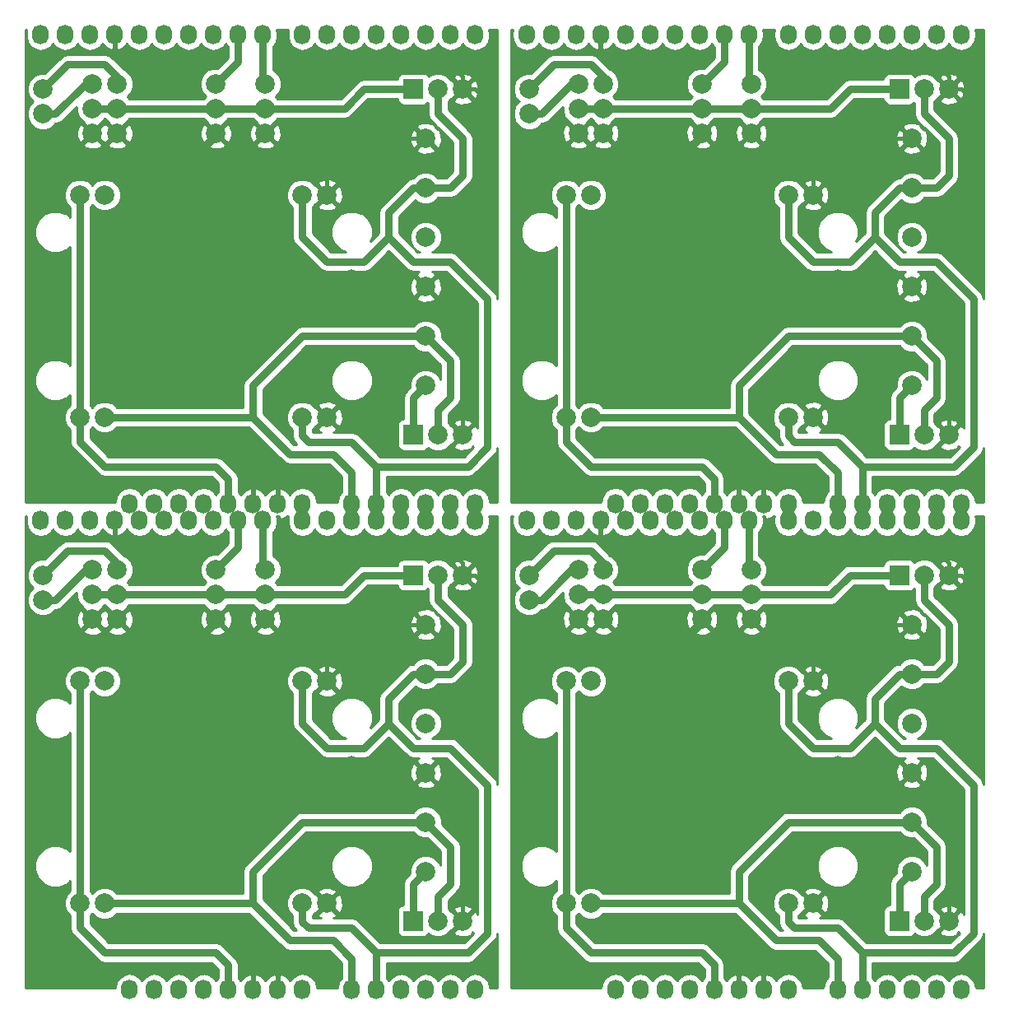
<source format=gbl>
G04 #@! TF.FileFunction,Copper,L2,Bot,Signal*
%FSLAX46Y46*%
G04 Gerber Fmt 4.6, Leading zero omitted, Abs format (unit mm)*
G04 Created by KiCad (PCBNEW 4.0.6) date 02/07/18 21:53:05*
%MOMM*%
%LPD*%
G01*
G04 APERTURE LIST*
%ADD10C,0.100000*%
%ADD11C,2.000000*%
%ADD12O,1.727200X2.032000*%
%ADD13R,2.000000X2.000000*%
%ADD14C,1.000000*%
%ADD15C,0.800000*%
%ADD16C,0.400000*%
%ADD17C,0.254000*%
G04 APERTURE END LIST*
D10*
D11*
X99418000Y-136665000D03*
X99418000Y-131585000D03*
X99418000Y-126505000D03*
X63858000Y-117075000D03*
X66398000Y-139935000D03*
X63858000Y-139935000D03*
X66398000Y-117075000D03*
X86718000Y-139935000D03*
X89258000Y-139935000D03*
X86718000Y-117075000D03*
X89258000Y-117075000D03*
D12*
X68938000Y-148825000D03*
X71478000Y-148825000D03*
X74018000Y-148825000D03*
X76558000Y-148825000D03*
X79098000Y-148825000D03*
X81638000Y-148825000D03*
X84178000Y-148825000D03*
X86718000Y-148825000D03*
X91798000Y-148825000D03*
X94338000Y-148825000D03*
X96878000Y-148825000D03*
X99418000Y-148825000D03*
X101958000Y-148825000D03*
X104498000Y-148825000D03*
X59794000Y-100565000D03*
X62334000Y-100565000D03*
X64874000Y-100565000D03*
X67414000Y-100565000D03*
X69954000Y-100565000D03*
X72494000Y-100565000D03*
X75034000Y-100565000D03*
X77574000Y-100565000D03*
X80114000Y-100565000D03*
X82654000Y-100565000D03*
X86718000Y-100565000D03*
X89258000Y-100565000D03*
X91798000Y-100565000D03*
X94338000Y-100565000D03*
X96878000Y-100565000D03*
X99418000Y-100565000D03*
X101958000Y-100565000D03*
X104498000Y-100565000D03*
D13*
X98148000Y-106185000D03*
D11*
X100688000Y-106185000D03*
X103228000Y-106185000D03*
D13*
X98148000Y-141745000D03*
D11*
X100688000Y-141745000D03*
X103228000Y-141745000D03*
X99418000Y-121425000D03*
X99418000Y-116345000D03*
X99418000Y-111265000D03*
X77828000Y-110725000D03*
X77828000Y-108185000D03*
X77828000Y-105645000D03*
X82908000Y-110725000D03*
X82908000Y-108185000D03*
X82908000Y-105645000D03*
X67668000Y-110725000D03*
X65128000Y-110725000D03*
X67668000Y-108185000D03*
X65128000Y-108185000D03*
X67668000Y-105645000D03*
X65128000Y-105645000D03*
X60048000Y-106185000D03*
X60048000Y-108725000D03*
X149418000Y-136665000D03*
X149418000Y-131585000D03*
X149418000Y-126505000D03*
X113858000Y-117075000D03*
X116398000Y-139935000D03*
X113858000Y-139935000D03*
X116398000Y-117075000D03*
X136718000Y-139935000D03*
X139258000Y-139935000D03*
X136718000Y-117075000D03*
X139258000Y-117075000D03*
D12*
X118938000Y-148825000D03*
X121478000Y-148825000D03*
X124018000Y-148825000D03*
X126558000Y-148825000D03*
X129098000Y-148825000D03*
X131638000Y-148825000D03*
X134178000Y-148825000D03*
X136718000Y-148825000D03*
X141798000Y-148825000D03*
X144338000Y-148825000D03*
X146878000Y-148825000D03*
X149418000Y-148825000D03*
X151958000Y-148825000D03*
X154498000Y-148825000D03*
X109794000Y-100565000D03*
X112334000Y-100565000D03*
X114874000Y-100565000D03*
X117414000Y-100565000D03*
X119954000Y-100565000D03*
X122494000Y-100565000D03*
X125034000Y-100565000D03*
X127574000Y-100565000D03*
X130114000Y-100565000D03*
X132654000Y-100565000D03*
X136718000Y-100565000D03*
X139258000Y-100565000D03*
X141798000Y-100565000D03*
X144338000Y-100565000D03*
X146878000Y-100565000D03*
X149418000Y-100565000D03*
X151958000Y-100565000D03*
X154498000Y-100565000D03*
D13*
X148148000Y-106185000D03*
D11*
X150688000Y-106185000D03*
X153228000Y-106185000D03*
D13*
X148148000Y-141745000D03*
D11*
X150688000Y-141745000D03*
X153228000Y-141745000D03*
X149418000Y-121425000D03*
X149418000Y-116345000D03*
X149418000Y-111265000D03*
X127828000Y-110725000D03*
X127828000Y-108185000D03*
X127828000Y-105645000D03*
X132908000Y-110725000D03*
X132908000Y-108185000D03*
X132908000Y-105645000D03*
X117668000Y-110725000D03*
X115128000Y-110725000D03*
X117668000Y-108185000D03*
X115128000Y-108185000D03*
X117668000Y-105645000D03*
X115128000Y-105645000D03*
X110048000Y-106185000D03*
X110048000Y-108725000D03*
X99418000Y-86665000D03*
X99418000Y-81585000D03*
X99418000Y-76505000D03*
X63858000Y-67075000D03*
X66398000Y-89935000D03*
X63858000Y-89935000D03*
X66398000Y-67075000D03*
X86718000Y-89935000D03*
X89258000Y-89935000D03*
X86718000Y-67075000D03*
X89258000Y-67075000D03*
D12*
X68938000Y-98825000D03*
X71478000Y-98825000D03*
X74018000Y-98825000D03*
X76558000Y-98825000D03*
X79098000Y-98825000D03*
X81638000Y-98825000D03*
X84178000Y-98825000D03*
X86718000Y-98825000D03*
X91798000Y-98825000D03*
X94338000Y-98825000D03*
X96878000Y-98825000D03*
X99418000Y-98825000D03*
X101958000Y-98825000D03*
X104498000Y-98825000D03*
X59794000Y-50565000D03*
X62334000Y-50565000D03*
X64874000Y-50565000D03*
X67414000Y-50565000D03*
X69954000Y-50565000D03*
X72494000Y-50565000D03*
X75034000Y-50565000D03*
X77574000Y-50565000D03*
X80114000Y-50565000D03*
X82654000Y-50565000D03*
X86718000Y-50565000D03*
X89258000Y-50565000D03*
X91798000Y-50565000D03*
X94338000Y-50565000D03*
X96878000Y-50565000D03*
X99418000Y-50565000D03*
X101958000Y-50565000D03*
X104498000Y-50565000D03*
D13*
X98148000Y-56185000D03*
D11*
X100688000Y-56185000D03*
X103228000Y-56185000D03*
D13*
X98148000Y-91745000D03*
D11*
X100688000Y-91745000D03*
X103228000Y-91745000D03*
X99418000Y-71425000D03*
X99418000Y-66345000D03*
X99418000Y-61265000D03*
X77828000Y-60725000D03*
X77828000Y-58185000D03*
X77828000Y-55645000D03*
X82908000Y-60725000D03*
X82908000Y-58185000D03*
X82908000Y-55645000D03*
X67668000Y-60725000D03*
X65128000Y-60725000D03*
X67668000Y-58185000D03*
X65128000Y-58185000D03*
X67668000Y-55645000D03*
X65128000Y-55645000D03*
X60048000Y-56185000D03*
X60048000Y-58725000D03*
X149418000Y-86665000D03*
X149418000Y-81585000D03*
X149418000Y-76505000D03*
X113858000Y-67075000D03*
X116398000Y-89935000D03*
X113858000Y-89935000D03*
X116398000Y-67075000D03*
X136718000Y-89935000D03*
X139258000Y-89935000D03*
X136718000Y-67075000D03*
X139258000Y-67075000D03*
D12*
X118938000Y-98825000D03*
X121478000Y-98825000D03*
X124018000Y-98825000D03*
X126558000Y-98825000D03*
X129098000Y-98825000D03*
X131638000Y-98825000D03*
X134178000Y-98825000D03*
X136718000Y-98825000D03*
X141798000Y-98825000D03*
X144338000Y-98825000D03*
X146878000Y-98825000D03*
X149418000Y-98825000D03*
X151958000Y-98825000D03*
X154498000Y-98825000D03*
X109794000Y-50565000D03*
X112334000Y-50565000D03*
X114874000Y-50565000D03*
X117414000Y-50565000D03*
X119954000Y-50565000D03*
X122494000Y-50565000D03*
X125034000Y-50565000D03*
X127574000Y-50565000D03*
X130114000Y-50565000D03*
X132654000Y-50565000D03*
X136718000Y-50565000D03*
X139258000Y-50565000D03*
X141798000Y-50565000D03*
X144338000Y-50565000D03*
X146878000Y-50565000D03*
X149418000Y-50565000D03*
X151958000Y-50565000D03*
X154498000Y-50565000D03*
D13*
X148148000Y-56185000D03*
D11*
X150688000Y-56185000D03*
X153228000Y-56185000D03*
D13*
X148148000Y-91745000D03*
D11*
X150688000Y-91745000D03*
X153228000Y-91745000D03*
X149418000Y-71425000D03*
X149418000Y-66345000D03*
X149418000Y-61265000D03*
X127828000Y-60725000D03*
X127828000Y-58185000D03*
X127828000Y-55645000D03*
X132908000Y-60725000D03*
X132908000Y-58185000D03*
X132908000Y-55645000D03*
X117668000Y-60725000D03*
X115128000Y-60725000D03*
X117668000Y-58185000D03*
X115128000Y-58185000D03*
X117668000Y-55645000D03*
X115128000Y-55645000D03*
X110048000Y-56185000D03*
X110048000Y-58725000D03*
D14*
X101958000Y-130315000D03*
X105768000Y-145555000D03*
X77828000Y-113805000D03*
X82908000Y-113805000D03*
X71478000Y-113805000D03*
X66398000Y-113805000D03*
X66398000Y-136665000D03*
X66398000Y-132855000D03*
X66398000Y-129045000D03*
X66398000Y-125235000D03*
X66398000Y-121425000D03*
X76558000Y-146825000D03*
X96878000Y-146825000D03*
X86718000Y-136665000D03*
X95608000Y-136665000D03*
X91798000Y-125235000D03*
X91798000Y-129045000D03*
X105768000Y-123965000D03*
X105768000Y-115075000D03*
X89258000Y-145555000D03*
X86718000Y-103645000D03*
X94338000Y-103645000D03*
X94338000Y-111265000D03*
X87988000Y-112535000D03*
X74018000Y-104915000D03*
X71478000Y-104915000D03*
X60048000Y-117615000D03*
X60048000Y-123965000D03*
X60048000Y-131585000D03*
X60048000Y-139205000D03*
X60048000Y-146825000D03*
X65128000Y-146825000D03*
X71478000Y-117615000D03*
X82908000Y-117615000D03*
X82908000Y-121425000D03*
X71478000Y-121425000D03*
X71478000Y-125235000D03*
X82908000Y-125235000D03*
X82908000Y-129045000D03*
X71478000Y-129045000D03*
X71478000Y-132855000D03*
X82908000Y-132855000D03*
X71478000Y-136665000D03*
X71478000Y-141745000D03*
X81638000Y-143015000D03*
X151958000Y-130315000D03*
X155768000Y-145555000D03*
X127828000Y-113805000D03*
X132908000Y-113805000D03*
X121478000Y-113805000D03*
X116398000Y-113805000D03*
X116398000Y-136665000D03*
X116398000Y-132855000D03*
X116398000Y-129045000D03*
X116398000Y-125235000D03*
X116398000Y-121425000D03*
X126558000Y-146825000D03*
X146878000Y-146825000D03*
X136718000Y-136665000D03*
X145608000Y-136665000D03*
X141798000Y-125235000D03*
X141798000Y-129045000D03*
X155768000Y-123965000D03*
X155768000Y-115075000D03*
X139258000Y-145555000D03*
X136718000Y-103645000D03*
X144338000Y-103645000D03*
X144338000Y-111265000D03*
X137988000Y-112535000D03*
X124018000Y-104915000D03*
X121478000Y-104915000D03*
X110048000Y-117615000D03*
X110048000Y-123965000D03*
X110048000Y-131585000D03*
X110048000Y-139205000D03*
X110048000Y-146825000D03*
X115128000Y-146825000D03*
X121478000Y-117615000D03*
X132908000Y-117615000D03*
X132908000Y-121425000D03*
X121478000Y-121425000D03*
X121478000Y-125235000D03*
X132908000Y-125235000D03*
X132908000Y-129045000D03*
X121478000Y-129045000D03*
X121478000Y-132855000D03*
X132908000Y-132855000D03*
X121478000Y-136665000D03*
X121478000Y-141745000D03*
X131638000Y-143015000D03*
X101958000Y-80315000D03*
X105768000Y-95555000D03*
X77828000Y-63805000D03*
X82908000Y-63805000D03*
X71478000Y-63805000D03*
X66398000Y-63805000D03*
X66398000Y-86665000D03*
X66398000Y-82855000D03*
X66398000Y-79045000D03*
X66398000Y-75235000D03*
X66398000Y-71425000D03*
X76558000Y-96825000D03*
X96878000Y-96825000D03*
X86718000Y-86665000D03*
X95608000Y-86665000D03*
X91798000Y-75235000D03*
X91798000Y-79045000D03*
X105768000Y-73965000D03*
X105768000Y-65075000D03*
X89258000Y-95555000D03*
X86718000Y-53645000D03*
X94338000Y-53645000D03*
X94338000Y-61265000D03*
X87988000Y-62535000D03*
X74018000Y-54915000D03*
X71478000Y-54915000D03*
X60048000Y-67615000D03*
X60048000Y-73965000D03*
X60048000Y-81585000D03*
X60048000Y-89205000D03*
X60048000Y-96825000D03*
X65128000Y-96825000D03*
X71478000Y-67615000D03*
X82908000Y-67615000D03*
X82908000Y-71425000D03*
X71478000Y-71425000D03*
X71478000Y-75235000D03*
X82908000Y-75235000D03*
X82908000Y-79045000D03*
X71478000Y-79045000D03*
X71478000Y-82855000D03*
X82908000Y-82855000D03*
X71478000Y-86665000D03*
X71478000Y-91745000D03*
X81638000Y-93015000D03*
X151958000Y-80315000D03*
X155768000Y-95555000D03*
X127828000Y-63805000D03*
X132908000Y-63805000D03*
X121478000Y-63805000D03*
X116398000Y-63805000D03*
X116398000Y-86665000D03*
X116398000Y-82855000D03*
X116398000Y-79045000D03*
X116398000Y-75235000D03*
X116398000Y-71425000D03*
X126558000Y-96825000D03*
X146878000Y-96825000D03*
X136718000Y-86665000D03*
X145608000Y-86665000D03*
X141798000Y-75235000D03*
X141798000Y-79045000D03*
X155768000Y-73965000D03*
X155768000Y-65075000D03*
X139258000Y-95555000D03*
X136718000Y-53645000D03*
X144338000Y-53645000D03*
X144338000Y-61265000D03*
X137988000Y-62535000D03*
X124018000Y-54915000D03*
X121478000Y-54915000D03*
X110048000Y-67615000D03*
X110048000Y-73965000D03*
X110048000Y-81585000D03*
X110048000Y-89205000D03*
X110048000Y-96825000D03*
X115128000Y-96825000D03*
X121478000Y-67615000D03*
X132908000Y-67615000D03*
X132908000Y-71425000D03*
X121478000Y-71425000D03*
X121478000Y-75235000D03*
X132908000Y-75235000D03*
X132908000Y-79045000D03*
X121478000Y-79045000D03*
X121478000Y-82855000D03*
X132908000Y-82855000D03*
X121478000Y-86665000D03*
X121478000Y-91745000D03*
X131638000Y-93015000D03*
D15*
X98148000Y-141745000D02*
X98148000Y-137935000D01*
X98148000Y-137935000D02*
X99418000Y-136665000D01*
X82908000Y-108185000D02*
X91068000Y-108185000D01*
X93068000Y-106185000D02*
X98148000Y-106185000D01*
X91068000Y-108185000D02*
X93068000Y-106185000D01*
X77828000Y-108185000D02*
X82908000Y-108185000D01*
X67668000Y-108185000D02*
X77828000Y-108185000D01*
X65128000Y-108185000D02*
X67668000Y-108185000D01*
X63858000Y-139935000D02*
X63858000Y-117075000D01*
X63858000Y-139935000D02*
X63858000Y-142475000D01*
X63858000Y-142475000D02*
X66398000Y-145015000D01*
X66398000Y-145015000D02*
X77828000Y-145015000D01*
X77828000Y-145015000D02*
X79098000Y-146285000D01*
X79098000Y-146285000D02*
X79098000Y-148825000D01*
X148148000Y-141745000D02*
X148148000Y-137935000D01*
X148148000Y-137935000D02*
X149418000Y-136665000D01*
X132908000Y-108185000D02*
X141068000Y-108185000D01*
X143068000Y-106185000D02*
X148148000Y-106185000D01*
X141068000Y-108185000D02*
X143068000Y-106185000D01*
X127828000Y-108185000D02*
X132908000Y-108185000D01*
X117668000Y-108185000D02*
X127828000Y-108185000D01*
X115128000Y-108185000D02*
X117668000Y-108185000D01*
X113858000Y-139935000D02*
X113858000Y-117075000D01*
X113858000Y-139935000D02*
X113858000Y-142475000D01*
X113858000Y-142475000D02*
X116398000Y-145015000D01*
X116398000Y-145015000D02*
X127828000Y-145015000D01*
X127828000Y-145015000D02*
X129098000Y-146285000D01*
X129098000Y-146285000D02*
X129098000Y-148825000D01*
X98148000Y-91745000D02*
X98148000Y-87935000D01*
X98148000Y-87935000D02*
X99418000Y-86665000D01*
X82908000Y-58185000D02*
X91068000Y-58185000D01*
X93068000Y-56185000D02*
X98148000Y-56185000D01*
X91068000Y-58185000D02*
X93068000Y-56185000D01*
X77828000Y-58185000D02*
X82908000Y-58185000D01*
X67668000Y-58185000D02*
X77828000Y-58185000D01*
X65128000Y-58185000D02*
X67668000Y-58185000D01*
X63858000Y-89935000D02*
X63858000Y-67075000D01*
X63858000Y-89935000D02*
X63858000Y-92475000D01*
X63858000Y-92475000D02*
X66398000Y-95015000D01*
X66398000Y-95015000D02*
X77828000Y-95015000D01*
X77828000Y-95015000D02*
X79098000Y-96285000D01*
X79098000Y-96285000D02*
X79098000Y-98825000D01*
X148148000Y-91745000D02*
X148148000Y-87935000D01*
X148148000Y-87935000D02*
X149418000Y-86665000D01*
X132908000Y-58185000D02*
X141068000Y-58185000D01*
X143068000Y-56185000D02*
X148148000Y-56185000D01*
X141068000Y-58185000D02*
X143068000Y-56185000D01*
X127828000Y-58185000D02*
X132908000Y-58185000D01*
X117668000Y-58185000D02*
X127828000Y-58185000D01*
X115128000Y-58185000D02*
X117668000Y-58185000D01*
X113858000Y-89935000D02*
X113858000Y-67075000D01*
X113858000Y-89935000D02*
X113858000Y-92475000D01*
X113858000Y-92475000D02*
X116398000Y-95015000D01*
X116398000Y-95015000D02*
X127828000Y-95015000D01*
X127828000Y-95015000D02*
X129098000Y-96285000D01*
X129098000Y-96285000D02*
X129098000Y-98825000D01*
D16*
X101958000Y-130315000D02*
X103228000Y-131585000D01*
X103228000Y-131585000D02*
X103228000Y-141745000D01*
X82908000Y-113805000D02*
X77828000Y-113805000D01*
X66398000Y-113805000D02*
X71478000Y-113805000D01*
X71478000Y-121425000D02*
X66398000Y-121425000D01*
X66398000Y-132855000D02*
X66398000Y-136665000D01*
X66398000Y-125235000D02*
X66398000Y-129045000D01*
X82908000Y-129045000D02*
X91798000Y-129045000D01*
X104498000Y-106185000D02*
X103228000Y-106185000D01*
X105768000Y-107455000D02*
X104498000Y-106185000D01*
X105768000Y-115075000D02*
X105768000Y-107455000D01*
X81638000Y-143015000D02*
X84178000Y-145555000D01*
X84178000Y-145555000D02*
X89258000Y-145555000D01*
X87988000Y-112535000D02*
X89258000Y-113805000D01*
X89258000Y-113805000D02*
X89258000Y-117075000D01*
X94338000Y-103645000D02*
X101958000Y-103645000D01*
X101958000Y-103645000D02*
X103228000Y-104915000D01*
X103228000Y-104915000D02*
X103228000Y-106185000D01*
X94338000Y-111265000D02*
X99418000Y-111265000D01*
X94338000Y-103645000D02*
X86718000Y-103645000D01*
X89258000Y-111265000D02*
X94338000Y-111265000D01*
X87988000Y-112535000D02*
X89258000Y-111265000D01*
X71478000Y-104915000D02*
X74018000Y-104915000D01*
X58778000Y-118885000D02*
X60048000Y-117615000D01*
X58778000Y-122695000D02*
X58778000Y-118885000D01*
X60048000Y-123965000D02*
X58778000Y-122695000D01*
X58778000Y-132855000D02*
X60048000Y-131585000D01*
X58778000Y-137935000D02*
X58778000Y-132855000D01*
X60048000Y-139205000D02*
X58778000Y-137935000D01*
X65128000Y-146825000D02*
X60048000Y-146825000D01*
X77828000Y-110725000D02*
X77828000Y-111265000D01*
X77828000Y-111265000D02*
X71478000Y-117615000D01*
X82908000Y-117615000D02*
X82908000Y-121425000D01*
X71478000Y-121425000D02*
X71478000Y-125235000D01*
X82908000Y-125235000D02*
X82908000Y-129045000D01*
X71478000Y-129045000D02*
X71478000Y-132855000D01*
X82908000Y-132855000D02*
X79098000Y-136665000D01*
X79098000Y-136665000D02*
X71478000Y-136665000D01*
X71478000Y-141745000D02*
X72748000Y-143015000D01*
X72748000Y-143015000D02*
X81638000Y-143015000D01*
X151958000Y-130315000D02*
X153228000Y-131585000D01*
X153228000Y-131585000D02*
X153228000Y-141745000D01*
X132908000Y-113805000D02*
X127828000Y-113805000D01*
X116398000Y-113805000D02*
X121478000Y-113805000D01*
X121478000Y-121425000D02*
X116398000Y-121425000D01*
X116398000Y-132855000D02*
X116398000Y-136665000D01*
X116398000Y-125235000D02*
X116398000Y-129045000D01*
X132908000Y-129045000D02*
X141798000Y-129045000D01*
X154498000Y-106185000D02*
X153228000Y-106185000D01*
X155768000Y-107455000D02*
X154498000Y-106185000D01*
X155768000Y-115075000D02*
X155768000Y-107455000D01*
X131638000Y-143015000D02*
X134178000Y-145555000D01*
X134178000Y-145555000D02*
X139258000Y-145555000D01*
X137988000Y-112535000D02*
X139258000Y-113805000D01*
X139258000Y-113805000D02*
X139258000Y-117075000D01*
X144338000Y-103645000D02*
X151958000Y-103645000D01*
X151958000Y-103645000D02*
X153228000Y-104915000D01*
X153228000Y-104915000D02*
X153228000Y-106185000D01*
X144338000Y-111265000D02*
X149418000Y-111265000D01*
X144338000Y-103645000D02*
X136718000Y-103645000D01*
X139258000Y-111265000D02*
X144338000Y-111265000D01*
X137988000Y-112535000D02*
X139258000Y-111265000D01*
X121478000Y-104915000D02*
X124018000Y-104915000D01*
X108778000Y-118885000D02*
X110048000Y-117615000D01*
X108778000Y-122695000D02*
X108778000Y-118885000D01*
X110048000Y-123965000D02*
X108778000Y-122695000D01*
X108778000Y-132855000D02*
X110048000Y-131585000D01*
X108778000Y-137935000D02*
X108778000Y-132855000D01*
X110048000Y-139205000D02*
X108778000Y-137935000D01*
X115128000Y-146825000D02*
X110048000Y-146825000D01*
X127828000Y-110725000D02*
X127828000Y-111265000D01*
X127828000Y-111265000D02*
X121478000Y-117615000D01*
X132908000Y-117615000D02*
X132908000Y-121425000D01*
X121478000Y-121425000D02*
X121478000Y-125235000D01*
X132908000Y-125235000D02*
X132908000Y-129045000D01*
X121478000Y-129045000D02*
X121478000Y-132855000D01*
X132908000Y-132855000D02*
X129098000Y-136665000D01*
X129098000Y-136665000D02*
X121478000Y-136665000D01*
X121478000Y-141745000D02*
X122748000Y-143015000D01*
X122748000Y-143015000D02*
X131638000Y-143015000D01*
X101958000Y-80315000D02*
X103228000Y-81585000D01*
X103228000Y-81585000D02*
X103228000Y-91745000D01*
X82908000Y-63805000D02*
X77828000Y-63805000D01*
X66398000Y-63805000D02*
X71478000Y-63805000D01*
X71478000Y-71425000D02*
X66398000Y-71425000D01*
X66398000Y-82855000D02*
X66398000Y-86665000D01*
X66398000Y-75235000D02*
X66398000Y-79045000D01*
X82908000Y-79045000D02*
X91798000Y-79045000D01*
X104498000Y-56185000D02*
X103228000Y-56185000D01*
X105768000Y-57455000D02*
X104498000Y-56185000D01*
X105768000Y-65075000D02*
X105768000Y-57455000D01*
X81638000Y-93015000D02*
X84178000Y-95555000D01*
X84178000Y-95555000D02*
X89258000Y-95555000D01*
X87988000Y-62535000D02*
X89258000Y-63805000D01*
X89258000Y-63805000D02*
X89258000Y-67075000D01*
X94338000Y-53645000D02*
X101958000Y-53645000D01*
X101958000Y-53645000D02*
X103228000Y-54915000D01*
X103228000Y-54915000D02*
X103228000Y-56185000D01*
X94338000Y-61265000D02*
X99418000Y-61265000D01*
X94338000Y-53645000D02*
X86718000Y-53645000D01*
X89258000Y-61265000D02*
X94338000Y-61265000D01*
X87988000Y-62535000D02*
X89258000Y-61265000D01*
X71478000Y-54915000D02*
X74018000Y-54915000D01*
X58778000Y-68885000D02*
X60048000Y-67615000D01*
X58778000Y-72695000D02*
X58778000Y-68885000D01*
X60048000Y-73965000D02*
X58778000Y-72695000D01*
X58778000Y-82855000D02*
X60048000Y-81585000D01*
X58778000Y-87935000D02*
X58778000Y-82855000D01*
X60048000Y-89205000D02*
X58778000Y-87935000D01*
X65128000Y-96825000D02*
X60048000Y-96825000D01*
X77828000Y-60725000D02*
X77828000Y-61265000D01*
X77828000Y-61265000D02*
X71478000Y-67615000D01*
X82908000Y-67615000D02*
X82908000Y-71425000D01*
X71478000Y-71425000D02*
X71478000Y-75235000D01*
X82908000Y-75235000D02*
X82908000Y-79045000D01*
X71478000Y-79045000D02*
X71478000Y-82855000D01*
X82908000Y-82855000D02*
X79098000Y-86665000D01*
X79098000Y-86665000D02*
X71478000Y-86665000D01*
X71478000Y-91745000D02*
X72748000Y-93015000D01*
X72748000Y-93015000D02*
X81638000Y-93015000D01*
X151958000Y-80315000D02*
X153228000Y-81585000D01*
X153228000Y-81585000D02*
X153228000Y-91745000D01*
X132908000Y-63805000D02*
X127828000Y-63805000D01*
X116398000Y-63805000D02*
X121478000Y-63805000D01*
X121478000Y-71425000D02*
X116398000Y-71425000D01*
X116398000Y-82855000D02*
X116398000Y-86665000D01*
X116398000Y-75235000D02*
X116398000Y-79045000D01*
X132908000Y-79045000D02*
X141798000Y-79045000D01*
X154498000Y-56185000D02*
X153228000Y-56185000D01*
X155768000Y-57455000D02*
X154498000Y-56185000D01*
X155768000Y-65075000D02*
X155768000Y-57455000D01*
X131638000Y-93015000D02*
X134178000Y-95555000D01*
X134178000Y-95555000D02*
X139258000Y-95555000D01*
X137988000Y-62535000D02*
X139258000Y-63805000D01*
X139258000Y-63805000D02*
X139258000Y-67075000D01*
X144338000Y-53645000D02*
X151958000Y-53645000D01*
X151958000Y-53645000D02*
X153228000Y-54915000D01*
X153228000Y-54915000D02*
X153228000Y-56185000D01*
X144338000Y-61265000D02*
X149418000Y-61265000D01*
X144338000Y-53645000D02*
X136718000Y-53645000D01*
X139258000Y-61265000D02*
X144338000Y-61265000D01*
X137988000Y-62535000D02*
X139258000Y-61265000D01*
X121478000Y-54915000D02*
X124018000Y-54915000D01*
X108778000Y-68885000D02*
X110048000Y-67615000D01*
X108778000Y-72695000D02*
X108778000Y-68885000D01*
X110048000Y-73965000D02*
X108778000Y-72695000D01*
X108778000Y-82855000D02*
X110048000Y-81585000D01*
X108778000Y-87935000D02*
X108778000Y-82855000D01*
X110048000Y-89205000D02*
X108778000Y-87935000D01*
X115128000Y-96825000D02*
X110048000Y-96825000D01*
X127828000Y-60725000D02*
X127828000Y-61265000D01*
X127828000Y-61265000D02*
X121478000Y-67615000D01*
X132908000Y-67615000D02*
X132908000Y-71425000D01*
X121478000Y-71425000D02*
X121478000Y-75235000D01*
X132908000Y-75235000D02*
X132908000Y-79045000D01*
X121478000Y-79045000D02*
X121478000Y-82855000D01*
X132908000Y-82855000D02*
X129098000Y-86665000D01*
X129098000Y-86665000D02*
X121478000Y-86665000D01*
X121478000Y-91745000D02*
X122748000Y-93015000D01*
X122748000Y-93015000D02*
X131638000Y-93015000D01*
D15*
X99418000Y-131585000D02*
X101958000Y-134125000D01*
X100688000Y-139205000D02*
X100688000Y-141745000D01*
X101958000Y-137935000D02*
X100688000Y-139205000D01*
X101958000Y-134125000D02*
X101958000Y-137935000D01*
X81638000Y-139935000D02*
X81638000Y-136665000D01*
X86718000Y-131585000D02*
X99418000Y-131585000D01*
X81638000Y-136665000D02*
X86718000Y-131585000D01*
X66398000Y-139935000D02*
X81638000Y-139935000D01*
X91798000Y-145650000D02*
X91798000Y-148825000D01*
X89893000Y-143745000D02*
X91798000Y-145650000D01*
X85448000Y-143745000D02*
X89893000Y-143745000D01*
X81638000Y-139935000D02*
X85448000Y-143745000D01*
X149418000Y-131585000D02*
X151958000Y-134125000D01*
X150688000Y-139205000D02*
X150688000Y-141745000D01*
X151958000Y-137935000D02*
X150688000Y-139205000D01*
X151958000Y-134125000D02*
X151958000Y-137935000D01*
X131638000Y-139935000D02*
X131638000Y-136665000D01*
X136718000Y-131585000D02*
X149418000Y-131585000D01*
X131638000Y-136665000D02*
X136718000Y-131585000D01*
X116398000Y-139935000D02*
X131638000Y-139935000D01*
X141798000Y-145650000D02*
X141798000Y-148825000D01*
X139893000Y-143745000D02*
X141798000Y-145650000D01*
X135448000Y-143745000D02*
X139893000Y-143745000D01*
X131638000Y-139935000D02*
X135448000Y-143745000D01*
X99418000Y-81585000D02*
X101958000Y-84125000D01*
X100688000Y-89205000D02*
X100688000Y-91745000D01*
X101958000Y-87935000D02*
X100688000Y-89205000D01*
X101958000Y-84125000D02*
X101958000Y-87935000D01*
X81638000Y-89935000D02*
X81638000Y-86665000D01*
X86718000Y-81585000D02*
X99418000Y-81585000D01*
X81638000Y-86665000D02*
X86718000Y-81585000D01*
X66398000Y-89935000D02*
X81638000Y-89935000D01*
X91798000Y-95650000D02*
X91798000Y-98825000D01*
X89893000Y-93745000D02*
X91798000Y-95650000D01*
X85448000Y-93745000D02*
X89893000Y-93745000D01*
X81638000Y-89935000D02*
X85448000Y-93745000D01*
X149418000Y-81585000D02*
X151958000Y-84125000D01*
X150688000Y-89205000D02*
X150688000Y-91745000D01*
X151958000Y-87935000D02*
X150688000Y-89205000D01*
X151958000Y-84125000D02*
X151958000Y-87935000D01*
X131638000Y-89935000D02*
X131638000Y-86665000D01*
X136718000Y-81585000D02*
X149418000Y-81585000D01*
X131638000Y-86665000D02*
X136718000Y-81585000D01*
X116398000Y-89935000D02*
X131638000Y-89935000D01*
X141798000Y-95650000D02*
X141798000Y-98825000D01*
X139893000Y-93745000D02*
X141798000Y-95650000D01*
X135448000Y-93745000D02*
X139893000Y-93745000D01*
X131638000Y-89935000D02*
X135448000Y-93745000D01*
X94338000Y-145015000D02*
X103768000Y-145015000D01*
X105768000Y-127775000D02*
X101958000Y-123965000D01*
X105768000Y-143015000D02*
X105768000Y-127775000D01*
X103768000Y-145015000D02*
X105768000Y-143015000D01*
X86718000Y-117075000D02*
X86718000Y-121425000D01*
X93068000Y-123965000D02*
X95608000Y-121425000D01*
X89258000Y-123965000D02*
X93068000Y-123965000D01*
X86718000Y-121425000D02*
X89258000Y-123965000D01*
X99418000Y-116345000D02*
X101958000Y-116345000D01*
X100688000Y-108725000D02*
X100688000Y-106185000D01*
X103228000Y-111265000D02*
X100688000Y-108725000D01*
X103228000Y-115075000D02*
X103228000Y-111265000D01*
X101958000Y-116345000D02*
X103228000Y-115075000D01*
X98148000Y-116345000D02*
X99418000Y-116345000D01*
X95608000Y-118885000D02*
X98148000Y-116345000D01*
X95608000Y-121425000D02*
X95608000Y-118885000D01*
X98148000Y-123965000D02*
X95608000Y-121425000D01*
X101958000Y-123965000D02*
X98148000Y-123965000D01*
X86718000Y-139935000D02*
X86718000Y-141840000D01*
X86718000Y-141840000D02*
X87353000Y-142475000D01*
X87353000Y-142475000D02*
X91798000Y-142475000D01*
X91798000Y-142475000D02*
X94338000Y-145015000D01*
X94338000Y-145015000D02*
X94338000Y-148825000D01*
X144338000Y-145015000D02*
X153768000Y-145015000D01*
X155768000Y-127775000D02*
X151958000Y-123965000D01*
X155768000Y-143015000D02*
X155768000Y-127775000D01*
X153768000Y-145015000D02*
X155768000Y-143015000D01*
X136718000Y-117075000D02*
X136718000Y-121425000D01*
X143068000Y-123965000D02*
X145608000Y-121425000D01*
X139258000Y-123965000D02*
X143068000Y-123965000D01*
X136718000Y-121425000D02*
X139258000Y-123965000D01*
X149418000Y-116345000D02*
X151958000Y-116345000D01*
X150688000Y-108725000D02*
X150688000Y-106185000D01*
X153228000Y-111265000D02*
X150688000Y-108725000D01*
X153228000Y-115075000D02*
X153228000Y-111265000D01*
X151958000Y-116345000D02*
X153228000Y-115075000D01*
X148148000Y-116345000D02*
X149418000Y-116345000D01*
X145608000Y-118885000D02*
X148148000Y-116345000D01*
X145608000Y-121425000D02*
X145608000Y-118885000D01*
X148148000Y-123965000D02*
X145608000Y-121425000D01*
X151958000Y-123965000D02*
X148148000Y-123965000D01*
X136718000Y-139935000D02*
X136718000Y-141840000D01*
X136718000Y-141840000D02*
X137353000Y-142475000D01*
X137353000Y-142475000D02*
X141798000Y-142475000D01*
X141798000Y-142475000D02*
X144338000Y-145015000D01*
X144338000Y-145015000D02*
X144338000Y-148825000D01*
X94338000Y-95015000D02*
X103768000Y-95015000D01*
X105768000Y-77775000D02*
X101958000Y-73965000D01*
X105768000Y-93015000D02*
X105768000Y-77775000D01*
X103768000Y-95015000D02*
X105768000Y-93015000D01*
X86718000Y-67075000D02*
X86718000Y-71425000D01*
X93068000Y-73965000D02*
X95608000Y-71425000D01*
X89258000Y-73965000D02*
X93068000Y-73965000D01*
X86718000Y-71425000D02*
X89258000Y-73965000D01*
X99418000Y-66345000D02*
X101958000Y-66345000D01*
X100688000Y-58725000D02*
X100688000Y-56185000D01*
X103228000Y-61265000D02*
X100688000Y-58725000D01*
X103228000Y-65075000D02*
X103228000Y-61265000D01*
X101958000Y-66345000D02*
X103228000Y-65075000D01*
X98148000Y-66345000D02*
X99418000Y-66345000D01*
X95608000Y-68885000D02*
X98148000Y-66345000D01*
X95608000Y-71425000D02*
X95608000Y-68885000D01*
X98148000Y-73965000D02*
X95608000Y-71425000D01*
X101958000Y-73965000D02*
X98148000Y-73965000D01*
X86718000Y-89935000D02*
X86718000Y-91840000D01*
X86718000Y-91840000D02*
X87353000Y-92475000D01*
X87353000Y-92475000D02*
X91798000Y-92475000D01*
X91798000Y-92475000D02*
X94338000Y-95015000D01*
X94338000Y-95015000D02*
X94338000Y-98825000D01*
X144338000Y-95015000D02*
X153768000Y-95015000D01*
X155768000Y-77775000D02*
X151958000Y-73965000D01*
X155768000Y-93015000D02*
X155768000Y-77775000D01*
X153768000Y-95015000D02*
X155768000Y-93015000D01*
X136718000Y-67075000D02*
X136718000Y-71425000D01*
X143068000Y-73965000D02*
X145608000Y-71425000D01*
X139258000Y-73965000D02*
X143068000Y-73965000D01*
X136718000Y-71425000D02*
X139258000Y-73965000D01*
X149418000Y-66345000D02*
X151958000Y-66345000D01*
X150688000Y-58725000D02*
X150688000Y-56185000D01*
X153228000Y-61265000D02*
X150688000Y-58725000D01*
X153228000Y-65075000D02*
X153228000Y-61265000D01*
X151958000Y-66345000D02*
X153228000Y-65075000D01*
X148148000Y-66345000D02*
X149418000Y-66345000D01*
X145608000Y-68885000D02*
X148148000Y-66345000D01*
X145608000Y-71425000D02*
X145608000Y-68885000D01*
X148148000Y-73965000D02*
X145608000Y-71425000D01*
X151958000Y-73965000D02*
X148148000Y-73965000D01*
X136718000Y-89935000D02*
X136718000Y-91840000D01*
X136718000Y-91840000D02*
X137353000Y-92475000D01*
X137353000Y-92475000D02*
X141798000Y-92475000D01*
X141798000Y-92475000D02*
X144338000Y-95015000D01*
X144338000Y-95015000D02*
X144338000Y-98825000D01*
X80114000Y-100565000D02*
X80114000Y-103359000D01*
X80114000Y-103359000D02*
X77828000Y-105645000D01*
X130114000Y-100565000D02*
X130114000Y-103359000D01*
X130114000Y-103359000D02*
X127828000Y-105645000D01*
X80114000Y-50565000D02*
X80114000Y-53359000D01*
X80114000Y-53359000D02*
X77828000Y-55645000D01*
X130114000Y-50565000D02*
X130114000Y-53359000D01*
X130114000Y-53359000D02*
X127828000Y-55645000D01*
X82654000Y-100565000D02*
X82654000Y-105391000D01*
X82654000Y-105391000D02*
X82908000Y-105645000D01*
X132654000Y-100565000D02*
X132654000Y-105391000D01*
X132654000Y-105391000D02*
X132908000Y-105645000D01*
X82654000Y-50565000D02*
X82654000Y-55391000D01*
X82654000Y-55391000D02*
X82908000Y-55645000D01*
X132654000Y-50565000D02*
X132654000Y-55391000D01*
X132654000Y-55391000D02*
X132908000Y-55645000D01*
X60048000Y-106185000D02*
X62588000Y-103645000D01*
X66398000Y-103645000D02*
X67668000Y-104915000D01*
X62588000Y-103645000D02*
X66398000Y-103645000D01*
X67668000Y-104915000D02*
X67668000Y-105645000D01*
X110048000Y-106185000D02*
X112588000Y-103645000D01*
X116398000Y-103645000D02*
X117668000Y-104915000D01*
X112588000Y-103645000D02*
X116398000Y-103645000D01*
X117668000Y-104915000D02*
X117668000Y-105645000D01*
X60048000Y-56185000D02*
X62588000Y-53645000D01*
X66398000Y-53645000D02*
X67668000Y-54915000D01*
X62588000Y-53645000D02*
X66398000Y-53645000D01*
X67668000Y-54915000D02*
X67668000Y-55645000D01*
X110048000Y-56185000D02*
X112588000Y-53645000D01*
X116398000Y-53645000D02*
X117668000Y-54915000D01*
X112588000Y-53645000D02*
X116398000Y-53645000D01*
X117668000Y-54915000D02*
X117668000Y-55645000D01*
X60048000Y-108725000D02*
X61318000Y-108725000D01*
X61318000Y-108725000D02*
X64398000Y-105645000D01*
X64398000Y-105645000D02*
X65128000Y-105645000D01*
X110048000Y-108725000D02*
X111318000Y-108725000D01*
X111318000Y-108725000D02*
X114398000Y-105645000D01*
X114398000Y-105645000D02*
X115128000Y-105645000D01*
X60048000Y-58725000D02*
X61318000Y-58725000D01*
X61318000Y-58725000D02*
X64398000Y-55645000D01*
X64398000Y-55645000D02*
X65128000Y-55645000D01*
X110048000Y-58725000D02*
X111318000Y-58725000D01*
X111318000Y-58725000D02*
X114398000Y-55645000D01*
X114398000Y-55645000D02*
X115128000Y-55645000D01*
D17*
G36*
X106798000Y-148655000D02*
X105996600Y-148655000D01*
X105996600Y-148640255D01*
X105882526Y-148066766D01*
X105557670Y-147580585D01*
X105071489Y-147255729D01*
X104498000Y-147141655D01*
X103924511Y-147255729D01*
X103438330Y-147580585D01*
X103228000Y-147895366D01*
X103017670Y-147580585D01*
X102531489Y-147255729D01*
X101958000Y-147141655D01*
X101384511Y-147255729D01*
X100898330Y-147580585D01*
X100688000Y-147895366D01*
X100477670Y-147580585D01*
X99991489Y-147255729D01*
X99418000Y-147141655D01*
X98844511Y-147255729D01*
X98358330Y-147580585D01*
X98148000Y-147895366D01*
X97937670Y-147580585D01*
X97451489Y-147255729D01*
X96878000Y-147141655D01*
X96304511Y-147255729D01*
X95818330Y-147580585D01*
X95608000Y-147895366D01*
X95397670Y-147580585D01*
X95373000Y-147564101D01*
X95373000Y-146050000D01*
X103767995Y-146050000D01*
X103768000Y-146050001D01*
X104164077Y-145971215D01*
X104499856Y-145746856D01*
X106499853Y-143746858D01*
X106499856Y-143746856D01*
X106724215Y-143411077D01*
X106764393Y-143209090D01*
X106798000Y-143040141D01*
X106798000Y-148655000D01*
X106798000Y-148655000D01*
G37*
X106798000Y-148655000D02*
X105996600Y-148655000D01*
X105996600Y-148640255D01*
X105882526Y-148066766D01*
X105557670Y-147580585D01*
X105071489Y-147255729D01*
X104498000Y-147141655D01*
X103924511Y-147255729D01*
X103438330Y-147580585D01*
X103228000Y-147895366D01*
X103017670Y-147580585D01*
X102531489Y-147255729D01*
X101958000Y-147141655D01*
X101384511Y-147255729D01*
X100898330Y-147580585D01*
X100688000Y-147895366D01*
X100477670Y-147580585D01*
X99991489Y-147255729D01*
X99418000Y-147141655D01*
X98844511Y-147255729D01*
X98358330Y-147580585D01*
X98148000Y-147895366D01*
X97937670Y-147580585D01*
X97451489Y-147255729D01*
X96878000Y-147141655D01*
X96304511Y-147255729D01*
X95818330Y-147580585D01*
X95608000Y-147895366D01*
X95397670Y-147580585D01*
X95373000Y-147564101D01*
X95373000Y-146050000D01*
X103767995Y-146050000D01*
X103768000Y-146050001D01*
X104164077Y-145971215D01*
X104499856Y-145746856D01*
X106499853Y-143746858D01*
X106499856Y-143746856D01*
X106724215Y-143411077D01*
X106764393Y-143209090D01*
X106798000Y-143040141D01*
X106798000Y-148655000D01*
G36*
X58295400Y-100380255D02*
X58295400Y-100749745D01*
X58409474Y-101323234D01*
X58734330Y-101809415D01*
X59220511Y-102134271D01*
X59794000Y-102248345D01*
X60367489Y-102134271D01*
X60853670Y-101809415D01*
X61064000Y-101494634D01*
X61274330Y-101809415D01*
X61760511Y-102134271D01*
X62334000Y-102248345D01*
X62907489Y-102134271D01*
X63393670Y-101809415D01*
X63604000Y-101494634D01*
X63814330Y-101809415D01*
X64300511Y-102134271D01*
X64874000Y-102248345D01*
X65447489Y-102134271D01*
X65933670Y-101809415D01*
X66140461Y-101499931D01*
X66511964Y-101915732D01*
X67039209Y-102169709D01*
X67054974Y-102172358D01*
X67287000Y-102051217D01*
X67287000Y-100692000D01*
X67267000Y-100692000D01*
X67267000Y-100438000D01*
X67287000Y-100438000D01*
X67287000Y-100418000D01*
X67541000Y-100418000D01*
X67541000Y-100438000D01*
X67561000Y-100438000D01*
X67561000Y-100692000D01*
X67541000Y-100692000D01*
X67541000Y-102051217D01*
X67773026Y-102172358D01*
X67788791Y-102169709D01*
X68316036Y-101915732D01*
X68687539Y-101499931D01*
X68894330Y-101809415D01*
X69380511Y-102134271D01*
X69954000Y-102248345D01*
X70527489Y-102134271D01*
X71013670Y-101809415D01*
X71224000Y-101494634D01*
X71434330Y-101809415D01*
X71920511Y-102134271D01*
X72494000Y-102248345D01*
X73067489Y-102134271D01*
X73553670Y-101809415D01*
X73764000Y-101494634D01*
X73974330Y-101809415D01*
X74460511Y-102134271D01*
X75034000Y-102248345D01*
X75607489Y-102134271D01*
X76093670Y-101809415D01*
X76304000Y-101494634D01*
X76514330Y-101809415D01*
X77000511Y-102134271D01*
X77574000Y-102248345D01*
X78147489Y-102134271D01*
X78633670Y-101809415D01*
X78844000Y-101494634D01*
X79054330Y-101809415D01*
X79079000Y-101825899D01*
X79079000Y-102930289D01*
X77999140Y-104010148D01*
X77504205Y-104009716D01*
X76903057Y-104258106D01*
X76442722Y-104717637D01*
X76193284Y-105318352D01*
X76192716Y-105968795D01*
X76441106Y-106569943D01*
X76785759Y-106915199D01*
X76550547Y-107150000D01*
X68945029Y-107150000D01*
X68710241Y-106914801D01*
X69053278Y-106572363D01*
X69302716Y-105971648D01*
X69303284Y-105321205D01*
X69054894Y-104720057D01*
X68595363Y-104259722D01*
X68391982Y-104175271D01*
X67129856Y-102913144D01*
X66794077Y-102688785D01*
X66398000Y-102609999D01*
X66397995Y-102610000D01*
X62588000Y-102610000D01*
X62191922Y-102688785D01*
X62057429Y-102778651D01*
X61856144Y-102913144D01*
X61856142Y-102913147D01*
X60219140Y-104550148D01*
X59724205Y-104549716D01*
X59123057Y-104798106D01*
X58662722Y-105257637D01*
X58413284Y-105858352D01*
X58412716Y-106508795D01*
X58661106Y-107109943D01*
X59005759Y-107455199D01*
X58662722Y-107797637D01*
X58413284Y-108398352D01*
X58412716Y-109048795D01*
X58661106Y-109649943D01*
X59120637Y-110110278D01*
X59721352Y-110359716D01*
X60371795Y-110360284D01*
X60972943Y-110111894D01*
X61327306Y-109758150D01*
X61714077Y-109681215D01*
X62049856Y-109456856D01*
X63493148Y-108013563D01*
X63492716Y-108508795D01*
X63741106Y-109109943D01*
X64167978Y-109537562D01*
X64155073Y-109572468D01*
X65128000Y-110545395D01*
X66100927Y-109572468D01*
X66087836Y-109537062D01*
X66398199Y-109227241D01*
X66707978Y-109537562D01*
X66695073Y-109572468D01*
X67668000Y-110545395D01*
X68640927Y-109572468D01*
X68627836Y-109537062D01*
X68945453Y-109220000D01*
X76550971Y-109220000D01*
X76867978Y-109537562D01*
X76855073Y-109572468D01*
X77828000Y-110545395D01*
X78800927Y-109572468D01*
X78787836Y-109537062D01*
X79105453Y-109220000D01*
X81630971Y-109220000D01*
X81947978Y-109537562D01*
X81935073Y-109572468D01*
X82908000Y-110545395D01*
X83880927Y-109572468D01*
X83867836Y-109537062D01*
X84185453Y-109220000D01*
X91067995Y-109220000D01*
X91068000Y-109220001D01*
X91464077Y-109141215D01*
X91799856Y-108916856D01*
X93496711Y-107220000D01*
X96507146Y-107220000D01*
X96544838Y-107420317D01*
X96683910Y-107636441D01*
X96896110Y-107781431D01*
X97148000Y-107832440D01*
X99148000Y-107832440D01*
X99383317Y-107788162D01*
X99599441Y-107649090D01*
X99653000Y-107570704D01*
X99653000Y-108724995D01*
X99652999Y-108725000D01*
X99731785Y-109121077D01*
X99956144Y-109456856D01*
X100501340Y-110002052D01*
X100390926Y-110112466D01*
X100292264Y-109845613D01*
X99682539Y-109619092D01*
X99032540Y-109643144D01*
X98543736Y-109845613D01*
X98445073Y-110112468D01*
X99418000Y-111085395D01*
X99432143Y-111071253D01*
X99611748Y-111250858D01*
X99597605Y-111265000D01*
X100570532Y-112237927D01*
X100837387Y-112139264D01*
X101063908Y-111529539D01*
X101039856Y-110879540D01*
X100837387Y-110390736D01*
X100570534Y-110292074D01*
X100680948Y-110181660D01*
X102193000Y-111693711D01*
X102193000Y-114646289D01*
X101529288Y-115310000D01*
X100695029Y-115310000D01*
X100345363Y-114959722D01*
X99744648Y-114710284D01*
X99094205Y-114709716D01*
X98493057Y-114958106D01*
X98138693Y-115311851D01*
X97751922Y-115388785D01*
X97628762Y-115471078D01*
X97416144Y-115613144D01*
X97416142Y-115613147D01*
X94876144Y-118153144D01*
X94651785Y-118488923D01*
X94572999Y-118885000D01*
X94573000Y-118885005D01*
X94573000Y-120996289D01*
X93701763Y-121867526D01*
X93932628Y-121311541D01*
X93933370Y-120462185D01*
X93609020Y-119677200D01*
X93008959Y-119076091D01*
X92224541Y-118750372D01*
X91375185Y-118749630D01*
X90590200Y-119073980D01*
X89989091Y-119674041D01*
X89663372Y-120458459D01*
X89662630Y-121307815D01*
X89986980Y-122092800D01*
X90587041Y-122693909D01*
X91155611Y-122930000D01*
X89686711Y-122930000D01*
X87753000Y-120996288D01*
X87753000Y-118352029D01*
X87877714Y-118227532D01*
X88285073Y-118227532D01*
X88383736Y-118494387D01*
X88993461Y-118720908D01*
X89643460Y-118696856D01*
X90132264Y-118494387D01*
X90230927Y-118227532D01*
X89258000Y-117254605D01*
X88285073Y-118227532D01*
X87877714Y-118227532D01*
X88070562Y-118035022D01*
X88105468Y-118047927D01*
X89078395Y-117075000D01*
X89437605Y-117075000D01*
X90410532Y-118047927D01*
X90677387Y-117949264D01*
X90903908Y-117339539D01*
X90879856Y-116689540D01*
X90677387Y-116200736D01*
X90410532Y-116102073D01*
X89437605Y-117075000D01*
X89078395Y-117075000D01*
X88105468Y-116102073D01*
X88070062Y-116115164D01*
X87877703Y-115922468D01*
X88285073Y-115922468D01*
X89258000Y-116895395D01*
X90230927Y-115922468D01*
X90132264Y-115655613D01*
X89522539Y-115429092D01*
X88872540Y-115453144D01*
X88383736Y-115655613D01*
X88285073Y-115922468D01*
X87877703Y-115922468D01*
X87645363Y-115689722D01*
X87044648Y-115440284D01*
X86394205Y-115439716D01*
X85793057Y-115688106D01*
X85332722Y-116147637D01*
X85083284Y-116748352D01*
X85082716Y-117398795D01*
X85331106Y-117999943D01*
X85683000Y-118352453D01*
X85683000Y-121424995D01*
X85682999Y-121425000D01*
X85761785Y-121821077D01*
X85986144Y-122156856D01*
X88526142Y-124696853D01*
X88526144Y-124696856D01*
X88727429Y-124831349D01*
X88861922Y-124921215D01*
X89258000Y-125000000D01*
X93067995Y-125000000D01*
X93068000Y-125000001D01*
X93464077Y-124921215D01*
X93799856Y-124696856D01*
X95608000Y-122888711D01*
X97416142Y-124696853D01*
X97416144Y-124696856D01*
X97617429Y-124831349D01*
X97751922Y-124921215D01*
X98148000Y-125000000D01*
X98750424Y-125000000D01*
X98543736Y-125085613D01*
X98445073Y-125352468D01*
X99418000Y-126325395D01*
X100390927Y-125352468D01*
X100292264Y-125085613D01*
X100061820Y-125000000D01*
X101529288Y-125000000D01*
X104733000Y-128203711D01*
X104733000Y-141077424D01*
X104647387Y-140870736D01*
X104380532Y-140772073D01*
X103407605Y-141745000D01*
X103421748Y-141759143D01*
X103242143Y-141938748D01*
X103228000Y-141924605D01*
X102255073Y-142897532D01*
X102353736Y-143164387D01*
X102963461Y-143390908D01*
X103613460Y-143366856D01*
X104102264Y-143164387D01*
X104200926Y-142897534D01*
X104311340Y-143007948D01*
X103339288Y-143980000D01*
X94766711Y-143980000D01*
X92529856Y-141743144D01*
X92194077Y-141518785D01*
X91798000Y-141439999D01*
X91797995Y-141440000D01*
X89925576Y-141440000D01*
X90132264Y-141354387D01*
X90230927Y-141087532D01*
X89258000Y-140114605D01*
X88285073Y-141087532D01*
X88383736Y-141354387D01*
X88614180Y-141440000D01*
X87781711Y-141440000D01*
X87753000Y-141411288D01*
X87753000Y-141212029D01*
X88070562Y-140895022D01*
X88105468Y-140907927D01*
X89078395Y-139935000D01*
X89437605Y-139935000D01*
X90410532Y-140907927D01*
X90677387Y-140809264D01*
X90903908Y-140199539D01*
X90879856Y-139549540D01*
X90677387Y-139060736D01*
X90410532Y-138962073D01*
X89437605Y-139935000D01*
X89078395Y-139935000D01*
X88105468Y-138962073D01*
X88070062Y-138975164D01*
X87877703Y-138782468D01*
X88285073Y-138782468D01*
X89258000Y-139755395D01*
X90230927Y-138782468D01*
X90132264Y-138515613D01*
X89522539Y-138289092D01*
X88872540Y-138313144D01*
X88383736Y-138515613D01*
X88285073Y-138782468D01*
X87877703Y-138782468D01*
X87645363Y-138549722D01*
X87044648Y-138300284D01*
X86394205Y-138299716D01*
X85793057Y-138548106D01*
X85332722Y-139007637D01*
X85083284Y-139608352D01*
X85082716Y-140258795D01*
X85331106Y-140859943D01*
X85683000Y-141212453D01*
X85683000Y-141839995D01*
X85682999Y-141840000D01*
X85761785Y-142236077D01*
X85986144Y-142571856D01*
X86124288Y-142710000D01*
X85876711Y-142710000D01*
X82673000Y-139506288D01*
X82673000Y-137093712D01*
X83218896Y-136547815D01*
X89662630Y-136547815D01*
X89986980Y-137332800D01*
X90587041Y-137933909D01*
X91371459Y-138259628D01*
X92220815Y-138260370D01*
X93005800Y-137936020D01*
X93606909Y-137335959D01*
X93932628Y-136551541D01*
X93933370Y-135702185D01*
X93609020Y-134917200D01*
X93008959Y-134316091D01*
X92224541Y-133990372D01*
X91375185Y-133989630D01*
X90590200Y-134313980D01*
X89989091Y-134914041D01*
X89663372Y-135698459D01*
X89662630Y-136547815D01*
X83218896Y-136547815D01*
X87146711Y-132620000D01*
X98140971Y-132620000D01*
X98490637Y-132970278D01*
X99091352Y-133219716D01*
X99589439Y-133220151D01*
X100923000Y-134553711D01*
X100923000Y-136025895D01*
X100804894Y-135740057D01*
X100345363Y-135279722D01*
X99744648Y-135030284D01*
X99094205Y-135029716D01*
X98493057Y-135278106D01*
X98032722Y-135737637D01*
X97783284Y-136338352D01*
X97782849Y-136836439D01*
X97416144Y-137203144D01*
X97191785Y-137538923D01*
X97112999Y-137935000D01*
X97113000Y-137935005D01*
X97113000Y-140104146D01*
X96912683Y-140141838D01*
X96696559Y-140280910D01*
X96551569Y-140493110D01*
X96500560Y-140745000D01*
X96500560Y-142745000D01*
X96544838Y-142980317D01*
X96683910Y-143196441D01*
X96896110Y-143341431D01*
X97148000Y-143392440D01*
X99148000Y-143392440D01*
X99383317Y-143348162D01*
X99599441Y-143209090D01*
X99696910Y-143066439D01*
X99760637Y-143130278D01*
X100361352Y-143379716D01*
X101011795Y-143380284D01*
X101612943Y-143131894D01*
X102040562Y-142705022D01*
X102075468Y-142717927D01*
X103048395Y-141745000D01*
X102075468Y-140772073D01*
X102040062Y-140785164D01*
X101847703Y-140592468D01*
X102255073Y-140592468D01*
X103228000Y-141565395D01*
X104200927Y-140592468D01*
X104102264Y-140325613D01*
X103492539Y-140099092D01*
X102842540Y-140123144D01*
X102353736Y-140325613D01*
X102255073Y-140592468D01*
X101847703Y-140592468D01*
X101723000Y-140467547D01*
X101723000Y-139633712D01*
X102689853Y-138666858D01*
X102689856Y-138666856D01*
X102824349Y-138465571D01*
X102914215Y-138331078D01*
X102993001Y-137935000D01*
X102993000Y-137934995D01*
X102993000Y-134125000D01*
X102914215Y-133728923D01*
X102914215Y-133728922D01*
X102824349Y-133594429D01*
X102689856Y-133393144D01*
X102689853Y-133393142D01*
X101052852Y-131756140D01*
X101053284Y-131261205D01*
X100804894Y-130660057D01*
X100345363Y-130199722D01*
X99744648Y-129950284D01*
X99094205Y-129949716D01*
X98493057Y-130198106D01*
X98140547Y-130550000D01*
X86718005Y-130550000D01*
X86718000Y-130549999D01*
X86321923Y-130628785D01*
X85986144Y-130853144D01*
X85986142Y-130853147D01*
X80906144Y-135933144D01*
X80681785Y-136268923D01*
X80602999Y-136665000D01*
X80603000Y-136665005D01*
X80603000Y-138900000D01*
X67675029Y-138900000D01*
X67325363Y-138549722D01*
X66724648Y-138300284D01*
X66074205Y-138299716D01*
X65473057Y-138548106D01*
X65127801Y-138892759D01*
X64893000Y-138657547D01*
X64893000Y-127657532D01*
X98445073Y-127657532D01*
X98543736Y-127924387D01*
X99153461Y-128150908D01*
X99803460Y-128126856D01*
X100292264Y-127924387D01*
X100390927Y-127657532D01*
X99418000Y-126684605D01*
X98445073Y-127657532D01*
X64893000Y-127657532D01*
X64893000Y-126240461D01*
X97772092Y-126240461D01*
X97796144Y-126890460D01*
X97998613Y-127379264D01*
X98265468Y-127477927D01*
X99238395Y-126505000D01*
X99597605Y-126505000D01*
X100570532Y-127477927D01*
X100837387Y-127379264D01*
X101063908Y-126769539D01*
X101039856Y-126119540D01*
X100837387Y-125630736D01*
X100570532Y-125532073D01*
X99597605Y-126505000D01*
X99238395Y-126505000D01*
X98265468Y-125532073D01*
X97998613Y-125630736D01*
X97772092Y-126240461D01*
X64893000Y-126240461D01*
X64893000Y-118352029D01*
X65128199Y-118117241D01*
X65470637Y-118460278D01*
X66071352Y-118709716D01*
X66721795Y-118710284D01*
X67322943Y-118461894D01*
X67783278Y-118002363D01*
X68032716Y-117401648D01*
X68033284Y-116751205D01*
X67784894Y-116150057D01*
X67325363Y-115689722D01*
X66724648Y-115440284D01*
X66074205Y-115439716D01*
X65473057Y-115688106D01*
X65127801Y-116032759D01*
X64785363Y-115689722D01*
X64184648Y-115440284D01*
X63534205Y-115439716D01*
X62933057Y-115688106D01*
X62472722Y-116147637D01*
X62223284Y-116748352D01*
X62222716Y-117398795D01*
X62471106Y-117999943D01*
X62823000Y-118352453D01*
X62823000Y-119370646D01*
X62528959Y-119076091D01*
X61744541Y-118750372D01*
X60895185Y-118749630D01*
X60110200Y-119073980D01*
X59509091Y-119674041D01*
X59183372Y-120458459D01*
X59182630Y-121307815D01*
X59506980Y-122092800D01*
X60107041Y-122693909D01*
X60891459Y-123019628D01*
X61740815Y-123020370D01*
X62525800Y-122696020D01*
X62823000Y-122399338D01*
X62823000Y-134610646D01*
X62528959Y-134316091D01*
X61744541Y-133990372D01*
X60895185Y-133989630D01*
X60110200Y-134313980D01*
X59509091Y-134914041D01*
X59183372Y-135698459D01*
X59182630Y-136547815D01*
X59506980Y-137332800D01*
X60107041Y-137933909D01*
X60891459Y-138259628D01*
X61740815Y-138260370D01*
X62525800Y-137936020D01*
X62823000Y-137639338D01*
X62823000Y-138657971D01*
X62472722Y-139007637D01*
X62223284Y-139608352D01*
X62222716Y-140258795D01*
X62471106Y-140859943D01*
X62823000Y-141212453D01*
X62823000Y-142474995D01*
X62822999Y-142475000D01*
X62901785Y-142871077D01*
X63126144Y-143206856D01*
X65666142Y-145746853D01*
X65666144Y-145746856D01*
X65867429Y-145881349D01*
X66001922Y-145971215D01*
X66398000Y-146050000D01*
X77399288Y-146050000D01*
X78063000Y-146713711D01*
X78063000Y-147564101D01*
X78038330Y-147580585D01*
X77828000Y-147895366D01*
X77617670Y-147580585D01*
X77131489Y-147255729D01*
X76558000Y-147141655D01*
X75984511Y-147255729D01*
X75498330Y-147580585D01*
X75288000Y-147895366D01*
X75077670Y-147580585D01*
X74591489Y-147255729D01*
X74018000Y-147141655D01*
X73444511Y-147255729D01*
X72958330Y-147580585D01*
X72748000Y-147895366D01*
X72537670Y-147580585D01*
X72051489Y-147255729D01*
X71478000Y-147141655D01*
X70904511Y-147255729D01*
X70418330Y-147580585D01*
X70208000Y-147895366D01*
X69997670Y-147580585D01*
X69511489Y-147255729D01*
X68938000Y-147141655D01*
X68364511Y-147255729D01*
X67878330Y-147580585D01*
X67553474Y-148066766D01*
X67439400Y-148640255D01*
X67439400Y-148655000D01*
X58218000Y-148655000D01*
X58218000Y-112417532D01*
X98445073Y-112417532D01*
X98543736Y-112684387D01*
X99153461Y-112910908D01*
X99803460Y-112886856D01*
X100292264Y-112684387D01*
X100390927Y-112417532D01*
X99418000Y-111444605D01*
X98445073Y-112417532D01*
X58218000Y-112417532D01*
X58218000Y-111877532D01*
X64155073Y-111877532D01*
X64253736Y-112144387D01*
X64863461Y-112370908D01*
X65513460Y-112346856D01*
X66002264Y-112144387D01*
X66100927Y-111877532D01*
X66695073Y-111877532D01*
X66793736Y-112144387D01*
X67403461Y-112370908D01*
X68053460Y-112346856D01*
X68542264Y-112144387D01*
X68640927Y-111877532D01*
X76855073Y-111877532D01*
X76953736Y-112144387D01*
X77563461Y-112370908D01*
X78213460Y-112346856D01*
X78702264Y-112144387D01*
X78800927Y-111877532D01*
X81935073Y-111877532D01*
X82033736Y-112144387D01*
X82643461Y-112370908D01*
X83293460Y-112346856D01*
X83782264Y-112144387D01*
X83880927Y-111877532D01*
X82908000Y-110904605D01*
X81935073Y-111877532D01*
X78800927Y-111877532D01*
X77828000Y-110904605D01*
X76855073Y-111877532D01*
X68640927Y-111877532D01*
X67668000Y-110904605D01*
X66695073Y-111877532D01*
X66100927Y-111877532D01*
X65128000Y-110904605D01*
X64155073Y-111877532D01*
X58218000Y-111877532D01*
X58218000Y-110460461D01*
X63482092Y-110460461D01*
X63506144Y-111110460D01*
X63708613Y-111599264D01*
X63975468Y-111697927D01*
X64948395Y-110725000D01*
X65307605Y-110725000D01*
X66280532Y-111697927D01*
X66398000Y-111654496D01*
X66515468Y-111697927D01*
X67488395Y-110725000D01*
X67847605Y-110725000D01*
X68820532Y-111697927D01*
X69087387Y-111599264D01*
X69313908Y-110989539D01*
X69294331Y-110460461D01*
X76182092Y-110460461D01*
X76206144Y-111110460D01*
X76408613Y-111599264D01*
X76675468Y-111697927D01*
X77648395Y-110725000D01*
X78007605Y-110725000D01*
X78980532Y-111697927D01*
X79247387Y-111599264D01*
X79473908Y-110989539D01*
X79454331Y-110460461D01*
X81262092Y-110460461D01*
X81286144Y-111110460D01*
X81488613Y-111599264D01*
X81755468Y-111697927D01*
X82728395Y-110725000D01*
X83087605Y-110725000D01*
X84060532Y-111697927D01*
X84327387Y-111599264D01*
X84549850Y-111000461D01*
X97772092Y-111000461D01*
X97796144Y-111650460D01*
X97998613Y-112139264D01*
X98265468Y-112237927D01*
X99238395Y-111265000D01*
X98265468Y-110292073D01*
X97998613Y-110390736D01*
X97772092Y-111000461D01*
X84549850Y-111000461D01*
X84553908Y-110989539D01*
X84529856Y-110339540D01*
X84327387Y-109850736D01*
X84060532Y-109752073D01*
X83087605Y-110725000D01*
X82728395Y-110725000D01*
X81755468Y-109752073D01*
X81488613Y-109850736D01*
X81262092Y-110460461D01*
X79454331Y-110460461D01*
X79449856Y-110339540D01*
X79247387Y-109850736D01*
X78980532Y-109752073D01*
X78007605Y-110725000D01*
X77648395Y-110725000D01*
X76675468Y-109752073D01*
X76408613Y-109850736D01*
X76182092Y-110460461D01*
X69294331Y-110460461D01*
X69289856Y-110339540D01*
X69087387Y-109850736D01*
X68820532Y-109752073D01*
X67847605Y-110725000D01*
X67488395Y-110725000D01*
X66515468Y-109752073D01*
X66398000Y-109795504D01*
X66280532Y-109752073D01*
X65307605Y-110725000D01*
X64948395Y-110725000D01*
X63975468Y-109752073D01*
X63708613Y-109850736D01*
X63482092Y-110460461D01*
X58218000Y-110460461D01*
X58218000Y-100075000D01*
X58356119Y-100075000D01*
X58295400Y-100380255D01*
X58295400Y-100380255D01*
G37*
X58295400Y-100380255D02*
X58295400Y-100749745D01*
X58409474Y-101323234D01*
X58734330Y-101809415D01*
X59220511Y-102134271D01*
X59794000Y-102248345D01*
X60367489Y-102134271D01*
X60853670Y-101809415D01*
X61064000Y-101494634D01*
X61274330Y-101809415D01*
X61760511Y-102134271D01*
X62334000Y-102248345D01*
X62907489Y-102134271D01*
X63393670Y-101809415D01*
X63604000Y-101494634D01*
X63814330Y-101809415D01*
X64300511Y-102134271D01*
X64874000Y-102248345D01*
X65447489Y-102134271D01*
X65933670Y-101809415D01*
X66140461Y-101499931D01*
X66511964Y-101915732D01*
X67039209Y-102169709D01*
X67054974Y-102172358D01*
X67287000Y-102051217D01*
X67287000Y-100692000D01*
X67267000Y-100692000D01*
X67267000Y-100438000D01*
X67287000Y-100438000D01*
X67287000Y-100418000D01*
X67541000Y-100418000D01*
X67541000Y-100438000D01*
X67561000Y-100438000D01*
X67561000Y-100692000D01*
X67541000Y-100692000D01*
X67541000Y-102051217D01*
X67773026Y-102172358D01*
X67788791Y-102169709D01*
X68316036Y-101915732D01*
X68687539Y-101499931D01*
X68894330Y-101809415D01*
X69380511Y-102134271D01*
X69954000Y-102248345D01*
X70527489Y-102134271D01*
X71013670Y-101809415D01*
X71224000Y-101494634D01*
X71434330Y-101809415D01*
X71920511Y-102134271D01*
X72494000Y-102248345D01*
X73067489Y-102134271D01*
X73553670Y-101809415D01*
X73764000Y-101494634D01*
X73974330Y-101809415D01*
X74460511Y-102134271D01*
X75034000Y-102248345D01*
X75607489Y-102134271D01*
X76093670Y-101809415D01*
X76304000Y-101494634D01*
X76514330Y-101809415D01*
X77000511Y-102134271D01*
X77574000Y-102248345D01*
X78147489Y-102134271D01*
X78633670Y-101809415D01*
X78844000Y-101494634D01*
X79054330Y-101809415D01*
X79079000Y-101825899D01*
X79079000Y-102930289D01*
X77999140Y-104010148D01*
X77504205Y-104009716D01*
X76903057Y-104258106D01*
X76442722Y-104717637D01*
X76193284Y-105318352D01*
X76192716Y-105968795D01*
X76441106Y-106569943D01*
X76785759Y-106915199D01*
X76550547Y-107150000D01*
X68945029Y-107150000D01*
X68710241Y-106914801D01*
X69053278Y-106572363D01*
X69302716Y-105971648D01*
X69303284Y-105321205D01*
X69054894Y-104720057D01*
X68595363Y-104259722D01*
X68391982Y-104175271D01*
X67129856Y-102913144D01*
X66794077Y-102688785D01*
X66398000Y-102609999D01*
X66397995Y-102610000D01*
X62588000Y-102610000D01*
X62191922Y-102688785D01*
X62057429Y-102778651D01*
X61856144Y-102913144D01*
X61856142Y-102913147D01*
X60219140Y-104550148D01*
X59724205Y-104549716D01*
X59123057Y-104798106D01*
X58662722Y-105257637D01*
X58413284Y-105858352D01*
X58412716Y-106508795D01*
X58661106Y-107109943D01*
X59005759Y-107455199D01*
X58662722Y-107797637D01*
X58413284Y-108398352D01*
X58412716Y-109048795D01*
X58661106Y-109649943D01*
X59120637Y-110110278D01*
X59721352Y-110359716D01*
X60371795Y-110360284D01*
X60972943Y-110111894D01*
X61327306Y-109758150D01*
X61714077Y-109681215D01*
X62049856Y-109456856D01*
X63493148Y-108013563D01*
X63492716Y-108508795D01*
X63741106Y-109109943D01*
X64167978Y-109537562D01*
X64155073Y-109572468D01*
X65128000Y-110545395D01*
X66100927Y-109572468D01*
X66087836Y-109537062D01*
X66398199Y-109227241D01*
X66707978Y-109537562D01*
X66695073Y-109572468D01*
X67668000Y-110545395D01*
X68640927Y-109572468D01*
X68627836Y-109537062D01*
X68945453Y-109220000D01*
X76550971Y-109220000D01*
X76867978Y-109537562D01*
X76855073Y-109572468D01*
X77828000Y-110545395D01*
X78800927Y-109572468D01*
X78787836Y-109537062D01*
X79105453Y-109220000D01*
X81630971Y-109220000D01*
X81947978Y-109537562D01*
X81935073Y-109572468D01*
X82908000Y-110545395D01*
X83880927Y-109572468D01*
X83867836Y-109537062D01*
X84185453Y-109220000D01*
X91067995Y-109220000D01*
X91068000Y-109220001D01*
X91464077Y-109141215D01*
X91799856Y-108916856D01*
X93496711Y-107220000D01*
X96507146Y-107220000D01*
X96544838Y-107420317D01*
X96683910Y-107636441D01*
X96896110Y-107781431D01*
X97148000Y-107832440D01*
X99148000Y-107832440D01*
X99383317Y-107788162D01*
X99599441Y-107649090D01*
X99653000Y-107570704D01*
X99653000Y-108724995D01*
X99652999Y-108725000D01*
X99731785Y-109121077D01*
X99956144Y-109456856D01*
X100501340Y-110002052D01*
X100390926Y-110112466D01*
X100292264Y-109845613D01*
X99682539Y-109619092D01*
X99032540Y-109643144D01*
X98543736Y-109845613D01*
X98445073Y-110112468D01*
X99418000Y-111085395D01*
X99432143Y-111071253D01*
X99611748Y-111250858D01*
X99597605Y-111265000D01*
X100570532Y-112237927D01*
X100837387Y-112139264D01*
X101063908Y-111529539D01*
X101039856Y-110879540D01*
X100837387Y-110390736D01*
X100570534Y-110292074D01*
X100680948Y-110181660D01*
X102193000Y-111693711D01*
X102193000Y-114646289D01*
X101529288Y-115310000D01*
X100695029Y-115310000D01*
X100345363Y-114959722D01*
X99744648Y-114710284D01*
X99094205Y-114709716D01*
X98493057Y-114958106D01*
X98138693Y-115311851D01*
X97751922Y-115388785D01*
X97628762Y-115471078D01*
X97416144Y-115613144D01*
X97416142Y-115613147D01*
X94876144Y-118153144D01*
X94651785Y-118488923D01*
X94572999Y-118885000D01*
X94573000Y-118885005D01*
X94573000Y-120996289D01*
X93701763Y-121867526D01*
X93932628Y-121311541D01*
X93933370Y-120462185D01*
X93609020Y-119677200D01*
X93008959Y-119076091D01*
X92224541Y-118750372D01*
X91375185Y-118749630D01*
X90590200Y-119073980D01*
X89989091Y-119674041D01*
X89663372Y-120458459D01*
X89662630Y-121307815D01*
X89986980Y-122092800D01*
X90587041Y-122693909D01*
X91155611Y-122930000D01*
X89686711Y-122930000D01*
X87753000Y-120996288D01*
X87753000Y-118352029D01*
X87877714Y-118227532D01*
X88285073Y-118227532D01*
X88383736Y-118494387D01*
X88993461Y-118720908D01*
X89643460Y-118696856D01*
X90132264Y-118494387D01*
X90230927Y-118227532D01*
X89258000Y-117254605D01*
X88285073Y-118227532D01*
X87877714Y-118227532D01*
X88070562Y-118035022D01*
X88105468Y-118047927D01*
X89078395Y-117075000D01*
X89437605Y-117075000D01*
X90410532Y-118047927D01*
X90677387Y-117949264D01*
X90903908Y-117339539D01*
X90879856Y-116689540D01*
X90677387Y-116200736D01*
X90410532Y-116102073D01*
X89437605Y-117075000D01*
X89078395Y-117075000D01*
X88105468Y-116102073D01*
X88070062Y-116115164D01*
X87877703Y-115922468D01*
X88285073Y-115922468D01*
X89258000Y-116895395D01*
X90230927Y-115922468D01*
X90132264Y-115655613D01*
X89522539Y-115429092D01*
X88872540Y-115453144D01*
X88383736Y-115655613D01*
X88285073Y-115922468D01*
X87877703Y-115922468D01*
X87645363Y-115689722D01*
X87044648Y-115440284D01*
X86394205Y-115439716D01*
X85793057Y-115688106D01*
X85332722Y-116147637D01*
X85083284Y-116748352D01*
X85082716Y-117398795D01*
X85331106Y-117999943D01*
X85683000Y-118352453D01*
X85683000Y-121424995D01*
X85682999Y-121425000D01*
X85761785Y-121821077D01*
X85986144Y-122156856D01*
X88526142Y-124696853D01*
X88526144Y-124696856D01*
X88727429Y-124831349D01*
X88861922Y-124921215D01*
X89258000Y-125000000D01*
X93067995Y-125000000D01*
X93068000Y-125000001D01*
X93464077Y-124921215D01*
X93799856Y-124696856D01*
X95608000Y-122888711D01*
X97416142Y-124696853D01*
X97416144Y-124696856D01*
X97617429Y-124831349D01*
X97751922Y-124921215D01*
X98148000Y-125000000D01*
X98750424Y-125000000D01*
X98543736Y-125085613D01*
X98445073Y-125352468D01*
X99418000Y-126325395D01*
X100390927Y-125352468D01*
X100292264Y-125085613D01*
X100061820Y-125000000D01*
X101529288Y-125000000D01*
X104733000Y-128203711D01*
X104733000Y-141077424D01*
X104647387Y-140870736D01*
X104380532Y-140772073D01*
X103407605Y-141745000D01*
X103421748Y-141759143D01*
X103242143Y-141938748D01*
X103228000Y-141924605D01*
X102255073Y-142897532D01*
X102353736Y-143164387D01*
X102963461Y-143390908D01*
X103613460Y-143366856D01*
X104102264Y-143164387D01*
X104200926Y-142897534D01*
X104311340Y-143007948D01*
X103339288Y-143980000D01*
X94766711Y-143980000D01*
X92529856Y-141743144D01*
X92194077Y-141518785D01*
X91798000Y-141439999D01*
X91797995Y-141440000D01*
X89925576Y-141440000D01*
X90132264Y-141354387D01*
X90230927Y-141087532D01*
X89258000Y-140114605D01*
X88285073Y-141087532D01*
X88383736Y-141354387D01*
X88614180Y-141440000D01*
X87781711Y-141440000D01*
X87753000Y-141411288D01*
X87753000Y-141212029D01*
X88070562Y-140895022D01*
X88105468Y-140907927D01*
X89078395Y-139935000D01*
X89437605Y-139935000D01*
X90410532Y-140907927D01*
X90677387Y-140809264D01*
X90903908Y-140199539D01*
X90879856Y-139549540D01*
X90677387Y-139060736D01*
X90410532Y-138962073D01*
X89437605Y-139935000D01*
X89078395Y-139935000D01*
X88105468Y-138962073D01*
X88070062Y-138975164D01*
X87877703Y-138782468D01*
X88285073Y-138782468D01*
X89258000Y-139755395D01*
X90230927Y-138782468D01*
X90132264Y-138515613D01*
X89522539Y-138289092D01*
X88872540Y-138313144D01*
X88383736Y-138515613D01*
X88285073Y-138782468D01*
X87877703Y-138782468D01*
X87645363Y-138549722D01*
X87044648Y-138300284D01*
X86394205Y-138299716D01*
X85793057Y-138548106D01*
X85332722Y-139007637D01*
X85083284Y-139608352D01*
X85082716Y-140258795D01*
X85331106Y-140859943D01*
X85683000Y-141212453D01*
X85683000Y-141839995D01*
X85682999Y-141840000D01*
X85761785Y-142236077D01*
X85986144Y-142571856D01*
X86124288Y-142710000D01*
X85876711Y-142710000D01*
X82673000Y-139506288D01*
X82673000Y-137093712D01*
X83218896Y-136547815D01*
X89662630Y-136547815D01*
X89986980Y-137332800D01*
X90587041Y-137933909D01*
X91371459Y-138259628D01*
X92220815Y-138260370D01*
X93005800Y-137936020D01*
X93606909Y-137335959D01*
X93932628Y-136551541D01*
X93933370Y-135702185D01*
X93609020Y-134917200D01*
X93008959Y-134316091D01*
X92224541Y-133990372D01*
X91375185Y-133989630D01*
X90590200Y-134313980D01*
X89989091Y-134914041D01*
X89663372Y-135698459D01*
X89662630Y-136547815D01*
X83218896Y-136547815D01*
X87146711Y-132620000D01*
X98140971Y-132620000D01*
X98490637Y-132970278D01*
X99091352Y-133219716D01*
X99589439Y-133220151D01*
X100923000Y-134553711D01*
X100923000Y-136025895D01*
X100804894Y-135740057D01*
X100345363Y-135279722D01*
X99744648Y-135030284D01*
X99094205Y-135029716D01*
X98493057Y-135278106D01*
X98032722Y-135737637D01*
X97783284Y-136338352D01*
X97782849Y-136836439D01*
X97416144Y-137203144D01*
X97191785Y-137538923D01*
X97112999Y-137935000D01*
X97113000Y-137935005D01*
X97113000Y-140104146D01*
X96912683Y-140141838D01*
X96696559Y-140280910D01*
X96551569Y-140493110D01*
X96500560Y-140745000D01*
X96500560Y-142745000D01*
X96544838Y-142980317D01*
X96683910Y-143196441D01*
X96896110Y-143341431D01*
X97148000Y-143392440D01*
X99148000Y-143392440D01*
X99383317Y-143348162D01*
X99599441Y-143209090D01*
X99696910Y-143066439D01*
X99760637Y-143130278D01*
X100361352Y-143379716D01*
X101011795Y-143380284D01*
X101612943Y-143131894D01*
X102040562Y-142705022D01*
X102075468Y-142717927D01*
X103048395Y-141745000D01*
X102075468Y-140772073D01*
X102040062Y-140785164D01*
X101847703Y-140592468D01*
X102255073Y-140592468D01*
X103228000Y-141565395D01*
X104200927Y-140592468D01*
X104102264Y-140325613D01*
X103492539Y-140099092D01*
X102842540Y-140123144D01*
X102353736Y-140325613D01*
X102255073Y-140592468D01*
X101847703Y-140592468D01*
X101723000Y-140467547D01*
X101723000Y-139633712D01*
X102689853Y-138666858D01*
X102689856Y-138666856D01*
X102824349Y-138465571D01*
X102914215Y-138331078D01*
X102993001Y-137935000D01*
X102993000Y-137934995D01*
X102993000Y-134125000D01*
X102914215Y-133728923D01*
X102914215Y-133728922D01*
X102824349Y-133594429D01*
X102689856Y-133393144D01*
X102689853Y-133393142D01*
X101052852Y-131756140D01*
X101053284Y-131261205D01*
X100804894Y-130660057D01*
X100345363Y-130199722D01*
X99744648Y-129950284D01*
X99094205Y-129949716D01*
X98493057Y-130198106D01*
X98140547Y-130550000D01*
X86718005Y-130550000D01*
X86718000Y-130549999D01*
X86321923Y-130628785D01*
X85986144Y-130853144D01*
X85986142Y-130853147D01*
X80906144Y-135933144D01*
X80681785Y-136268923D01*
X80602999Y-136665000D01*
X80603000Y-136665005D01*
X80603000Y-138900000D01*
X67675029Y-138900000D01*
X67325363Y-138549722D01*
X66724648Y-138300284D01*
X66074205Y-138299716D01*
X65473057Y-138548106D01*
X65127801Y-138892759D01*
X64893000Y-138657547D01*
X64893000Y-127657532D01*
X98445073Y-127657532D01*
X98543736Y-127924387D01*
X99153461Y-128150908D01*
X99803460Y-128126856D01*
X100292264Y-127924387D01*
X100390927Y-127657532D01*
X99418000Y-126684605D01*
X98445073Y-127657532D01*
X64893000Y-127657532D01*
X64893000Y-126240461D01*
X97772092Y-126240461D01*
X97796144Y-126890460D01*
X97998613Y-127379264D01*
X98265468Y-127477927D01*
X99238395Y-126505000D01*
X99597605Y-126505000D01*
X100570532Y-127477927D01*
X100837387Y-127379264D01*
X101063908Y-126769539D01*
X101039856Y-126119540D01*
X100837387Y-125630736D01*
X100570532Y-125532073D01*
X99597605Y-126505000D01*
X99238395Y-126505000D01*
X98265468Y-125532073D01*
X97998613Y-125630736D01*
X97772092Y-126240461D01*
X64893000Y-126240461D01*
X64893000Y-118352029D01*
X65128199Y-118117241D01*
X65470637Y-118460278D01*
X66071352Y-118709716D01*
X66721795Y-118710284D01*
X67322943Y-118461894D01*
X67783278Y-118002363D01*
X68032716Y-117401648D01*
X68033284Y-116751205D01*
X67784894Y-116150057D01*
X67325363Y-115689722D01*
X66724648Y-115440284D01*
X66074205Y-115439716D01*
X65473057Y-115688106D01*
X65127801Y-116032759D01*
X64785363Y-115689722D01*
X64184648Y-115440284D01*
X63534205Y-115439716D01*
X62933057Y-115688106D01*
X62472722Y-116147637D01*
X62223284Y-116748352D01*
X62222716Y-117398795D01*
X62471106Y-117999943D01*
X62823000Y-118352453D01*
X62823000Y-119370646D01*
X62528959Y-119076091D01*
X61744541Y-118750372D01*
X60895185Y-118749630D01*
X60110200Y-119073980D01*
X59509091Y-119674041D01*
X59183372Y-120458459D01*
X59182630Y-121307815D01*
X59506980Y-122092800D01*
X60107041Y-122693909D01*
X60891459Y-123019628D01*
X61740815Y-123020370D01*
X62525800Y-122696020D01*
X62823000Y-122399338D01*
X62823000Y-134610646D01*
X62528959Y-134316091D01*
X61744541Y-133990372D01*
X60895185Y-133989630D01*
X60110200Y-134313980D01*
X59509091Y-134914041D01*
X59183372Y-135698459D01*
X59182630Y-136547815D01*
X59506980Y-137332800D01*
X60107041Y-137933909D01*
X60891459Y-138259628D01*
X61740815Y-138260370D01*
X62525800Y-137936020D01*
X62823000Y-137639338D01*
X62823000Y-138657971D01*
X62472722Y-139007637D01*
X62223284Y-139608352D01*
X62222716Y-140258795D01*
X62471106Y-140859943D01*
X62823000Y-141212453D01*
X62823000Y-142474995D01*
X62822999Y-142475000D01*
X62901785Y-142871077D01*
X63126144Y-143206856D01*
X65666142Y-145746853D01*
X65666144Y-145746856D01*
X65867429Y-145881349D01*
X66001922Y-145971215D01*
X66398000Y-146050000D01*
X77399288Y-146050000D01*
X78063000Y-146713711D01*
X78063000Y-147564101D01*
X78038330Y-147580585D01*
X77828000Y-147895366D01*
X77617670Y-147580585D01*
X77131489Y-147255729D01*
X76558000Y-147141655D01*
X75984511Y-147255729D01*
X75498330Y-147580585D01*
X75288000Y-147895366D01*
X75077670Y-147580585D01*
X74591489Y-147255729D01*
X74018000Y-147141655D01*
X73444511Y-147255729D01*
X72958330Y-147580585D01*
X72748000Y-147895366D01*
X72537670Y-147580585D01*
X72051489Y-147255729D01*
X71478000Y-147141655D01*
X70904511Y-147255729D01*
X70418330Y-147580585D01*
X70208000Y-147895366D01*
X69997670Y-147580585D01*
X69511489Y-147255729D01*
X68938000Y-147141655D01*
X68364511Y-147255729D01*
X67878330Y-147580585D01*
X67553474Y-148066766D01*
X67439400Y-148640255D01*
X67439400Y-148655000D01*
X58218000Y-148655000D01*
X58218000Y-112417532D01*
X98445073Y-112417532D01*
X98543736Y-112684387D01*
X99153461Y-112910908D01*
X99803460Y-112886856D01*
X100292264Y-112684387D01*
X100390927Y-112417532D01*
X99418000Y-111444605D01*
X98445073Y-112417532D01*
X58218000Y-112417532D01*
X58218000Y-111877532D01*
X64155073Y-111877532D01*
X64253736Y-112144387D01*
X64863461Y-112370908D01*
X65513460Y-112346856D01*
X66002264Y-112144387D01*
X66100927Y-111877532D01*
X66695073Y-111877532D01*
X66793736Y-112144387D01*
X67403461Y-112370908D01*
X68053460Y-112346856D01*
X68542264Y-112144387D01*
X68640927Y-111877532D01*
X76855073Y-111877532D01*
X76953736Y-112144387D01*
X77563461Y-112370908D01*
X78213460Y-112346856D01*
X78702264Y-112144387D01*
X78800927Y-111877532D01*
X81935073Y-111877532D01*
X82033736Y-112144387D01*
X82643461Y-112370908D01*
X83293460Y-112346856D01*
X83782264Y-112144387D01*
X83880927Y-111877532D01*
X82908000Y-110904605D01*
X81935073Y-111877532D01*
X78800927Y-111877532D01*
X77828000Y-110904605D01*
X76855073Y-111877532D01*
X68640927Y-111877532D01*
X67668000Y-110904605D01*
X66695073Y-111877532D01*
X66100927Y-111877532D01*
X65128000Y-110904605D01*
X64155073Y-111877532D01*
X58218000Y-111877532D01*
X58218000Y-110460461D01*
X63482092Y-110460461D01*
X63506144Y-111110460D01*
X63708613Y-111599264D01*
X63975468Y-111697927D01*
X64948395Y-110725000D01*
X65307605Y-110725000D01*
X66280532Y-111697927D01*
X66398000Y-111654496D01*
X66515468Y-111697927D01*
X67488395Y-110725000D01*
X67847605Y-110725000D01*
X68820532Y-111697927D01*
X69087387Y-111599264D01*
X69313908Y-110989539D01*
X69294331Y-110460461D01*
X76182092Y-110460461D01*
X76206144Y-111110460D01*
X76408613Y-111599264D01*
X76675468Y-111697927D01*
X77648395Y-110725000D01*
X78007605Y-110725000D01*
X78980532Y-111697927D01*
X79247387Y-111599264D01*
X79473908Y-110989539D01*
X79454331Y-110460461D01*
X81262092Y-110460461D01*
X81286144Y-111110460D01*
X81488613Y-111599264D01*
X81755468Y-111697927D01*
X82728395Y-110725000D01*
X83087605Y-110725000D01*
X84060532Y-111697927D01*
X84327387Y-111599264D01*
X84549850Y-111000461D01*
X97772092Y-111000461D01*
X97796144Y-111650460D01*
X97998613Y-112139264D01*
X98265468Y-112237927D01*
X99238395Y-111265000D01*
X98265468Y-110292073D01*
X97998613Y-110390736D01*
X97772092Y-111000461D01*
X84549850Y-111000461D01*
X84553908Y-110989539D01*
X84529856Y-110339540D01*
X84327387Y-109850736D01*
X84060532Y-109752073D01*
X83087605Y-110725000D01*
X82728395Y-110725000D01*
X81755468Y-109752073D01*
X81488613Y-109850736D01*
X81262092Y-110460461D01*
X79454331Y-110460461D01*
X79449856Y-110339540D01*
X79247387Y-109850736D01*
X78980532Y-109752073D01*
X78007605Y-110725000D01*
X77648395Y-110725000D01*
X76675468Y-109752073D01*
X76408613Y-109850736D01*
X76182092Y-110460461D01*
X69294331Y-110460461D01*
X69289856Y-110339540D01*
X69087387Y-109850736D01*
X68820532Y-109752073D01*
X67847605Y-110725000D01*
X67488395Y-110725000D01*
X66515468Y-109752073D01*
X66398000Y-109795504D01*
X66280532Y-109752073D01*
X65307605Y-110725000D01*
X64948395Y-110725000D01*
X63975468Y-109752073D01*
X63708613Y-109850736D01*
X63482092Y-110460461D01*
X58218000Y-110460461D01*
X58218000Y-100075000D01*
X58356119Y-100075000D01*
X58295400Y-100380255D01*
G36*
X84716142Y-144476853D02*
X84716144Y-144476856D01*
X84928762Y-144618922D01*
X85051923Y-144701215D01*
X85448000Y-144780001D01*
X85448005Y-144780000D01*
X89464288Y-144780000D01*
X90763000Y-146078711D01*
X90763000Y-147564101D01*
X90738330Y-147580585D01*
X90413474Y-148066766D01*
X90299400Y-148640255D01*
X90299400Y-148655000D01*
X88216600Y-148655000D01*
X88216600Y-148640255D01*
X88102526Y-148066766D01*
X87777670Y-147580585D01*
X87291489Y-147255729D01*
X86718000Y-147141655D01*
X86144511Y-147255729D01*
X85658330Y-147580585D01*
X85451539Y-147890069D01*
X85080036Y-147474268D01*
X84552791Y-147220291D01*
X84537026Y-147217642D01*
X84305000Y-147338783D01*
X84305000Y-148655000D01*
X84051000Y-148655000D01*
X84051000Y-147338783D01*
X83818974Y-147217642D01*
X83803209Y-147220291D01*
X83275964Y-147474268D01*
X82908000Y-147886108D01*
X82540036Y-147474268D01*
X82012791Y-147220291D01*
X81997026Y-147217642D01*
X81765000Y-147338783D01*
X81765000Y-148655000D01*
X81511000Y-148655000D01*
X81511000Y-147338783D01*
X81278974Y-147217642D01*
X81263209Y-147220291D01*
X80735964Y-147474268D01*
X80364461Y-147890069D01*
X80157670Y-147580585D01*
X80133000Y-147564101D01*
X80133000Y-146285005D01*
X80133001Y-146285000D01*
X80054215Y-145888922D01*
X79959289Y-145746855D01*
X79829856Y-145553144D01*
X79829853Y-145553142D01*
X78559856Y-144283144D01*
X78224077Y-144058785D01*
X77828000Y-143979999D01*
X77827995Y-143980000D01*
X66826711Y-143980000D01*
X64893000Y-142046288D01*
X64893000Y-141212029D01*
X65128199Y-140977241D01*
X65470637Y-141320278D01*
X66071352Y-141569716D01*
X66721795Y-141570284D01*
X67322943Y-141321894D01*
X67675453Y-140970000D01*
X81209288Y-140970000D01*
X84716142Y-144476853D01*
X84716142Y-144476853D01*
G37*
X84716142Y-144476853D02*
X84716144Y-144476856D01*
X84928762Y-144618922D01*
X85051923Y-144701215D01*
X85448000Y-144780001D01*
X85448005Y-144780000D01*
X89464288Y-144780000D01*
X90763000Y-146078711D01*
X90763000Y-147564101D01*
X90738330Y-147580585D01*
X90413474Y-148066766D01*
X90299400Y-148640255D01*
X90299400Y-148655000D01*
X88216600Y-148655000D01*
X88216600Y-148640255D01*
X88102526Y-148066766D01*
X87777670Y-147580585D01*
X87291489Y-147255729D01*
X86718000Y-147141655D01*
X86144511Y-147255729D01*
X85658330Y-147580585D01*
X85451539Y-147890069D01*
X85080036Y-147474268D01*
X84552791Y-147220291D01*
X84537026Y-147217642D01*
X84305000Y-147338783D01*
X84305000Y-148655000D01*
X84051000Y-148655000D01*
X84051000Y-147338783D01*
X83818974Y-147217642D01*
X83803209Y-147220291D01*
X83275964Y-147474268D01*
X82908000Y-147886108D01*
X82540036Y-147474268D01*
X82012791Y-147220291D01*
X81997026Y-147217642D01*
X81765000Y-147338783D01*
X81765000Y-148655000D01*
X81511000Y-148655000D01*
X81511000Y-147338783D01*
X81278974Y-147217642D01*
X81263209Y-147220291D01*
X80735964Y-147474268D01*
X80364461Y-147890069D01*
X80157670Y-147580585D01*
X80133000Y-147564101D01*
X80133000Y-146285005D01*
X80133001Y-146285000D01*
X80054215Y-145888922D01*
X79959289Y-145746855D01*
X79829856Y-145553144D01*
X79829853Y-145553142D01*
X78559856Y-144283144D01*
X78224077Y-144058785D01*
X77828000Y-143979999D01*
X77827995Y-143980000D01*
X66826711Y-143980000D01*
X64893000Y-142046288D01*
X64893000Y-141212029D01*
X65128199Y-140977241D01*
X65470637Y-141320278D01*
X66071352Y-141569716D01*
X66721795Y-141570284D01*
X67322943Y-141321894D01*
X67675453Y-140970000D01*
X81209288Y-140970000D01*
X84716142Y-144476853D01*
G36*
X84305000Y-100311217D02*
X84537026Y-100432358D01*
X84552791Y-100429709D01*
X85080036Y-100175732D01*
X85170036Y-100075000D01*
X85280119Y-100075000D01*
X85219400Y-100380255D01*
X85219400Y-100749745D01*
X85333474Y-101323234D01*
X85658330Y-101809415D01*
X86144511Y-102134271D01*
X86718000Y-102248345D01*
X87291489Y-102134271D01*
X87777670Y-101809415D01*
X87988000Y-101494634D01*
X88198330Y-101809415D01*
X88684511Y-102134271D01*
X89258000Y-102248345D01*
X89831489Y-102134271D01*
X90317670Y-101809415D01*
X90528000Y-101494634D01*
X90738330Y-101809415D01*
X91224511Y-102134271D01*
X91798000Y-102248345D01*
X92371489Y-102134271D01*
X92857670Y-101809415D01*
X93068000Y-101494634D01*
X93278330Y-101809415D01*
X93764511Y-102134271D01*
X94338000Y-102248345D01*
X94911489Y-102134271D01*
X95397670Y-101809415D01*
X95608000Y-101494634D01*
X95818330Y-101809415D01*
X96304511Y-102134271D01*
X96878000Y-102248345D01*
X97451489Y-102134271D01*
X97937670Y-101809415D01*
X98148000Y-101494634D01*
X98358330Y-101809415D01*
X98844511Y-102134271D01*
X99418000Y-102248345D01*
X99991489Y-102134271D01*
X100477670Y-101809415D01*
X100688000Y-101494634D01*
X100898330Y-101809415D01*
X101384511Y-102134271D01*
X101958000Y-102248345D01*
X102531489Y-102134271D01*
X103017670Y-101809415D01*
X103228000Y-101494634D01*
X103438330Y-101809415D01*
X103924511Y-102134271D01*
X104498000Y-102248345D01*
X105071489Y-102134271D01*
X105557670Y-101809415D01*
X105882526Y-101323234D01*
X105996600Y-100749745D01*
X105996600Y-100380255D01*
X105935881Y-100075000D01*
X106798000Y-100075000D01*
X106798000Y-127749859D01*
X106724215Y-127378923D01*
X106499856Y-127043144D01*
X106499853Y-127043142D01*
X102689856Y-123233144D01*
X102354077Y-123008785D01*
X101958000Y-122929999D01*
X101957995Y-122930000D01*
X100057105Y-122930000D01*
X100342943Y-122811894D01*
X100803278Y-122352363D01*
X101052716Y-121751648D01*
X101053284Y-121101205D01*
X100804894Y-120500057D01*
X100345363Y-120039722D01*
X99744648Y-119790284D01*
X99094205Y-119789716D01*
X98493057Y-120038106D01*
X98032722Y-120497637D01*
X97783284Y-121098352D01*
X97782716Y-121748795D01*
X98031106Y-122349943D01*
X98490637Y-122810278D01*
X98778960Y-122930000D01*
X98576711Y-122930000D01*
X96643000Y-120996288D01*
X96643000Y-119313712D01*
X98358651Y-117598061D01*
X98490637Y-117730278D01*
X99091352Y-117979716D01*
X99741795Y-117980284D01*
X100342943Y-117731894D01*
X100695453Y-117380000D01*
X101957995Y-117380000D01*
X101958000Y-117380001D01*
X102354077Y-117301215D01*
X102689856Y-117076856D01*
X103959853Y-115806858D01*
X103959856Y-115806856D01*
X104094349Y-115605571D01*
X104184215Y-115471078D01*
X104263001Y-115075000D01*
X104263000Y-115074995D01*
X104263000Y-111265000D01*
X104184215Y-110868923D01*
X104184215Y-110868922D01*
X104088049Y-110725000D01*
X103959856Y-110533144D01*
X103959853Y-110533142D01*
X101723000Y-108296288D01*
X101723000Y-107462029D01*
X101847714Y-107337532D01*
X102255073Y-107337532D01*
X102353736Y-107604387D01*
X102963461Y-107830908D01*
X103613460Y-107806856D01*
X104102264Y-107604387D01*
X104200927Y-107337532D01*
X103228000Y-106364605D01*
X102255073Y-107337532D01*
X101847714Y-107337532D01*
X102040562Y-107145022D01*
X102075468Y-107157927D01*
X103048395Y-106185000D01*
X103407605Y-106185000D01*
X104380532Y-107157927D01*
X104647387Y-107059264D01*
X104873908Y-106449539D01*
X104849856Y-105799540D01*
X104647387Y-105310736D01*
X104380532Y-105212073D01*
X103407605Y-106185000D01*
X103048395Y-106185000D01*
X102075468Y-105212073D01*
X102040062Y-105225164D01*
X101847703Y-105032468D01*
X102255073Y-105032468D01*
X103228000Y-106005395D01*
X104200927Y-105032468D01*
X104102264Y-104765613D01*
X103492539Y-104539092D01*
X102842540Y-104563144D01*
X102353736Y-104765613D01*
X102255073Y-105032468D01*
X101847703Y-105032468D01*
X101615363Y-104799722D01*
X101014648Y-104550284D01*
X100364205Y-104549716D01*
X99763057Y-104798106D01*
X99696426Y-104864621D01*
X99612090Y-104733559D01*
X99399890Y-104588569D01*
X99148000Y-104537560D01*
X97148000Y-104537560D01*
X96912683Y-104581838D01*
X96696559Y-104720910D01*
X96551569Y-104933110D01*
X96507648Y-105150000D01*
X93068005Y-105150000D01*
X93068000Y-105149999D01*
X92671923Y-105228785D01*
X92336144Y-105453144D01*
X92336142Y-105453147D01*
X90639288Y-107150000D01*
X84185029Y-107150000D01*
X83950241Y-106914801D01*
X84293278Y-106572363D01*
X84542716Y-105971648D01*
X84543284Y-105321205D01*
X84294894Y-104720057D01*
X83835363Y-104259722D01*
X83689000Y-104198947D01*
X83689000Y-101825899D01*
X83713670Y-101809415D01*
X84038526Y-101323234D01*
X84152600Y-100749745D01*
X84152600Y-100380255D01*
X84091881Y-100075000D01*
X84305000Y-100075000D01*
X84305000Y-100311217D01*
X84305000Y-100311217D01*
G37*
X84305000Y-100311217D02*
X84537026Y-100432358D01*
X84552791Y-100429709D01*
X85080036Y-100175732D01*
X85170036Y-100075000D01*
X85280119Y-100075000D01*
X85219400Y-100380255D01*
X85219400Y-100749745D01*
X85333474Y-101323234D01*
X85658330Y-101809415D01*
X86144511Y-102134271D01*
X86718000Y-102248345D01*
X87291489Y-102134271D01*
X87777670Y-101809415D01*
X87988000Y-101494634D01*
X88198330Y-101809415D01*
X88684511Y-102134271D01*
X89258000Y-102248345D01*
X89831489Y-102134271D01*
X90317670Y-101809415D01*
X90528000Y-101494634D01*
X90738330Y-101809415D01*
X91224511Y-102134271D01*
X91798000Y-102248345D01*
X92371489Y-102134271D01*
X92857670Y-101809415D01*
X93068000Y-101494634D01*
X93278330Y-101809415D01*
X93764511Y-102134271D01*
X94338000Y-102248345D01*
X94911489Y-102134271D01*
X95397670Y-101809415D01*
X95608000Y-101494634D01*
X95818330Y-101809415D01*
X96304511Y-102134271D01*
X96878000Y-102248345D01*
X97451489Y-102134271D01*
X97937670Y-101809415D01*
X98148000Y-101494634D01*
X98358330Y-101809415D01*
X98844511Y-102134271D01*
X99418000Y-102248345D01*
X99991489Y-102134271D01*
X100477670Y-101809415D01*
X100688000Y-101494634D01*
X100898330Y-101809415D01*
X101384511Y-102134271D01*
X101958000Y-102248345D01*
X102531489Y-102134271D01*
X103017670Y-101809415D01*
X103228000Y-101494634D01*
X103438330Y-101809415D01*
X103924511Y-102134271D01*
X104498000Y-102248345D01*
X105071489Y-102134271D01*
X105557670Y-101809415D01*
X105882526Y-101323234D01*
X105996600Y-100749745D01*
X105996600Y-100380255D01*
X105935881Y-100075000D01*
X106798000Y-100075000D01*
X106798000Y-127749859D01*
X106724215Y-127378923D01*
X106499856Y-127043144D01*
X106499853Y-127043142D01*
X102689856Y-123233144D01*
X102354077Y-123008785D01*
X101958000Y-122929999D01*
X101957995Y-122930000D01*
X100057105Y-122930000D01*
X100342943Y-122811894D01*
X100803278Y-122352363D01*
X101052716Y-121751648D01*
X101053284Y-121101205D01*
X100804894Y-120500057D01*
X100345363Y-120039722D01*
X99744648Y-119790284D01*
X99094205Y-119789716D01*
X98493057Y-120038106D01*
X98032722Y-120497637D01*
X97783284Y-121098352D01*
X97782716Y-121748795D01*
X98031106Y-122349943D01*
X98490637Y-122810278D01*
X98778960Y-122930000D01*
X98576711Y-122930000D01*
X96643000Y-120996288D01*
X96643000Y-119313712D01*
X98358651Y-117598061D01*
X98490637Y-117730278D01*
X99091352Y-117979716D01*
X99741795Y-117980284D01*
X100342943Y-117731894D01*
X100695453Y-117380000D01*
X101957995Y-117380000D01*
X101958000Y-117380001D01*
X102354077Y-117301215D01*
X102689856Y-117076856D01*
X103959853Y-115806858D01*
X103959856Y-115806856D01*
X104094349Y-115605571D01*
X104184215Y-115471078D01*
X104263001Y-115075000D01*
X104263000Y-115074995D01*
X104263000Y-111265000D01*
X104184215Y-110868923D01*
X104184215Y-110868922D01*
X104088049Y-110725000D01*
X103959856Y-110533144D01*
X103959853Y-110533142D01*
X101723000Y-108296288D01*
X101723000Y-107462029D01*
X101847714Y-107337532D01*
X102255073Y-107337532D01*
X102353736Y-107604387D01*
X102963461Y-107830908D01*
X103613460Y-107806856D01*
X104102264Y-107604387D01*
X104200927Y-107337532D01*
X103228000Y-106364605D01*
X102255073Y-107337532D01*
X101847714Y-107337532D01*
X102040562Y-107145022D01*
X102075468Y-107157927D01*
X103048395Y-106185000D01*
X103407605Y-106185000D01*
X104380532Y-107157927D01*
X104647387Y-107059264D01*
X104873908Y-106449539D01*
X104849856Y-105799540D01*
X104647387Y-105310736D01*
X104380532Y-105212073D01*
X103407605Y-106185000D01*
X103048395Y-106185000D01*
X102075468Y-105212073D01*
X102040062Y-105225164D01*
X101847703Y-105032468D01*
X102255073Y-105032468D01*
X103228000Y-106005395D01*
X104200927Y-105032468D01*
X104102264Y-104765613D01*
X103492539Y-104539092D01*
X102842540Y-104563144D01*
X102353736Y-104765613D01*
X102255073Y-105032468D01*
X101847703Y-105032468D01*
X101615363Y-104799722D01*
X101014648Y-104550284D01*
X100364205Y-104549716D01*
X99763057Y-104798106D01*
X99696426Y-104864621D01*
X99612090Y-104733559D01*
X99399890Y-104588569D01*
X99148000Y-104537560D01*
X97148000Y-104537560D01*
X96912683Y-104581838D01*
X96696559Y-104720910D01*
X96551569Y-104933110D01*
X96507648Y-105150000D01*
X93068005Y-105150000D01*
X93068000Y-105149999D01*
X92671923Y-105228785D01*
X92336144Y-105453144D01*
X92336142Y-105453147D01*
X90639288Y-107150000D01*
X84185029Y-107150000D01*
X83950241Y-106914801D01*
X84293278Y-106572363D01*
X84542716Y-105971648D01*
X84543284Y-105321205D01*
X84294894Y-104720057D01*
X83835363Y-104259722D01*
X83689000Y-104198947D01*
X83689000Y-101825899D01*
X83713670Y-101809415D01*
X84038526Y-101323234D01*
X84152600Y-100749745D01*
X84152600Y-100380255D01*
X84091881Y-100075000D01*
X84305000Y-100075000D01*
X84305000Y-100311217D01*
G36*
X156798000Y-148655000D02*
X155996600Y-148655000D01*
X155996600Y-148640255D01*
X155882526Y-148066766D01*
X155557670Y-147580585D01*
X155071489Y-147255729D01*
X154498000Y-147141655D01*
X153924511Y-147255729D01*
X153438330Y-147580585D01*
X153228000Y-147895366D01*
X153017670Y-147580585D01*
X152531489Y-147255729D01*
X151958000Y-147141655D01*
X151384511Y-147255729D01*
X150898330Y-147580585D01*
X150688000Y-147895366D01*
X150477670Y-147580585D01*
X149991489Y-147255729D01*
X149418000Y-147141655D01*
X148844511Y-147255729D01*
X148358330Y-147580585D01*
X148148000Y-147895366D01*
X147937670Y-147580585D01*
X147451489Y-147255729D01*
X146878000Y-147141655D01*
X146304511Y-147255729D01*
X145818330Y-147580585D01*
X145608000Y-147895366D01*
X145397670Y-147580585D01*
X145373000Y-147564101D01*
X145373000Y-146050000D01*
X153767995Y-146050000D01*
X153768000Y-146050001D01*
X154164077Y-145971215D01*
X154499856Y-145746856D01*
X156499853Y-143746858D01*
X156499856Y-143746856D01*
X156724215Y-143411077D01*
X156764393Y-143209090D01*
X156798000Y-143040141D01*
X156798000Y-148655000D01*
X156798000Y-148655000D01*
G37*
X156798000Y-148655000D02*
X155996600Y-148655000D01*
X155996600Y-148640255D01*
X155882526Y-148066766D01*
X155557670Y-147580585D01*
X155071489Y-147255729D01*
X154498000Y-147141655D01*
X153924511Y-147255729D01*
X153438330Y-147580585D01*
X153228000Y-147895366D01*
X153017670Y-147580585D01*
X152531489Y-147255729D01*
X151958000Y-147141655D01*
X151384511Y-147255729D01*
X150898330Y-147580585D01*
X150688000Y-147895366D01*
X150477670Y-147580585D01*
X149991489Y-147255729D01*
X149418000Y-147141655D01*
X148844511Y-147255729D01*
X148358330Y-147580585D01*
X148148000Y-147895366D01*
X147937670Y-147580585D01*
X147451489Y-147255729D01*
X146878000Y-147141655D01*
X146304511Y-147255729D01*
X145818330Y-147580585D01*
X145608000Y-147895366D01*
X145397670Y-147580585D01*
X145373000Y-147564101D01*
X145373000Y-146050000D01*
X153767995Y-146050000D01*
X153768000Y-146050001D01*
X154164077Y-145971215D01*
X154499856Y-145746856D01*
X156499853Y-143746858D01*
X156499856Y-143746856D01*
X156724215Y-143411077D01*
X156764393Y-143209090D01*
X156798000Y-143040141D01*
X156798000Y-148655000D01*
G36*
X108295400Y-100380255D02*
X108295400Y-100749745D01*
X108409474Y-101323234D01*
X108734330Y-101809415D01*
X109220511Y-102134271D01*
X109794000Y-102248345D01*
X110367489Y-102134271D01*
X110853670Y-101809415D01*
X111064000Y-101494634D01*
X111274330Y-101809415D01*
X111760511Y-102134271D01*
X112334000Y-102248345D01*
X112907489Y-102134271D01*
X113393670Y-101809415D01*
X113604000Y-101494634D01*
X113814330Y-101809415D01*
X114300511Y-102134271D01*
X114874000Y-102248345D01*
X115447489Y-102134271D01*
X115933670Y-101809415D01*
X116140461Y-101499931D01*
X116511964Y-101915732D01*
X117039209Y-102169709D01*
X117054974Y-102172358D01*
X117287000Y-102051217D01*
X117287000Y-100692000D01*
X117267000Y-100692000D01*
X117267000Y-100438000D01*
X117287000Y-100438000D01*
X117287000Y-100418000D01*
X117541000Y-100418000D01*
X117541000Y-100438000D01*
X117561000Y-100438000D01*
X117561000Y-100692000D01*
X117541000Y-100692000D01*
X117541000Y-102051217D01*
X117773026Y-102172358D01*
X117788791Y-102169709D01*
X118316036Y-101915732D01*
X118687539Y-101499931D01*
X118894330Y-101809415D01*
X119380511Y-102134271D01*
X119954000Y-102248345D01*
X120527489Y-102134271D01*
X121013670Y-101809415D01*
X121224000Y-101494634D01*
X121434330Y-101809415D01*
X121920511Y-102134271D01*
X122494000Y-102248345D01*
X123067489Y-102134271D01*
X123553670Y-101809415D01*
X123764000Y-101494634D01*
X123974330Y-101809415D01*
X124460511Y-102134271D01*
X125034000Y-102248345D01*
X125607489Y-102134271D01*
X126093670Y-101809415D01*
X126304000Y-101494634D01*
X126514330Y-101809415D01*
X127000511Y-102134271D01*
X127574000Y-102248345D01*
X128147489Y-102134271D01*
X128633670Y-101809415D01*
X128844000Y-101494634D01*
X129054330Y-101809415D01*
X129079000Y-101825899D01*
X129079000Y-102930289D01*
X127999140Y-104010148D01*
X127504205Y-104009716D01*
X126903057Y-104258106D01*
X126442722Y-104717637D01*
X126193284Y-105318352D01*
X126192716Y-105968795D01*
X126441106Y-106569943D01*
X126785759Y-106915199D01*
X126550547Y-107150000D01*
X118945029Y-107150000D01*
X118710241Y-106914801D01*
X119053278Y-106572363D01*
X119302716Y-105971648D01*
X119303284Y-105321205D01*
X119054894Y-104720057D01*
X118595363Y-104259722D01*
X118391982Y-104175271D01*
X117129856Y-102913144D01*
X116794077Y-102688785D01*
X116398000Y-102609999D01*
X116397995Y-102610000D01*
X112588000Y-102610000D01*
X112191922Y-102688785D01*
X112057429Y-102778651D01*
X111856144Y-102913144D01*
X111856142Y-102913147D01*
X110219140Y-104550148D01*
X109724205Y-104549716D01*
X109123057Y-104798106D01*
X108662722Y-105257637D01*
X108413284Y-105858352D01*
X108412716Y-106508795D01*
X108661106Y-107109943D01*
X109005759Y-107455199D01*
X108662722Y-107797637D01*
X108413284Y-108398352D01*
X108412716Y-109048795D01*
X108661106Y-109649943D01*
X109120637Y-110110278D01*
X109721352Y-110359716D01*
X110371795Y-110360284D01*
X110972943Y-110111894D01*
X111327306Y-109758150D01*
X111714077Y-109681215D01*
X112049856Y-109456856D01*
X113493148Y-108013563D01*
X113492716Y-108508795D01*
X113741106Y-109109943D01*
X114167978Y-109537562D01*
X114155073Y-109572468D01*
X115128000Y-110545395D01*
X116100927Y-109572468D01*
X116087836Y-109537062D01*
X116398199Y-109227241D01*
X116707978Y-109537562D01*
X116695073Y-109572468D01*
X117668000Y-110545395D01*
X118640927Y-109572468D01*
X118627836Y-109537062D01*
X118945453Y-109220000D01*
X126550971Y-109220000D01*
X126867978Y-109537562D01*
X126855073Y-109572468D01*
X127828000Y-110545395D01*
X128800927Y-109572468D01*
X128787836Y-109537062D01*
X129105453Y-109220000D01*
X131630971Y-109220000D01*
X131947978Y-109537562D01*
X131935073Y-109572468D01*
X132908000Y-110545395D01*
X133880927Y-109572468D01*
X133867836Y-109537062D01*
X134185453Y-109220000D01*
X141067995Y-109220000D01*
X141068000Y-109220001D01*
X141464077Y-109141215D01*
X141799856Y-108916856D01*
X143496711Y-107220000D01*
X146507146Y-107220000D01*
X146544838Y-107420317D01*
X146683910Y-107636441D01*
X146896110Y-107781431D01*
X147148000Y-107832440D01*
X149148000Y-107832440D01*
X149383317Y-107788162D01*
X149599441Y-107649090D01*
X149653000Y-107570704D01*
X149653000Y-108724995D01*
X149652999Y-108725000D01*
X149731785Y-109121077D01*
X149956144Y-109456856D01*
X150501340Y-110002052D01*
X150390926Y-110112466D01*
X150292264Y-109845613D01*
X149682539Y-109619092D01*
X149032540Y-109643144D01*
X148543736Y-109845613D01*
X148445073Y-110112468D01*
X149418000Y-111085395D01*
X149432143Y-111071253D01*
X149611748Y-111250858D01*
X149597605Y-111265000D01*
X150570532Y-112237927D01*
X150837387Y-112139264D01*
X151063908Y-111529539D01*
X151039856Y-110879540D01*
X150837387Y-110390736D01*
X150570534Y-110292074D01*
X150680948Y-110181660D01*
X152193000Y-111693711D01*
X152193000Y-114646289D01*
X151529288Y-115310000D01*
X150695029Y-115310000D01*
X150345363Y-114959722D01*
X149744648Y-114710284D01*
X149094205Y-114709716D01*
X148493057Y-114958106D01*
X148138693Y-115311851D01*
X147751922Y-115388785D01*
X147628762Y-115471078D01*
X147416144Y-115613144D01*
X147416142Y-115613147D01*
X144876144Y-118153144D01*
X144651785Y-118488923D01*
X144572999Y-118885000D01*
X144573000Y-118885005D01*
X144573000Y-120996289D01*
X143701763Y-121867526D01*
X143932628Y-121311541D01*
X143933370Y-120462185D01*
X143609020Y-119677200D01*
X143008959Y-119076091D01*
X142224541Y-118750372D01*
X141375185Y-118749630D01*
X140590200Y-119073980D01*
X139989091Y-119674041D01*
X139663372Y-120458459D01*
X139662630Y-121307815D01*
X139986980Y-122092800D01*
X140587041Y-122693909D01*
X141155611Y-122930000D01*
X139686711Y-122930000D01*
X137753000Y-120996288D01*
X137753000Y-118352029D01*
X137877714Y-118227532D01*
X138285073Y-118227532D01*
X138383736Y-118494387D01*
X138993461Y-118720908D01*
X139643460Y-118696856D01*
X140132264Y-118494387D01*
X140230927Y-118227532D01*
X139258000Y-117254605D01*
X138285073Y-118227532D01*
X137877714Y-118227532D01*
X138070562Y-118035022D01*
X138105468Y-118047927D01*
X139078395Y-117075000D01*
X139437605Y-117075000D01*
X140410532Y-118047927D01*
X140677387Y-117949264D01*
X140903908Y-117339539D01*
X140879856Y-116689540D01*
X140677387Y-116200736D01*
X140410532Y-116102073D01*
X139437605Y-117075000D01*
X139078395Y-117075000D01*
X138105468Y-116102073D01*
X138070062Y-116115164D01*
X137877703Y-115922468D01*
X138285073Y-115922468D01*
X139258000Y-116895395D01*
X140230927Y-115922468D01*
X140132264Y-115655613D01*
X139522539Y-115429092D01*
X138872540Y-115453144D01*
X138383736Y-115655613D01*
X138285073Y-115922468D01*
X137877703Y-115922468D01*
X137645363Y-115689722D01*
X137044648Y-115440284D01*
X136394205Y-115439716D01*
X135793057Y-115688106D01*
X135332722Y-116147637D01*
X135083284Y-116748352D01*
X135082716Y-117398795D01*
X135331106Y-117999943D01*
X135683000Y-118352453D01*
X135683000Y-121424995D01*
X135682999Y-121425000D01*
X135761785Y-121821077D01*
X135986144Y-122156856D01*
X138526142Y-124696853D01*
X138526144Y-124696856D01*
X138727429Y-124831349D01*
X138861922Y-124921215D01*
X139258000Y-125000000D01*
X143067995Y-125000000D01*
X143068000Y-125000001D01*
X143464077Y-124921215D01*
X143799856Y-124696856D01*
X145608000Y-122888711D01*
X147416142Y-124696853D01*
X147416144Y-124696856D01*
X147617429Y-124831349D01*
X147751922Y-124921215D01*
X148148000Y-125000000D01*
X148750424Y-125000000D01*
X148543736Y-125085613D01*
X148445073Y-125352468D01*
X149418000Y-126325395D01*
X150390927Y-125352468D01*
X150292264Y-125085613D01*
X150061820Y-125000000D01*
X151529288Y-125000000D01*
X154733000Y-128203711D01*
X154733000Y-141077424D01*
X154647387Y-140870736D01*
X154380532Y-140772073D01*
X153407605Y-141745000D01*
X153421748Y-141759143D01*
X153242143Y-141938748D01*
X153228000Y-141924605D01*
X152255073Y-142897532D01*
X152353736Y-143164387D01*
X152963461Y-143390908D01*
X153613460Y-143366856D01*
X154102264Y-143164387D01*
X154200926Y-142897534D01*
X154311340Y-143007948D01*
X153339288Y-143980000D01*
X144766711Y-143980000D01*
X142529856Y-141743144D01*
X142194077Y-141518785D01*
X141798000Y-141439999D01*
X141797995Y-141440000D01*
X139925576Y-141440000D01*
X140132264Y-141354387D01*
X140230927Y-141087532D01*
X139258000Y-140114605D01*
X138285073Y-141087532D01*
X138383736Y-141354387D01*
X138614180Y-141440000D01*
X137781711Y-141440000D01*
X137753000Y-141411288D01*
X137753000Y-141212029D01*
X138070562Y-140895022D01*
X138105468Y-140907927D01*
X139078395Y-139935000D01*
X139437605Y-139935000D01*
X140410532Y-140907927D01*
X140677387Y-140809264D01*
X140903908Y-140199539D01*
X140879856Y-139549540D01*
X140677387Y-139060736D01*
X140410532Y-138962073D01*
X139437605Y-139935000D01*
X139078395Y-139935000D01*
X138105468Y-138962073D01*
X138070062Y-138975164D01*
X137877703Y-138782468D01*
X138285073Y-138782468D01*
X139258000Y-139755395D01*
X140230927Y-138782468D01*
X140132264Y-138515613D01*
X139522539Y-138289092D01*
X138872540Y-138313144D01*
X138383736Y-138515613D01*
X138285073Y-138782468D01*
X137877703Y-138782468D01*
X137645363Y-138549722D01*
X137044648Y-138300284D01*
X136394205Y-138299716D01*
X135793057Y-138548106D01*
X135332722Y-139007637D01*
X135083284Y-139608352D01*
X135082716Y-140258795D01*
X135331106Y-140859943D01*
X135683000Y-141212453D01*
X135683000Y-141839995D01*
X135682999Y-141840000D01*
X135761785Y-142236077D01*
X135986144Y-142571856D01*
X136124288Y-142710000D01*
X135876711Y-142710000D01*
X132673000Y-139506288D01*
X132673000Y-137093712D01*
X133218896Y-136547815D01*
X139662630Y-136547815D01*
X139986980Y-137332800D01*
X140587041Y-137933909D01*
X141371459Y-138259628D01*
X142220815Y-138260370D01*
X143005800Y-137936020D01*
X143606909Y-137335959D01*
X143932628Y-136551541D01*
X143933370Y-135702185D01*
X143609020Y-134917200D01*
X143008959Y-134316091D01*
X142224541Y-133990372D01*
X141375185Y-133989630D01*
X140590200Y-134313980D01*
X139989091Y-134914041D01*
X139663372Y-135698459D01*
X139662630Y-136547815D01*
X133218896Y-136547815D01*
X137146711Y-132620000D01*
X148140971Y-132620000D01*
X148490637Y-132970278D01*
X149091352Y-133219716D01*
X149589439Y-133220151D01*
X150923000Y-134553711D01*
X150923000Y-136025895D01*
X150804894Y-135740057D01*
X150345363Y-135279722D01*
X149744648Y-135030284D01*
X149094205Y-135029716D01*
X148493057Y-135278106D01*
X148032722Y-135737637D01*
X147783284Y-136338352D01*
X147782849Y-136836439D01*
X147416144Y-137203144D01*
X147191785Y-137538923D01*
X147112999Y-137935000D01*
X147113000Y-137935005D01*
X147113000Y-140104146D01*
X146912683Y-140141838D01*
X146696559Y-140280910D01*
X146551569Y-140493110D01*
X146500560Y-140745000D01*
X146500560Y-142745000D01*
X146544838Y-142980317D01*
X146683910Y-143196441D01*
X146896110Y-143341431D01*
X147148000Y-143392440D01*
X149148000Y-143392440D01*
X149383317Y-143348162D01*
X149599441Y-143209090D01*
X149696910Y-143066439D01*
X149760637Y-143130278D01*
X150361352Y-143379716D01*
X151011795Y-143380284D01*
X151612943Y-143131894D01*
X152040562Y-142705022D01*
X152075468Y-142717927D01*
X153048395Y-141745000D01*
X152075468Y-140772073D01*
X152040062Y-140785164D01*
X151847703Y-140592468D01*
X152255073Y-140592468D01*
X153228000Y-141565395D01*
X154200927Y-140592468D01*
X154102264Y-140325613D01*
X153492539Y-140099092D01*
X152842540Y-140123144D01*
X152353736Y-140325613D01*
X152255073Y-140592468D01*
X151847703Y-140592468D01*
X151723000Y-140467547D01*
X151723000Y-139633712D01*
X152689853Y-138666858D01*
X152689856Y-138666856D01*
X152824349Y-138465571D01*
X152914215Y-138331078D01*
X152993001Y-137935000D01*
X152993000Y-137934995D01*
X152993000Y-134125000D01*
X152914215Y-133728923D01*
X152914215Y-133728922D01*
X152824349Y-133594429D01*
X152689856Y-133393144D01*
X152689853Y-133393142D01*
X151052852Y-131756140D01*
X151053284Y-131261205D01*
X150804894Y-130660057D01*
X150345363Y-130199722D01*
X149744648Y-129950284D01*
X149094205Y-129949716D01*
X148493057Y-130198106D01*
X148140547Y-130550000D01*
X136718005Y-130550000D01*
X136718000Y-130549999D01*
X136321923Y-130628785D01*
X135986144Y-130853144D01*
X135986142Y-130853147D01*
X130906144Y-135933144D01*
X130681785Y-136268923D01*
X130602999Y-136665000D01*
X130603000Y-136665005D01*
X130603000Y-138900000D01*
X117675029Y-138900000D01*
X117325363Y-138549722D01*
X116724648Y-138300284D01*
X116074205Y-138299716D01*
X115473057Y-138548106D01*
X115127801Y-138892759D01*
X114893000Y-138657547D01*
X114893000Y-127657532D01*
X148445073Y-127657532D01*
X148543736Y-127924387D01*
X149153461Y-128150908D01*
X149803460Y-128126856D01*
X150292264Y-127924387D01*
X150390927Y-127657532D01*
X149418000Y-126684605D01*
X148445073Y-127657532D01*
X114893000Y-127657532D01*
X114893000Y-126240461D01*
X147772092Y-126240461D01*
X147796144Y-126890460D01*
X147998613Y-127379264D01*
X148265468Y-127477927D01*
X149238395Y-126505000D01*
X149597605Y-126505000D01*
X150570532Y-127477927D01*
X150837387Y-127379264D01*
X151063908Y-126769539D01*
X151039856Y-126119540D01*
X150837387Y-125630736D01*
X150570532Y-125532073D01*
X149597605Y-126505000D01*
X149238395Y-126505000D01*
X148265468Y-125532073D01*
X147998613Y-125630736D01*
X147772092Y-126240461D01*
X114893000Y-126240461D01*
X114893000Y-118352029D01*
X115128199Y-118117241D01*
X115470637Y-118460278D01*
X116071352Y-118709716D01*
X116721795Y-118710284D01*
X117322943Y-118461894D01*
X117783278Y-118002363D01*
X118032716Y-117401648D01*
X118033284Y-116751205D01*
X117784894Y-116150057D01*
X117325363Y-115689722D01*
X116724648Y-115440284D01*
X116074205Y-115439716D01*
X115473057Y-115688106D01*
X115127801Y-116032759D01*
X114785363Y-115689722D01*
X114184648Y-115440284D01*
X113534205Y-115439716D01*
X112933057Y-115688106D01*
X112472722Y-116147637D01*
X112223284Y-116748352D01*
X112222716Y-117398795D01*
X112471106Y-117999943D01*
X112823000Y-118352453D01*
X112823000Y-119370646D01*
X112528959Y-119076091D01*
X111744541Y-118750372D01*
X110895185Y-118749630D01*
X110110200Y-119073980D01*
X109509091Y-119674041D01*
X109183372Y-120458459D01*
X109182630Y-121307815D01*
X109506980Y-122092800D01*
X110107041Y-122693909D01*
X110891459Y-123019628D01*
X111740815Y-123020370D01*
X112525800Y-122696020D01*
X112823000Y-122399338D01*
X112823000Y-134610646D01*
X112528959Y-134316091D01*
X111744541Y-133990372D01*
X110895185Y-133989630D01*
X110110200Y-134313980D01*
X109509091Y-134914041D01*
X109183372Y-135698459D01*
X109182630Y-136547815D01*
X109506980Y-137332800D01*
X110107041Y-137933909D01*
X110891459Y-138259628D01*
X111740815Y-138260370D01*
X112525800Y-137936020D01*
X112823000Y-137639338D01*
X112823000Y-138657971D01*
X112472722Y-139007637D01*
X112223284Y-139608352D01*
X112222716Y-140258795D01*
X112471106Y-140859943D01*
X112823000Y-141212453D01*
X112823000Y-142474995D01*
X112822999Y-142475000D01*
X112901785Y-142871077D01*
X113126144Y-143206856D01*
X115666142Y-145746853D01*
X115666144Y-145746856D01*
X115867429Y-145881349D01*
X116001922Y-145971215D01*
X116398000Y-146050000D01*
X127399288Y-146050000D01*
X128063000Y-146713711D01*
X128063000Y-147564101D01*
X128038330Y-147580585D01*
X127828000Y-147895366D01*
X127617670Y-147580585D01*
X127131489Y-147255729D01*
X126558000Y-147141655D01*
X125984511Y-147255729D01*
X125498330Y-147580585D01*
X125288000Y-147895366D01*
X125077670Y-147580585D01*
X124591489Y-147255729D01*
X124018000Y-147141655D01*
X123444511Y-147255729D01*
X122958330Y-147580585D01*
X122748000Y-147895366D01*
X122537670Y-147580585D01*
X122051489Y-147255729D01*
X121478000Y-147141655D01*
X120904511Y-147255729D01*
X120418330Y-147580585D01*
X120208000Y-147895366D01*
X119997670Y-147580585D01*
X119511489Y-147255729D01*
X118938000Y-147141655D01*
X118364511Y-147255729D01*
X117878330Y-147580585D01*
X117553474Y-148066766D01*
X117439400Y-148640255D01*
X117439400Y-148655000D01*
X108218000Y-148655000D01*
X108218000Y-112417532D01*
X148445073Y-112417532D01*
X148543736Y-112684387D01*
X149153461Y-112910908D01*
X149803460Y-112886856D01*
X150292264Y-112684387D01*
X150390927Y-112417532D01*
X149418000Y-111444605D01*
X148445073Y-112417532D01*
X108218000Y-112417532D01*
X108218000Y-111877532D01*
X114155073Y-111877532D01*
X114253736Y-112144387D01*
X114863461Y-112370908D01*
X115513460Y-112346856D01*
X116002264Y-112144387D01*
X116100927Y-111877532D01*
X116695073Y-111877532D01*
X116793736Y-112144387D01*
X117403461Y-112370908D01*
X118053460Y-112346856D01*
X118542264Y-112144387D01*
X118640927Y-111877532D01*
X126855073Y-111877532D01*
X126953736Y-112144387D01*
X127563461Y-112370908D01*
X128213460Y-112346856D01*
X128702264Y-112144387D01*
X128800927Y-111877532D01*
X131935073Y-111877532D01*
X132033736Y-112144387D01*
X132643461Y-112370908D01*
X133293460Y-112346856D01*
X133782264Y-112144387D01*
X133880927Y-111877532D01*
X132908000Y-110904605D01*
X131935073Y-111877532D01*
X128800927Y-111877532D01*
X127828000Y-110904605D01*
X126855073Y-111877532D01*
X118640927Y-111877532D01*
X117668000Y-110904605D01*
X116695073Y-111877532D01*
X116100927Y-111877532D01*
X115128000Y-110904605D01*
X114155073Y-111877532D01*
X108218000Y-111877532D01*
X108218000Y-110460461D01*
X113482092Y-110460461D01*
X113506144Y-111110460D01*
X113708613Y-111599264D01*
X113975468Y-111697927D01*
X114948395Y-110725000D01*
X115307605Y-110725000D01*
X116280532Y-111697927D01*
X116398000Y-111654496D01*
X116515468Y-111697927D01*
X117488395Y-110725000D01*
X117847605Y-110725000D01*
X118820532Y-111697927D01*
X119087387Y-111599264D01*
X119313908Y-110989539D01*
X119294331Y-110460461D01*
X126182092Y-110460461D01*
X126206144Y-111110460D01*
X126408613Y-111599264D01*
X126675468Y-111697927D01*
X127648395Y-110725000D01*
X128007605Y-110725000D01*
X128980532Y-111697927D01*
X129247387Y-111599264D01*
X129473908Y-110989539D01*
X129454331Y-110460461D01*
X131262092Y-110460461D01*
X131286144Y-111110460D01*
X131488613Y-111599264D01*
X131755468Y-111697927D01*
X132728395Y-110725000D01*
X133087605Y-110725000D01*
X134060532Y-111697927D01*
X134327387Y-111599264D01*
X134549850Y-111000461D01*
X147772092Y-111000461D01*
X147796144Y-111650460D01*
X147998613Y-112139264D01*
X148265468Y-112237927D01*
X149238395Y-111265000D01*
X148265468Y-110292073D01*
X147998613Y-110390736D01*
X147772092Y-111000461D01*
X134549850Y-111000461D01*
X134553908Y-110989539D01*
X134529856Y-110339540D01*
X134327387Y-109850736D01*
X134060532Y-109752073D01*
X133087605Y-110725000D01*
X132728395Y-110725000D01*
X131755468Y-109752073D01*
X131488613Y-109850736D01*
X131262092Y-110460461D01*
X129454331Y-110460461D01*
X129449856Y-110339540D01*
X129247387Y-109850736D01*
X128980532Y-109752073D01*
X128007605Y-110725000D01*
X127648395Y-110725000D01*
X126675468Y-109752073D01*
X126408613Y-109850736D01*
X126182092Y-110460461D01*
X119294331Y-110460461D01*
X119289856Y-110339540D01*
X119087387Y-109850736D01*
X118820532Y-109752073D01*
X117847605Y-110725000D01*
X117488395Y-110725000D01*
X116515468Y-109752073D01*
X116398000Y-109795504D01*
X116280532Y-109752073D01*
X115307605Y-110725000D01*
X114948395Y-110725000D01*
X113975468Y-109752073D01*
X113708613Y-109850736D01*
X113482092Y-110460461D01*
X108218000Y-110460461D01*
X108218000Y-100075000D01*
X108356119Y-100075000D01*
X108295400Y-100380255D01*
X108295400Y-100380255D01*
G37*
X108295400Y-100380255D02*
X108295400Y-100749745D01*
X108409474Y-101323234D01*
X108734330Y-101809415D01*
X109220511Y-102134271D01*
X109794000Y-102248345D01*
X110367489Y-102134271D01*
X110853670Y-101809415D01*
X111064000Y-101494634D01*
X111274330Y-101809415D01*
X111760511Y-102134271D01*
X112334000Y-102248345D01*
X112907489Y-102134271D01*
X113393670Y-101809415D01*
X113604000Y-101494634D01*
X113814330Y-101809415D01*
X114300511Y-102134271D01*
X114874000Y-102248345D01*
X115447489Y-102134271D01*
X115933670Y-101809415D01*
X116140461Y-101499931D01*
X116511964Y-101915732D01*
X117039209Y-102169709D01*
X117054974Y-102172358D01*
X117287000Y-102051217D01*
X117287000Y-100692000D01*
X117267000Y-100692000D01*
X117267000Y-100438000D01*
X117287000Y-100438000D01*
X117287000Y-100418000D01*
X117541000Y-100418000D01*
X117541000Y-100438000D01*
X117561000Y-100438000D01*
X117561000Y-100692000D01*
X117541000Y-100692000D01*
X117541000Y-102051217D01*
X117773026Y-102172358D01*
X117788791Y-102169709D01*
X118316036Y-101915732D01*
X118687539Y-101499931D01*
X118894330Y-101809415D01*
X119380511Y-102134271D01*
X119954000Y-102248345D01*
X120527489Y-102134271D01*
X121013670Y-101809415D01*
X121224000Y-101494634D01*
X121434330Y-101809415D01*
X121920511Y-102134271D01*
X122494000Y-102248345D01*
X123067489Y-102134271D01*
X123553670Y-101809415D01*
X123764000Y-101494634D01*
X123974330Y-101809415D01*
X124460511Y-102134271D01*
X125034000Y-102248345D01*
X125607489Y-102134271D01*
X126093670Y-101809415D01*
X126304000Y-101494634D01*
X126514330Y-101809415D01*
X127000511Y-102134271D01*
X127574000Y-102248345D01*
X128147489Y-102134271D01*
X128633670Y-101809415D01*
X128844000Y-101494634D01*
X129054330Y-101809415D01*
X129079000Y-101825899D01*
X129079000Y-102930289D01*
X127999140Y-104010148D01*
X127504205Y-104009716D01*
X126903057Y-104258106D01*
X126442722Y-104717637D01*
X126193284Y-105318352D01*
X126192716Y-105968795D01*
X126441106Y-106569943D01*
X126785759Y-106915199D01*
X126550547Y-107150000D01*
X118945029Y-107150000D01*
X118710241Y-106914801D01*
X119053278Y-106572363D01*
X119302716Y-105971648D01*
X119303284Y-105321205D01*
X119054894Y-104720057D01*
X118595363Y-104259722D01*
X118391982Y-104175271D01*
X117129856Y-102913144D01*
X116794077Y-102688785D01*
X116398000Y-102609999D01*
X116397995Y-102610000D01*
X112588000Y-102610000D01*
X112191922Y-102688785D01*
X112057429Y-102778651D01*
X111856144Y-102913144D01*
X111856142Y-102913147D01*
X110219140Y-104550148D01*
X109724205Y-104549716D01*
X109123057Y-104798106D01*
X108662722Y-105257637D01*
X108413284Y-105858352D01*
X108412716Y-106508795D01*
X108661106Y-107109943D01*
X109005759Y-107455199D01*
X108662722Y-107797637D01*
X108413284Y-108398352D01*
X108412716Y-109048795D01*
X108661106Y-109649943D01*
X109120637Y-110110278D01*
X109721352Y-110359716D01*
X110371795Y-110360284D01*
X110972943Y-110111894D01*
X111327306Y-109758150D01*
X111714077Y-109681215D01*
X112049856Y-109456856D01*
X113493148Y-108013563D01*
X113492716Y-108508795D01*
X113741106Y-109109943D01*
X114167978Y-109537562D01*
X114155073Y-109572468D01*
X115128000Y-110545395D01*
X116100927Y-109572468D01*
X116087836Y-109537062D01*
X116398199Y-109227241D01*
X116707978Y-109537562D01*
X116695073Y-109572468D01*
X117668000Y-110545395D01*
X118640927Y-109572468D01*
X118627836Y-109537062D01*
X118945453Y-109220000D01*
X126550971Y-109220000D01*
X126867978Y-109537562D01*
X126855073Y-109572468D01*
X127828000Y-110545395D01*
X128800927Y-109572468D01*
X128787836Y-109537062D01*
X129105453Y-109220000D01*
X131630971Y-109220000D01*
X131947978Y-109537562D01*
X131935073Y-109572468D01*
X132908000Y-110545395D01*
X133880927Y-109572468D01*
X133867836Y-109537062D01*
X134185453Y-109220000D01*
X141067995Y-109220000D01*
X141068000Y-109220001D01*
X141464077Y-109141215D01*
X141799856Y-108916856D01*
X143496711Y-107220000D01*
X146507146Y-107220000D01*
X146544838Y-107420317D01*
X146683910Y-107636441D01*
X146896110Y-107781431D01*
X147148000Y-107832440D01*
X149148000Y-107832440D01*
X149383317Y-107788162D01*
X149599441Y-107649090D01*
X149653000Y-107570704D01*
X149653000Y-108724995D01*
X149652999Y-108725000D01*
X149731785Y-109121077D01*
X149956144Y-109456856D01*
X150501340Y-110002052D01*
X150390926Y-110112466D01*
X150292264Y-109845613D01*
X149682539Y-109619092D01*
X149032540Y-109643144D01*
X148543736Y-109845613D01*
X148445073Y-110112468D01*
X149418000Y-111085395D01*
X149432143Y-111071253D01*
X149611748Y-111250858D01*
X149597605Y-111265000D01*
X150570532Y-112237927D01*
X150837387Y-112139264D01*
X151063908Y-111529539D01*
X151039856Y-110879540D01*
X150837387Y-110390736D01*
X150570534Y-110292074D01*
X150680948Y-110181660D01*
X152193000Y-111693711D01*
X152193000Y-114646289D01*
X151529288Y-115310000D01*
X150695029Y-115310000D01*
X150345363Y-114959722D01*
X149744648Y-114710284D01*
X149094205Y-114709716D01*
X148493057Y-114958106D01*
X148138693Y-115311851D01*
X147751922Y-115388785D01*
X147628762Y-115471078D01*
X147416144Y-115613144D01*
X147416142Y-115613147D01*
X144876144Y-118153144D01*
X144651785Y-118488923D01*
X144572999Y-118885000D01*
X144573000Y-118885005D01*
X144573000Y-120996289D01*
X143701763Y-121867526D01*
X143932628Y-121311541D01*
X143933370Y-120462185D01*
X143609020Y-119677200D01*
X143008959Y-119076091D01*
X142224541Y-118750372D01*
X141375185Y-118749630D01*
X140590200Y-119073980D01*
X139989091Y-119674041D01*
X139663372Y-120458459D01*
X139662630Y-121307815D01*
X139986980Y-122092800D01*
X140587041Y-122693909D01*
X141155611Y-122930000D01*
X139686711Y-122930000D01*
X137753000Y-120996288D01*
X137753000Y-118352029D01*
X137877714Y-118227532D01*
X138285073Y-118227532D01*
X138383736Y-118494387D01*
X138993461Y-118720908D01*
X139643460Y-118696856D01*
X140132264Y-118494387D01*
X140230927Y-118227532D01*
X139258000Y-117254605D01*
X138285073Y-118227532D01*
X137877714Y-118227532D01*
X138070562Y-118035022D01*
X138105468Y-118047927D01*
X139078395Y-117075000D01*
X139437605Y-117075000D01*
X140410532Y-118047927D01*
X140677387Y-117949264D01*
X140903908Y-117339539D01*
X140879856Y-116689540D01*
X140677387Y-116200736D01*
X140410532Y-116102073D01*
X139437605Y-117075000D01*
X139078395Y-117075000D01*
X138105468Y-116102073D01*
X138070062Y-116115164D01*
X137877703Y-115922468D01*
X138285073Y-115922468D01*
X139258000Y-116895395D01*
X140230927Y-115922468D01*
X140132264Y-115655613D01*
X139522539Y-115429092D01*
X138872540Y-115453144D01*
X138383736Y-115655613D01*
X138285073Y-115922468D01*
X137877703Y-115922468D01*
X137645363Y-115689722D01*
X137044648Y-115440284D01*
X136394205Y-115439716D01*
X135793057Y-115688106D01*
X135332722Y-116147637D01*
X135083284Y-116748352D01*
X135082716Y-117398795D01*
X135331106Y-117999943D01*
X135683000Y-118352453D01*
X135683000Y-121424995D01*
X135682999Y-121425000D01*
X135761785Y-121821077D01*
X135986144Y-122156856D01*
X138526142Y-124696853D01*
X138526144Y-124696856D01*
X138727429Y-124831349D01*
X138861922Y-124921215D01*
X139258000Y-125000000D01*
X143067995Y-125000000D01*
X143068000Y-125000001D01*
X143464077Y-124921215D01*
X143799856Y-124696856D01*
X145608000Y-122888711D01*
X147416142Y-124696853D01*
X147416144Y-124696856D01*
X147617429Y-124831349D01*
X147751922Y-124921215D01*
X148148000Y-125000000D01*
X148750424Y-125000000D01*
X148543736Y-125085613D01*
X148445073Y-125352468D01*
X149418000Y-126325395D01*
X150390927Y-125352468D01*
X150292264Y-125085613D01*
X150061820Y-125000000D01*
X151529288Y-125000000D01*
X154733000Y-128203711D01*
X154733000Y-141077424D01*
X154647387Y-140870736D01*
X154380532Y-140772073D01*
X153407605Y-141745000D01*
X153421748Y-141759143D01*
X153242143Y-141938748D01*
X153228000Y-141924605D01*
X152255073Y-142897532D01*
X152353736Y-143164387D01*
X152963461Y-143390908D01*
X153613460Y-143366856D01*
X154102264Y-143164387D01*
X154200926Y-142897534D01*
X154311340Y-143007948D01*
X153339288Y-143980000D01*
X144766711Y-143980000D01*
X142529856Y-141743144D01*
X142194077Y-141518785D01*
X141798000Y-141439999D01*
X141797995Y-141440000D01*
X139925576Y-141440000D01*
X140132264Y-141354387D01*
X140230927Y-141087532D01*
X139258000Y-140114605D01*
X138285073Y-141087532D01*
X138383736Y-141354387D01*
X138614180Y-141440000D01*
X137781711Y-141440000D01*
X137753000Y-141411288D01*
X137753000Y-141212029D01*
X138070562Y-140895022D01*
X138105468Y-140907927D01*
X139078395Y-139935000D01*
X139437605Y-139935000D01*
X140410532Y-140907927D01*
X140677387Y-140809264D01*
X140903908Y-140199539D01*
X140879856Y-139549540D01*
X140677387Y-139060736D01*
X140410532Y-138962073D01*
X139437605Y-139935000D01*
X139078395Y-139935000D01*
X138105468Y-138962073D01*
X138070062Y-138975164D01*
X137877703Y-138782468D01*
X138285073Y-138782468D01*
X139258000Y-139755395D01*
X140230927Y-138782468D01*
X140132264Y-138515613D01*
X139522539Y-138289092D01*
X138872540Y-138313144D01*
X138383736Y-138515613D01*
X138285073Y-138782468D01*
X137877703Y-138782468D01*
X137645363Y-138549722D01*
X137044648Y-138300284D01*
X136394205Y-138299716D01*
X135793057Y-138548106D01*
X135332722Y-139007637D01*
X135083284Y-139608352D01*
X135082716Y-140258795D01*
X135331106Y-140859943D01*
X135683000Y-141212453D01*
X135683000Y-141839995D01*
X135682999Y-141840000D01*
X135761785Y-142236077D01*
X135986144Y-142571856D01*
X136124288Y-142710000D01*
X135876711Y-142710000D01*
X132673000Y-139506288D01*
X132673000Y-137093712D01*
X133218896Y-136547815D01*
X139662630Y-136547815D01*
X139986980Y-137332800D01*
X140587041Y-137933909D01*
X141371459Y-138259628D01*
X142220815Y-138260370D01*
X143005800Y-137936020D01*
X143606909Y-137335959D01*
X143932628Y-136551541D01*
X143933370Y-135702185D01*
X143609020Y-134917200D01*
X143008959Y-134316091D01*
X142224541Y-133990372D01*
X141375185Y-133989630D01*
X140590200Y-134313980D01*
X139989091Y-134914041D01*
X139663372Y-135698459D01*
X139662630Y-136547815D01*
X133218896Y-136547815D01*
X137146711Y-132620000D01*
X148140971Y-132620000D01*
X148490637Y-132970278D01*
X149091352Y-133219716D01*
X149589439Y-133220151D01*
X150923000Y-134553711D01*
X150923000Y-136025895D01*
X150804894Y-135740057D01*
X150345363Y-135279722D01*
X149744648Y-135030284D01*
X149094205Y-135029716D01*
X148493057Y-135278106D01*
X148032722Y-135737637D01*
X147783284Y-136338352D01*
X147782849Y-136836439D01*
X147416144Y-137203144D01*
X147191785Y-137538923D01*
X147112999Y-137935000D01*
X147113000Y-137935005D01*
X147113000Y-140104146D01*
X146912683Y-140141838D01*
X146696559Y-140280910D01*
X146551569Y-140493110D01*
X146500560Y-140745000D01*
X146500560Y-142745000D01*
X146544838Y-142980317D01*
X146683910Y-143196441D01*
X146896110Y-143341431D01*
X147148000Y-143392440D01*
X149148000Y-143392440D01*
X149383317Y-143348162D01*
X149599441Y-143209090D01*
X149696910Y-143066439D01*
X149760637Y-143130278D01*
X150361352Y-143379716D01*
X151011795Y-143380284D01*
X151612943Y-143131894D01*
X152040562Y-142705022D01*
X152075468Y-142717927D01*
X153048395Y-141745000D01*
X152075468Y-140772073D01*
X152040062Y-140785164D01*
X151847703Y-140592468D01*
X152255073Y-140592468D01*
X153228000Y-141565395D01*
X154200927Y-140592468D01*
X154102264Y-140325613D01*
X153492539Y-140099092D01*
X152842540Y-140123144D01*
X152353736Y-140325613D01*
X152255073Y-140592468D01*
X151847703Y-140592468D01*
X151723000Y-140467547D01*
X151723000Y-139633712D01*
X152689853Y-138666858D01*
X152689856Y-138666856D01*
X152824349Y-138465571D01*
X152914215Y-138331078D01*
X152993001Y-137935000D01*
X152993000Y-137934995D01*
X152993000Y-134125000D01*
X152914215Y-133728923D01*
X152914215Y-133728922D01*
X152824349Y-133594429D01*
X152689856Y-133393144D01*
X152689853Y-133393142D01*
X151052852Y-131756140D01*
X151053284Y-131261205D01*
X150804894Y-130660057D01*
X150345363Y-130199722D01*
X149744648Y-129950284D01*
X149094205Y-129949716D01*
X148493057Y-130198106D01*
X148140547Y-130550000D01*
X136718005Y-130550000D01*
X136718000Y-130549999D01*
X136321923Y-130628785D01*
X135986144Y-130853144D01*
X135986142Y-130853147D01*
X130906144Y-135933144D01*
X130681785Y-136268923D01*
X130602999Y-136665000D01*
X130603000Y-136665005D01*
X130603000Y-138900000D01*
X117675029Y-138900000D01*
X117325363Y-138549722D01*
X116724648Y-138300284D01*
X116074205Y-138299716D01*
X115473057Y-138548106D01*
X115127801Y-138892759D01*
X114893000Y-138657547D01*
X114893000Y-127657532D01*
X148445073Y-127657532D01*
X148543736Y-127924387D01*
X149153461Y-128150908D01*
X149803460Y-128126856D01*
X150292264Y-127924387D01*
X150390927Y-127657532D01*
X149418000Y-126684605D01*
X148445073Y-127657532D01*
X114893000Y-127657532D01*
X114893000Y-126240461D01*
X147772092Y-126240461D01*
X147796144Y-126890460D01*
X147998613Y-127379264D01*
X148265468Y-127477927D01*
X149238395Y-126505000D01*
X149597605Y-126505000D01*
X150570532Y-127477927D01*
X150837387Y-127379264D01*
X151063908Y-126769539D01*
X151039856Y-126119540D01*
X150837387Y-125630736D01*
X150570532Y-125532073D01*
X149597605Y-126505000D01*
X149238395Y-126505000D01*
X148265468Y-125532073D01*
X147998613Y-125630736D01*
X147772092Y-126240461D01*
X114893000Y-126240461D01*
X114893000Y-118352029D01*
X115128199Y-118117241D01*
X115470637Y-118460278D01*
X116071352Y-118709716D01*
X116721795Y-118710284D01*
X117322943Y-118461894D01*
X117783278Y-118002363D01*
X118032716Y-117401648D01*
X118033284Y-116751205D01*
X117784894Y-116150057D01*
X117325363Y-115689722D01*
X116724648Y-115440284D01*
X116074205Y-115439716D01*
X115473057Y-115688106D01*
X115127801Y-116032759D01*
X114785363Y-115689722D01*
X114184648Y-115440284D01*
X113534205Y-115439716D01*
X112933057Y-115688106D01*
X112472722Y-116147637D01*
X112223284Y-116748352D01*
X112222716Y-117398795D01*
X112471106Y-117999943D01*
X112823000Y-118352453D01*
X112823000Y-119370646D01*
X112528959Y-119076091D01*
X111744541Y-118750372D01*
X110895185Y-118749630D01*
X110110200Y-119073980D01*
X109509091Y-119674041D01*
X109183372Y-120458459D01*
X109182630Y-121307815D01*
X109506980Y-122092800D01*
X110107041Y-122693909D01*
X110891459Y-123019628D01*
X111740815Y-123020370D01*
X112525800Y-122696020D01*
X112823000Y-122399338D01*
X112823000Y-134610646D01*
X112528959Y-134316091D01*
X111744541Y-133990372D01*
X110895185Y-133989630D01*
X110110200Y-134313980D01*
X109509091Y-134914041D01*
X109183372Y-135698459D01*
X109182630Y-136547815D01*
X109506980Y-137332800D01*
X110107041Y-137933909D01*
X110891459Y-138259628D01*
X111740815Y-138260370D01*
X112525800Y-137936020D01*
X112823000Y-137639338D01*
X112823000Y-138657971D01*
X112472722Y-139007637D01*
X112223284Y-139608352D01*
X112222716Y-140258795D01*
X112471106Y-140859943D01*
X112823000Y-141212453D01*
X112823000Y-142474995D01*
X112822999Y-142475000D01*
X112901785Y-142871077D01*
X113126144Y-143206856D01*
X115666142Y-145746853D01*
X115666144Y-145746856D01*
X115867429Y-145881349D01*
X116001922Y-145971215D01*
X116398000Y-146050000D01*
X127399288Y-146050000D01*
X128063000Y-146713711D01*
X128063000Y-147564101D01*
X128038330Y-147580585D01*
X127828000Y-147895366D01*
X127617670Y-147580585D01*
X127131489Y-147255729D01*
X126558000Y-147141655D01*
X125984511Y-147255729D01*
X125498330Y-147580585D01*
X125288000Y-147895366D01*
X125077670Y-147580585D01*
X124591489Y-147255729D01*
X124018000Y-147141655D01*
X123444511Y-147255729D01*
X122958330Y-147580585D01*
X122748000Y-147895366D01*
X122537670Y-147580585D01*
X122051489Y-147255729D01*
X121478000Y-147141655D01*
X120904511Y-147255729D01*
X120418330Y-147580585D01*
X120208000Y-147895366D01*
X119997670Y-147580585D01*
X119511489Y-147255729D01*
X118938000Y-147141655D01*
X118364511Y-147255729D01*
X117878330Y-147580585D01*
X117553474Y-148066766D01*
X117439400Y-148640255D01*
X117439400Y-148655000D01*
X108218000Y-148655000D01*
X108218000Y-112417532D01*
X148445073Y-112417532D01*
X148543736Y-112684387D01*
X149153461Y-112910908D01*
X149803460Y-112886856D01*
X150292264Y-112684387D01*
X150390927Y-112417532D01*
X149418000Y-111444605D01*
X148445073Y-112417532D01*
X108218000Y-112417532D01*
X108218000Y-111877532D01*
X114155073Y-111877532D01*
X114253736Y-112144387D01*
X114863461Y-112370908D01*
X115513460Y-112346856D01*
X116002264Y-112144387D01*
X116100927Y-111877532D01*
X116695073Y-111877532D01*
X116793736Y-112144387D01*
X117403461Y-112370908D01*
X118053460Y-112346856D01*
X118542264Y-112144387D01*
X118640927Y-111877532D01*
X126855073Y-111877532D01*
X126953736Y-112144387D01*
X127563461Y-112370908D01*
X128213460Y-112346856D01*
X128702264Y-112144387D01*
X128800927Y-111877532D01*
X131935073Y-111877532D01*
X132033736Y-112144387D01*
X132643461Y-112370908D01*
X133293460Y-112346856D01*
X133782264Y-112144387D01*
X133880927Y-111877532D01*
X132908000Y-110904605D01*
X131935073Y-111877532D01*
X128800927Y-111877532D01*
X127828000Y-110904605D01*
X126855073Y-111877532D01*
X118640927Y-111877532D01*
X117668000Y-110904605D01*
X116695073Y-111877532D01*
X116100927Y-111877532D01*
X115128000Y-110904605D01*
X114155073Y-111877532D01*
X108218000Y-111877532D01*
X108218000Y-110460461D01*
X113482092Y-110460461D01*
X113506144Y-111110460D01*
X113708613Y-111599264D01*
X113975468Y-111697927D01*
X114948395Y-110725000D01*
X115307605Y-110725000D01*
X116280532Y-111697927D01*
X116398000Y-111654496D01*
X116515468Y-111697927D01*
X117488395Y-110725000D01*
X117847605Y-110725000D01*
X118820532Y-111697927D01*
X119087387Y-111599264D01*
X119313908Y-110989539D01*
X119294331Y-110460461D01*
X126182092Y-110460461D01*
X126206144Y-111110460D01*
X126408613Y-111599264D01*
X126675468Y-111697927D01*
X127648395Y-110725000D01*
X128007605Y-110725000D01*
X128980532Y-111697927D01*
X129247387Y-111599264D01*
X129473908Y-110989539D01*
X129454331Y-110460461D01*
X131262092Y-110460461D01*
X131286144Y-111110460D01*
X131488613Y-111599264D01*
X131755468Y-111697927D01*
X132728395Y-110725000D01*
X133087605Y-110725000D01*
X134060532Y-111697927D01*
X134327387Y-111599264D01*
X134549850Y-111000461D01*
X147772092Y-111000461D01*
X147796144Y-111650460D01*
X147998613Y-112139264D01*
X148265468Y-112237927D01*
X149238395Y-111265000D01*
X148265468Y-110292073D01*
X147998613Y-110390736D01*
X147772092Y-111000461D01*
X134549850Y-111000461D01*
X134553908Y-110989539D01*
X134529856Y-110339540D01*
X134327387Y-109850736D01*
X134060532Y-109752073D01*
X133087605Y-110725000D01*
X132728395Y-110725000D01*
X131755468Y-109752073D01*
X131488613Y-109850736D01*
X131262092Y-110460461D01*
X129454331Y-110460461D01*
X129449856Y-110339540D01*
X129247387Y-109850736D01*
X128980532Y-109752073D01*
X128007605Y-110725000D01*
X127648395Y-110725000D01*
X126675468Y-109752073D01*
X126408613Y-109850736D01*
X126182092Y-110460461D01*
X119294331Y-110460461D01*
X119289856Y-110339540D01*
X119087387Y-109850736D01*
X118820532Y-109752073D01*
X117847605Y-110725000D01*
X117488395Y-110725000D01*
X116515468Y-109752073D01*
X116398000Y-109795504D01*
X116280532Y-109752073D01*
X115307605Y-110725000D01*
X114948395Y-110725000D01*
X113975468Y-109752073D01*
X113708613Y-109850736D01*
X113482092Y-110460461D01*
X108218000Y-110460461D01*
X108218000Y-100075000D01*
X108356119Y-100075000D01*
X108295400Y-100380255D01*
G36*
X134716142Y-144476853D02*
X134716144Y-144476856D01*
X134928762Y-144618922D01*
X135051923Y-144701215D01*
X135448000Y-144780001D01*
X135448005Y-144780000D01*
X139464288Y-144780000D01*
X140763000Y-146078711D01*
X140763000Y-147564101D01*
X140738330Y-147580585D01*
X140413474Y-148066766D01*
X140299400Y-148640255D01*
X140299400Y-148655000D01*
X138216600Y-148655000D01*
X138216600Y-148640255D01*
X138102526Y-148066766D01*
X137777670Y-147580585D01*
X137291489Y-147255729D01*
X136718000Y-147141655D01*
X136144511Y-147255729D01*
X135658330Y-147580585D01*
X135451539Y-147890069D01*
X135080036Y-147474268D01*
X134552791Y-147220291D01*
X134537026Y-147217642D01*
X134305000Y-147338783D01*
X134305000Y-148655000D01*
X134051000Y-148655000D01*
X134051000Y-147338783D01*
X133818974Y-147217642D01*
X133803209Y-147220291D01*
X133275964Y-147474268D01*
X132908000Y-147886108D01*
X132540036Y-147474268D01*
X132012791Y-147220291D01*
X131997026Y-147217642D01*
X131765000Y-147338783D01*
X131765000Y-148655000D01*
X131511000Y-148655000D01*
X131511000Y-147338783D01*
X131278974Y-147217642D01*
X131263209Y-147220291D01*
X130735964Y-147474268D01*
X130364461Y-147890069D01*
X130157670Y-147580585D01*
X130133000Y-147564101D01*
X130133000Y-146285005D01*
X130133001Y-146285000D01*
X130054215Y-145888922D01*
X129959289Y-145746855D01*
X129829856Y-145553144D01*
X129829853Y-145553142D01*
X128559856Y-144283144D01*
X128224077Y-144058785D01*
X127828000Y-143979999D01*
X127827995Y-143980000D01*
X116826711Y-143980000D01*
X114893000Y-142046288D01*
X114893000Y-141212029D01*
X115128199Y-140977241D01*
X115470637Y-141320278D01*
X116071352Y-141569716D01*
X116721795Y-141570284D01*
X117322943Y-141321894D01*
X117675453Y-140970000D01*
X131209288Y-140970000D01*
X134716142Y-144476853D01*
X134716142Y-144476853D01*
G37*
X134716142Y-144476853D02*
X134716144Y-144476856D01*
X134928762Y-144618922D01*
X135051923Y-144701215D01*
X135448000Y-144780001D01*
X135448005Y-144780000D01*
X139464288Y-144780000D01*
X140763000Y-146078711D01*
X140763000Y-147564101D01*
X140738330Y-147580585D01*
X140413474Y-148066766D01*
X140299400Y-148640255D01*
X140299400Y-148655000D01*
X138216600Y-148655000D01*
X138216600Y-148640255D01*
X138102526Y-148066766D01*
X137777670Y-147580585D01*
X137291489Y-147255729D01*
X136718000Y-147141655D01*
X136144511Y-147255729D01*
X135658330Y-147580585D01*
X135451539Y-147890069D01*
X135080036Y-147474268D01*
X134552791Y-147220291D01*
X134537026Y-147217642D01*
X134305000Y-147338783D01*
X134305000Y-148655000D01*
X134051000Y-148655000D01*
X134051000Y-147338783D01*
X133818974Y-147217642D01*
X133803209Y-147220291D01*
X133275964Y-147474268D01*
X132908000Y-147886108D01*
X132540036Y-147474268D01*
X132012791Y-147220291D01*
X131997026Y-147217642D01*
X131765000Y-147338783D01*
X131765000Y-148655000D01*
X131511000Y-148655000D01*
X131511000Y-147338783D01*
X131278974Y-147217642D01*
X131263209Y-147220291D01*
X130735964Y-147474268D01*
X130364461Y-147890069D01*
X130157670Y-147580585D01*
X130133000Y-147564101D01*
X130133000Y-146285005D01*
X130133001Y-146285000D01*
X130054215Y-145888922D01*
X129959289Y-145746855D01*
X129829856Y-145553144D01*
X129829853Y-145553142D01*
X128559856Y-144283144D01*
X128224077Y-144058785D01*
X127828000Y-143979999D01*
X127827995Y-143980000D01*
X116826711Y-143980000D01*
X114893000Y-142046288D01*
X114893000Y-141212029D01*
X115128199Y-140977241D01*
X115470637Y-141320278D01*
X116071352Y-141569716D01*
X116721795Y-141570284D01*
X117322943Y-141321894D01*
X117675453Y-140970000D01*
X131209288Y-140970000D01*
X134716142Y-144476853D01*
G36*
X134305000Y-100311217D02*
X134537026Y-100432358D01*
X134552791Y-100429709D01*
X135080036Y-100175732D01*
X135170036Y-100075000D01*
X135280119Y-100075000D01*
X135219400Y-100380255D01*
X135219400Y-100749745D01*
X135333474Y-101323234D01*
X135658330Y-101809415D01*
X136144511Y-102134271D01*
X136718000Y-102248345D01*
X137291489Y-102134271D01*
X137777670Y-101809415D01*
X137988000Y-101494634D01*
X138198330Y-101809415D01*
X138684511Y-102134271D01*
X139258000Y-102248345D01*
X139831489Y-102134271D01*
X140317670Y-101809415D01*
X140528000Y-101494634D01*
X140738330Y-101809415D01*
X141224511Y-102134271D01*
X141798000Y-102248345D01*
X142371489Y-102134271D01*
X142857670Y-101809415D01*
X143068000Y-101494634D01*
X143278330Y-101809415D01*
X143764511Y-102134271D01*
X144338000Y-102248345D01*
X144911489Y-102134271D01*
X145397670Y-101809415D01*
X145608000Y-101494634D01*
X145818330Y-101809415D01*
X146304511Y-102134271D01*
X146878000Y-102248345D01*
X147451489Y-102134271D01*
X147937670Y-101809415D01*
X148148000Y-101494634D01*
X148358330Y-101809415D01*
X148844511Y-102134271D01*
X149418000Y-102248345D01*
X149991489Y-102134271D01*
X150477670Y-101809415D01*
X150688000Y-101494634D01*
X150898330Y-101809415D01*
X151384511Y-102134271D01*
X151958000Y-102248345D01*
X152531489Y-102134271D01*
X153017670Y-101809415D01*
X153228000Y-101494634D01*
X153438330Y-101809415D01*
X153924511Y-102134271D01*
X154498000Y-102248345D01*
X155071489Y-102134271D01*
X155557670Y-101809415D01*
X155882526Y-101323234D01*
X155996600Y-100749745D01*
X155996600Y-100380255D01*
X155935881Y-100075000D01*
X156798000Y-100075000D01*
X156798000Y-127749859D01*
X156724215Y-127378923D01*
X156499856Y-127043144D01*
X156499853Y-127043142D01*
X152689856Y-123233144D01*
X152354077Y-123008785D01*
X151958000Y-122929999D01*
X151957995Y-122930000D01*
X150057105Y-122930000D01*
X150342943Y-122811894D01*
X150803278Y-122352363D01*
X151052716Y-121751648D01*
X151053284Y-121101205D01*
X150804894Y-120500057D01*
X150345363Y-120039722D01*
X149744648Y-119790284D01*
X149094205Y-119789716D01*
X148493057Y-120038106D01*
X148032722Y-120497637D01*
X147783284Y-121098352D01*
X147782716Y-121748795D01*
X148031106Y-122349943D01*
X148490637Y-122810278D01*
X148778960Y-122930000D01*
X148576711Y-122930000D01*
X146643000Y-120996288D01*
X146643000Y-119313712D01*
X148358651Y-117598061D01*
X148490637Y-117730278D01*
X149091352Y-117979716D01*
X149741795Y-117980284D01*
X150342943Y-117731894D01*
X150695453Y-117380000D01*
X151957995Y-117380000D01*
X151958000Y-117380001D01*
X152354077Y-117301215D01*
X152689856Y-117076856D01*
X153959853Y-115806858D01*
X153959856Y-115806856D01*
X154094349Y-115605571D01*
X154184215Y-115471078D01*
X154263001Y-115075000D01*
X154263000Y-115074995D01*
X154263000Y-111265000D01*
X154184215Y-110868923D01*
X154184215Y-110868922D01*
X154088049Y-110725000D01*
X153959856Y-110533144D01*
X153959853Y-110533142D01*
X151723000Y-108296288D01*
X151723000Y-107462029D01*
X151847714Y-107337532D01*
X152255073Y-107337532D01*
X152353736Y-107604387D01*
X152963461Y-107830908D01*
X153613460Y-107806856D01*
X154102264Y-107604387D01*
X154200927Y-107337532D01*
X153228000Y-106364605D01*
X152255073Y-107337532D01*
X151847714Y-107337532D01*
X152040562Y-107145022D01*
X152075468Y-107157927D01*
X153048395Y-106185000D01*
X153407605Y-106185000D01*
X154380532Y-107157927D01*
X154647387Y-107059264D01*
X154873908Y-106449539D01*
X154849856Y-105799540D01*
X154647387Y-105310736D01*
X154380532Y-105212073D01*
X153407605Y-106185000D01*
X153048395Y-106185000D01*
X152075468Y-105212073D01*
X152040062Y-105225164D01*
X151847703Y-105032468D01*
X152255073Y-105032468D01*
X153228000Y-106005395D01*
X154200927Y-105032468D01*
X154102264Y-104765613D01*
X153492539Y-104539092D01*
X152842540Y-104563144D01*
X152353736Y-104765613D01*
X152255073Y-105032468D01*
X151847703Y-105032468D01*
X151615363Y-104799722D01*
X151014648Y-104550284D01*
X150364205Y-104549716D01*
X149763057Y-104798106D01*
X149696426Y-104864621D01*
X149612090Y-104733559D01*
X149399890Y-104588569D01*
X149148000Y-104537560D01*
X147148000Y-104537560D01*
X146912683Y-104581838D01*
X146696559Y-104720910D01*
X146551569Y-104933110D01*
X146507648Y-105150000D01*
X143068005Y-105150000D01*
X143068000Y-105149999D01*
X142671923Y-105228785D01*
X142336144Y-105453144D01*
X142336142Y-105453147D01*
X140639288Y-107150000D01*
X134185029Y-107150000D01*
X133950241Y-106914801D01*
X134293278Y-106572363D01*
X134542716Y-105971648D01*
X134543284Y-105321205D01*
X134294894Y-104720057D01*
X133835363Y-104259722D01*
X133689000Y-104198947D01*
X133689000Y-101825899D01*
X133713670Y-101809415D01*
X134038526Y-101323234D01*
X134152600Y-100749745D01*
X134152600Y-100380255D01*
X134091881Y-100075000D01*
X134305000Y-100075000D01*
X134305000Y-100311217D01*
X134305000Y-100311217D01*
G37*
X134305000Y-100311217D02*
X134537026Y-100432358D01*
X134552791Y-100429709D01*
X135080036Y-100175732D01*
X135170036Y-100075000D01*
X135280119Y-100075000D01*
X135219400Y-100380255D01*
X135219400Y-100749745D01*
X135333474Y-101323234D01*
X135658330Y-101809415D01*
X136144511Y-102134271D01*
X136718000Y-102248345D01*
X137291489Y-102134271D01*
X137777670Y-101809415D01*
X137988000Y-101494634D01*
X138198330Y-101809415D01*
X138684511Y-102134271D01*
X139258000Y-102248345D01*
X139831489Y-102134271D01*
X140317670Y-101809415D01*
X140528000Y-101494634D01*
X140738330Y-101809415D01*
X141224511Y-102134271D01*
X141798000Y-102248345D01*
X142371489Y-102134271D01*
X142857670Y-101809415D01*
X143068000Y-101494634D01*
X143278330Y-101809415D01*
X143764511Y-102134271D01*
X144338000Y-102248345D01*
X144911489Y-102134271D01*
X145397670Y-101809415D01*
X145608000Y-101494634D01*
X145818330Y-101809415D01*
X146304511Y-102134271D01*
X146878000Y-102248345D01*
X147451489Y-102134271D01*
X147937670Y-101809415D01*
X148148000Y-101494634D01*
X148358330Y-101809415D01*
X148844511Y-102134271D01*
X149418000Y-102248345D01*
X149991489Y-102134271D01*
X150477670Y-101809415D01*
X150688000Y-101494634D01*
X150898330Y-101809415D01*
X151384511Y-102134271D01*
X151958000Y-102248345D01*
X152531489Y-102134271D01*
X153017670Y-101809415D01*
X153228000Y-101494634D01*
X153438330Y-101809415D01*
X153924511Y-102134271D01*
X154498000Y-102248345D01*
X155071489Y-102134271D01*
X155557670Y-101809415D01*
X155882526Y-101323234D01*
X155996600Y-100749745D01*
X155996600Y-100380255D01*
X155935881Y-100075000D01*
X156798000Y-100075000D01*
X156798000Y-127749859D01*
X156724215Y-127378923D01*
X156499856Y-127043144D01*
X156499853Y-127043142D01*
X152689856Y-123233144D01*
X152354077Y-123008785D01*
X151958000Y-122929999D01*
X151957995Y-122930000D01*
X150057105Y-122930000D01*
X150342943Y-122811894D01*
X150803278Y-122352363D01*
X151052716Y-121751648D01*
X151053284Y-121101205D01*
X150804894Y-120500057D01*
X150345363Y-120039722D01*
X149744648Y-119790284D01*
X149094205Y-119789716D01*
X148493057Y-120038106D01*
X148032722Y-120497637D01*
X147783284Y-121098352D01*
X147782716Y-121748795D01*
X148031106Y-122349943D01*
X148490637Y-122810278D01*
X148778960Y-122930000D01*
X148576711Y-122930000D01*
X146643000Y-120996288D01*
X146643000Y-119313712D01*
X148358651Y-117598061D01*
X148490637Y-117730278D01*
X149091352Y-117979716D01*
X149741795Y-117980284D01*
X150342943Y-117731894D01*
X150695453Y-117380000D01*
X151957995Y-117380000D01*
X151958000Y-117380001D01*
X152354077Y-117301215D01*
X152689856Y-117076856D01*
X153959853Y-115806858D01*
X153959856Y-115806856D01*
X154094349Y-115605571D01*
X154184215Y-115471078D01*
X154263001Y-115075000D01*
X154263000Y-115074995D01*
X154263000Y-111265000D01*
X154184215Y-110868923D01*
X154184215Y-110868922D01*
X154088049Y-110725000D01*
X153959856Y-110533144D01*
X153959853Y-110533142D01*
X151723000Y-108296288D01*
X151723000Y-107462029D01*
X151847714Y-107337532D01*
X152255073Y-107337532D01*
X152353736Y-107604387D01*
X152963461Y-107830908D01*
X153613460Y-107806856D01*
X154102264Y-107604387D01*
X154200927Y-107337532D01*
X153228000Y-106364605D01*
X152255073Y-107337532D01*
X151847714Y-107337532D01*
X152040562Y-107145022D01*
X152075468Y-107157927D01*
X153048395Y-106185000D01*
X153407605Y-106185000D01*
X154380532Y-107157927D01*
X154647387Y-107059264D01*
X154873908Y-106449539D01*
X154849856Y-105799540D01*
X154647387Y-105310736D01*
X154380532Y-105212073D01*
X153407605Y-106185000D01*
X153048395Y-106185000D01*
X152075468Y-105212073D01*
X152040062Y-105225164D01*
X151847703Y-105032468D01*
X152255073Y-105032468D01*
X153228000Y-106005395D01*
X154200927Y-105032468D01*
X154102264Y-104765613D01*
X153492539Y-104539092D01*
X152842540Y-104563144D01*
X152353736Y-104765613D01*
X152255073Y-105032468D01*
X151847703Y-105032468D01*
X151615363Y-104799722D01*
X151014648Y-104550284D01*
X150364205Y-104549716D01*
X149763057Y-104798106D01*
X149696426Y-104864621D01*
X149612090Y-104733559D01*
X149399890Y-104588569D01*
X149148000Y-104537560D01*
X147148000Y-104537560D01*
X146912683Y-104581838D01*
X146696559Y-104720910D01*
X146551569Y-104933110D01*
X146507648Y-105150000D01*
X143068005Y-105150000D01*
X143068000Y-105149999D01*
X142671923Y-105228785D01*
X142336144Y-105453144D01*
X142336142Y-105453147D01*
X140639288Y-107150000D01*
X134185029Y-107150000D01*
X133950241Y-106914801D01*
X134293278Y-106572363D01*
X134542716Y-105971648D01*
X134543284Y-105321205D01*
X134294894Y-104720057D01*
X133835363Y-104259722D01*
X133689000Y-104198947D01*
X133689000Y-101825899D01*
X133713670Y-101809415D01*
X134038526Y-101323234D01*
X134152600Y-100749745D01*
X134152600Y-100380255D01*
X134091881Y-100075000D01*
X134305000Y-100075000D01*
X134305000Y-100311217D01*
G36*
X58295400Y-50380255D02*
X58295400Y-50749745D01*
X58409474Y-51323234D01*
X58734330Y-51809415D01*
X59220511Y-52134271D01*
X59794000Y-52248345D01*
X60367489Y-52134271D01*
X60853670Y-51809415D01*
X61064000Y-51494634D01*
X61274330Y-51809415D01*
X61760511Y-52134271D01*
X62334000Y-52248345D01*
X62907489Y-52134271D01*
X63393670Y-51809415D01*
X63604000Y-51494634D01*
X63814330Y-51809415D01*
X64300511Y-52134271D01*
X64874000Y-52248345D01*
X65447489Y-52134271D01*
X65933670Y-51809415D01*
X66140461Y-51499931D01*
X66511964Y-51915732D01*
X67039209Y-52169709D01*
X67054974Y-52172358D01*
X67287000Y-52051217D01*
X67287000Y-50692000D01*
X67267000Y-50692000D01*
X67267000Y-50438000D01*
X67287000Y-50438000D01*
X67287000Y-50418000D01*
X67541000Y-50418000D01*
X67541000Y-50438000D01*
X67561000Y-50438000D01*
X67561000Y-50692000D01*
X67541000Y-50692000D01*
X67541000Y-52051217D01*
X67773026Y-52172358D01*
X67788791Y-52169709D01*
X68316036Y-51915732D01*
X68687539Y-51499931D01*
X68894330Y-51809415D01*
X69380511Y-52134271D01*
X69954000Y-52248345D01*
X70527489Y-52134271D01*
X71013670Y-51809415D01*
X71224000Y-51494634D01*
X71434330Y-51809415D01*
X71920511Y-52134271D01*
X72494000Y-52248345D01*
X73067489Y-52134271D01*
X73553670Y-51809415D01*
X73764000Y-51494634D01*
X73974330Y-51809415D01*
X74460511Y-52134271D01*
X75034000Y-52248345D01*
X75607489Y-52134271D01*
X76093670Y-51809415D01*
X76304000Y-51494634D01*
X76514330Y-51809415D01*
X77000511Y-52134271D01*
X77574000Y-52248345D01*
X78147489Y-52134271D01*
X78633670Y-51809415D01*
X78844000Y-51494634D01*
X79054330Y-51809415D01*
X79079000Y-51825899D01*
X79079000Y-52930289D01*
X77999140Y-54010148D01*
X77504205Y-54009716D01*
X76903057Y-54258106D01*
X76442722Y-54717637D01*
X76193284Y-55318352D01*
X76192716Y-55968795D01*
X76441106Y-56569943D01*
X76785759Y-56915199D01*
X76550547Y-57150000D01*
X68945029Y-57150000D01*
X68710241Y-56914801D01*
X69053278Y-56572363D01*
X69302716Y-55971648D01*
X69303284Y-55321205D01*
X69054894Y-54720057D01*
X68595363Y-54259722D01*
X68391982Y-54175271D01*
X67129856Y-52913144D01*
X66794077Y-52688785D01*
X66398000Y-52609999D01*
X66397995Y-52610000D01*
X62588000Y-52610000D01*
X62191922Y-52688785D01*
X62057429Y-52778651D01*
X61856144Y-52913144D01*
X61856142Y-52913147D01*
X60219140Y-54550148D01*
X59724205Y-54549716D01*
X59123057Y-54798106D01*
X58662722Y-55257637D01*
X58413284Y-55858352D01*
X58412716Y-56508795D01*
X58661106Y-57109943D01*
X59005759Y-57455199D01*
X58662722Y-57797637D01*
X58413284Y-58398352D01*
X58412716Y-59048795D01*
X58661106Y-59649943D01*
X59120637Y-60110278D01*
X59721352Y-60359716D01*
X60371795Y-60360284D01*
X60972943Y-60111894D01*
X61327306Y-59758150D01*
X61714077Y-59681215D01*
X62049856Y-59456856D01*
X63493148Y-58013563D01*
X63492716Y-58508795D01*
X63741106Y-59109943D01*
X64167978Y-59537562D01*
X64155073Y-59572468D01*
X65128000Y-60545395D01*
X66100927Y-59572468D01*
X66087836Y-59537062D01*
X66398199Y-59227241D01*
X66707978Y-59537562D01*
X66695073Y-59572468D01*
X67668000Y-60545395D01*
X68640927Y-59572468D01*
X68627836Y-59537062D01*
X68945453Y-59220000D01*
X76550971Y-59220000D01*
X76867978Y-59537562D01*
X76855073Y-59572468D01*
X77828000Y-60545395D01*
X78800927Y-59572468D01*
X78787836Y-59537062D01*
X79105453Y-59220000D01*
X81630971Y-59220000D01*
X81947978Y-59537562D01*
X81935073Y-59572468D01*
X82908000Y-60545395D01*
X83880927Y-59572468D01*
X83867836Y-59537062D01*
X84185453Y-59220000D01*
X91067995Y-59220000D01*
X91068000Y-59220001D01*
X91464077Y-59141215D01*
X91799856Y-58916856D01*
X93496711Y-57220000D01*
X96507146Y-57220000D01*
X96544838Y-57420317D01*
X96683910Y-57636441D01*
X96896110Y-57781431D01*
X97148000Y-57832440D01*
X99148000Y-57832440D01*
X99383317Y-57788162D01*
X99599441Y-57649090D01*
X99653000Y-57570704D01*
X99653000Y-58724995D01*
X99652999Y-58725000D01*
X99731785Y-59121077D01*
X99956144Y-59456856D01*
X100501340Y-60002052D01*
X100390926Y-60112466D01*
X100292264Y-59845613D01*
X99682539Y-59619092D01*
X99032540Y-59643144D01*
X98543736Y-59845613D01*
X98445073Y-60112468D01*
X99418000Y-61085395D01*
X99432143Y-61071253D01*
X99611748Y-61250858D01*
X99597605Y-61265000D01*
X100570532Y-62237927D01*
X100837387Y-62139264D01*
X101063908Y-61529539D01*
X101039856Y-60879540D01*
X100837387Y-60390736D01*
X100570534Y-60292074D01*
X100680948Y-60181660D01*
X102193000Y-61693711D01*
X102193000Y-64646289D01*
X101529288Y-65310000D01*
X100695029Y-65310000D01*
X100345363Y-64959722D01*
X99744648Y-64710284D01*
X99094205Y-64709716D01*
X98493057Y-64958106D01*
X98138693Y-65311851D01*
X97751922Y-65388785D01*
X97628762Y-65471078D01*
X97416144Y-65613144D01*
X97416142Y-65613147D01*
X94876144Y-68153144D01*
X94651785Y-68488923D01*
X94572999Y-68885000D01*
X94573000Y-68885005D01*
X94573000Y-70996289D01*
X93701763Y-71867526D01*
X93932628Y-71311541D01*
X93933370Y-70462185D01*
X93609020Y-69677200D01*
X93008959Y-69076091D01*
X92224541Y-68750372D01*
X91375185Y-68749630D01*
X90590200Y-69073980D01*
X89989091Y-69674041D01*
X89663372Y-70458459D01*
X89662630Y-71307815D01*
X89986980Y-72092800D01*
X90587041Y-72693909D01*
X91155611Y-72930000D01*
X89686711Y-72930000D01*
X87753000Y-70996288D01*
X87753000Y-68352029D01*
X87877714Y-68227532D01*
X88285073Y-68227532D01*
X88383736Y-68494387D01*
X88993461Y-68720908D01*
X89643460Y-68696856D01*
X90132264Y-68494387D01*
X90230927Y-68227532D01*
X89258000Y-67254605D01*
X88285073Y-68227532D01*
X87877714Y-68227532D01*
X88070562Y-68035022D01*
X88105468Y-68047927D01*
X89078395Y-67075000D01*
X89437605Y-67075000D01*
X90410532Y-68047927D01*
X90677387Y-67949264D01*
X90903908Y-67339539D01*
X90879856Y-66689540D01*
X90677387Y-66200736D01*
X90410532Y-66102073D01*
X89437605Y-67075000D01*
X89078395Y-67075000D01*
X88105468Y-66102073D01*
X88070062Y-66115164D01*
X87877703Y-65922468D01*
X88285073Y-65922468D01*
X89258000Y-66895395D01*
X90230927Y-65922468D01*
X90132264Y-65655613D01*
X89522539Y-65429092D01*
X88872540Y-65453144D01*
X88383736Y-65655613D01*
X88285073Y-65922468D01*
X87877703Y-65922468D01*
X87645363Y-65689722D01*
X87044648Y-65440284D01*
X86394205Y-65439716D01*
X85793057Y-65688106D01*
X85332722Y-66147637D01*
X85083284Y-66748352D01*
X85082716Y-67398795D01*
X85331106Y-67999943D01*
X85683000Y-68352453D01*
X85683000Y-71424995D01*
X85682999Y-71425000D01*
X85761785Y-71821077D01*
X85986144Y-72156856D01*
X88526142Y-74696853D01*
X88526144Y-74696856D01*
X88727429Y-74831349D01*
X88861922Y-74921215D01*
X89258000Y-75000000D01*
X93067995Y-75000000D01*
X93068000Y-75000001D01*
X93464077Y-74921215D01*
X93799856Y-74696856D01*
X95608000Y-72888711D01*
X97416142Y-74696853D01*
X97416144Y-74696856D01*
X97617429Y-74831349D01*
X97751922Y-74921215D01*
X98148000Y-75000000D01*
X98750424Y-75000000D01*
X98543736Y-75085613D01*
X98445073Y-75352468D01*
X99418000Y-76325395D01*
X100390927Y-75352468D01*
X100292264Y-75085613D01*
X100061820Y-75000000D01*
X101529288Y-75000000D01*
X104733000Y-78203711D01*
X104733000Y-91077424D01*
X104647387Y-90870736D01*
X104380532Y-90772073D01*
X103407605Y-91745000D01*
X103421748Y-91759143D01*
X103242143Y-91938748D01*
X103228000Y-91924605D01*
X102255073Y-92897532D01*
X102353736Y-93164387D01*
X102963461Y-93390908D01*
X103613460Y-93366856D01*
X104102264Y-93164387D01*
X104200926Y-92897534D01*
X104311340Y-93007948D01*
X103339288Y-93980000D01*
X94766711Y-93980000D01*
X92529856Y-91743144D01*
X92194077Y-91518785D01*
X91798000Y-91439999D01*
X91797995Y-91440000D01*
X89925576Y-91440000D01*
X90132264Y-91354387D01*
X90230927Y-91087532D01*
X89258000Y-90114605D01*
X88285073Y-91087532D01*
X88383736Y-91354387D01*
X88614180Y-91440000D01*
X87781711Y-91440000D01*
X87753000Y-91411288D01*
X87753000Y-91212029D01*
X88070562Y-90895022D01*
X88105468Y-90907927D01*
X89078395Y-89935000D01*
X89437605Y-89935000D01*
X90410532Y-90907927D01*
X90677387Y-90809264D01*
X90903908Y-90199539D01*
X90879856Y-89549540D01*
X90677387Y-89060736D01*
X90410532Y-88962073D01*
X89437605Y-89935000D01*
X89078395Y-89935000D01*
X88105468Y-88962073D01*
X88070062Y-88975164D01*
X87877703Y-88782468D01*
X88285073Y-88782468D01*
X89258000Y-89755395D01*
X90230927Y-88782468D01*
X90132264Y-88515613D01*
X89522539Y-88289092D01*
X88872540Y-88313144D01*
X88383736Y-88515613D01*
X88285073Y-88782468D01*
X87877703Y-88782468D01*
X87645363Y-88549722D01*
X87044648Y-88300284D01*
X86394205Y-88299716D01*
X85793057Y-88548106D01*
X85332722Y-89007637D01*
X85083284Y-89608352D01*
X85082716Y-90258795D01*
X85331106Y-90859943D01*
X85683000Y-91212453D01*
X85683000Y-91839995D01*
X85682999Y-91840000D01*
X85761785Y-92236077D01*
X85986144Y-92571856D01*
X86124288Y-92710000D01*
X85876711Y-92710000D01*
X82673000Y-89506288D01*
X82673000Y-87093712D01*
X83218896Y-86547815D01*
X89662630Y-86547815D01*
X89986980Y-87332800D01*
X90587041Y-87933909D01*
X91371459Y-88259628D01*
X92220815Y-88260370D01*
X93005800Y-87936020D01*
X93606909Y-87335959D01*
X93932628Y-86551541D01*
X93933370Y-85702185D01*
X93609020Y-84917200D01*
X93008959Y-84316091D01*
X92224541Y-83990372D01*
X91375185Y-83989630D01*
X90590200Y-84313980D01*
X89989091Y-84914041D01*
X89663372Y-85698459D01*
X89662630Y-86547815D01*
X83218896Y-86547815D01*
X87146711Y-82620000D01*
X98140971Y-82620000D01*
X98490637Y-82970278D01*
X99091352Y-83219716D01*
X99589439Y-83220151D01*
X100923000Y-84553711D01*
X100923000Y-86025895D01*
X100804894Y-85740057D01*
X100345363Y-85279722D01*
X99744648Y-85030284D01*
X99094205Y-85029716D01*
X98493057Y-85278106D01*
X98032722Y-85737637D01*
X97783284Y-86338352D01*
X97782849Y-86836439D01*
X97416144Y-87203144D01*
X97191785Y-87538923D01*
X97112999Y-87935000D01*
X97113000Y-87935005D01*
X97113000Y-90104146D01*
X96912683Y-90141838D01*
X96696559Y-90280910D01*
X96551569Y-90493110D01*
X96500560Y-90745000D01*
X96500560Y-92745000D01*
X96544838Y-92980317D01*
X96683910Y-93196441D01*
X96896110Y-93341431D01*
X97148000Y-93392440D01*
X99148000Y-93392440D01*
X99383317Y-93348162D01*
X99599441Y-93209090D01*
X99696910Y-93066439D01*
X99760637Y-93130278D01*
X100361352Y-93379716D01*
X101011795Y-93380284D01*
X101612943Y-93131894D01*
X102040562Y-92705022D01*
X102075468Y-92717927D01*
X103048395Y-91745000D01*
X102075468Y-90772073D01*
X102040062Y-90785164D01*
X101847703Y-90592468D01*
X102255073Y-90592468D01*
X103228000Y-91565395D01*
X104200927Y-90592468D01*
X104102264Y-90325613D01*
X103492539Y-90099092D01*
X102842540Y-90123144D01*
X102353736Y-90325613D01*
X102255073Y-90592468D01*
X101847703Y-90592468D01*
X101723000Y-90467547D01*
X101723000Y-89633712D01*
X102689853Y-88666858D01*
X102689856Y-88666856D01*
X102824349Y-88465571D01*
X102914215Y-88331078D01*
X102993001Y-87935000D01*
X102993000Y-87934995D01*
X102993000Y-84125000D01*
X102914215Y-83728923D01*
X102914215Y-83728922D01*
X102824349Y-83594429D01*
X102689856Y-83393144D01*
X102689853Y-83393142D01*
X101052852Y-81756140D01*
X101053284Y-81261205D01*
X100804894Y-80660057D01*
X100345363Y-80199722D01*
X99744648Y-79950284D01*
X99094205Y-79949716D01*
X98493057Y-80198106D01*
X98140547Y-80550000D01*
X86718005Y-80550000D01*
X86718000Y-80549999D01*
X86321923Y-80628785D01*
X85986144Y-80853144D01*
X85986142Y-80853147D01*
X80906144Y-85933144D01*
X80681785Y-86268923D01*
X80602999Y-86665000D01*
X80603000Y-86665005D01*
X80603000Y-88900000D01*
X67675029Y-88900000D01*
X67325363Y-88549722D01*
X66724648Y-88300284D01*
X66074205Y-88299716D01*
X65473057Y-88548106D01*
X65127801Y-88892759D01*
X64893000Y-88657547D01*
X64893000Y-77657532D01*
X98445073Y-77657532D01*
X98543736Y-77924387D01*
X99153461Y-78150908D01*
X99803460Y-78126856D01*
X100292264Y-77924387D01*
X100390927Y-77657532D01*
X99418000Y-76684605D01*
X98445073Y-77657532D01*
X64893000Y-77657532D01*
X64893000Y-76240461D01*
X97772092Y-76240461D01*
X97796144Y-76890460D01*
X97998613Y-77379264D01*
X98265468Y-77477927D01*
X99238395Y-76505000D01*
X99597605Y-76505000D01*
X100570532Y-77477927D01*
X100837387Y-77379264D01*
X101063908Y-76769539D01*
X101039856Y-76119540D01*
X100837387Y-75630736D01*
X100570532Y-75532073D01*
X99597605Y-76505000D01*
X99238395Y-76505000D01*
X98265468Y-75532073D01*
X97998613Y-75630736D01*
X97772092Y-76240461D01*
X64893000Y-76240461D01*
X64893000Y-68352029D01*
X65128199Y-68117241D01*
X65470637Y-68460278D01*
X66071352Y-68709716D01*
X66721795Y-68710284D01*
X67322943Y-68461894D01*
X67783278Y-68002363D01*
X68032716Y-67401648D01*
X68033284Y-66751205D01*
X67784894Y-66150057D01*
X67325363Y-65689722D01*
X66724648Y-65440284D01*
X66074205Y-65439716D01*
X65473057Y-65688106D01*
X65127801Y-66032759D01*
X64785363Y-65689722D01*
X64184648Y-65440284D01*
X63534205Y-65439716D01*
X62933057Y-65688106D01*
X62472722Y-66147637D01*
X62223284Y-66748352D01*
X62222716Y-67398795D01*
X62471106Y-67999943D01*
X62823000Y-68352453D01*
X62823000Y-69370646D01*
X62528959Y-69076091D01*
X61744541Y-68750372D01*
X60895185Y-68749630D01*
X60110200Y-69073980D01*
X59509091Y-69674041D01*
X59183372Y-70458459D01*
X59182630Y-71307815D01*
X59506980Y-72092800D01*
X60107041Y-72693909D01*
X60891459Y-73019628D01*
X61740815Y-73020370D01*
X62525800Y-72696020D01*
X62823000Y-72399338D01*
X62823000Y-84610646D01*
X62528959Y-84316091D01*
X61744541Y-83990372D01*
X60895185Y-83989630D01*
X60110200Y-84313980D01*
X59509091Y-84914041D01*
X59183372Y-85698459D01*
X59182630Y-86547815D01*
X59506980Y-87332800D01*
X60107041Y-87933909D01*
X60891459Y-88259628D01*
X61740815Y-88260370D01*
X62525800Y-87936020D01*
X62823000Y-87639338D01*
X62823000Y-88657971D01*
X62472722Y-89007637D01*
X62223284Y-89608352D01*
X62222716Y-90258795D01*
X62471106Y-90859943D01*
X62823000Y-91212453D01*
X62823000Y-92474995D01*
X62822999Y-92475000D01*
X62901785Y-92871077D01*
X63126144Y-93206856D01*
X65666142Y-95746853D01*
X65666144Y-95746856D01*
X65867429Y-95881349D01*
X66001922Y-95971215D01*
X66398000Y-96050000D01*
X77399288Y-96050000D01*
X78063000Y-96713711D01*
X78063000Y-97564101D01*
X78038330Y-97580585D01*
X77828000Y-97895366D01*
X77617670Y-97580585D01*
X77131489Y-97255729D01*
X76558000Y-97141655D01*
X75984511Y-97255729D01*
X75498330Y-97580585D01*
X75288000Y-97895366D01*
X75077670Y-97580585D01*
X74591489Y-97255729D01*
X74018000Y-97141655D01*
X73444511Y-97255729D01*
X72958330Y-97580585D01*
X72748000Y-97895366D01*
X72537670Y-97580585D01*
X72051489Y-97255729D01*
X71478000Y-97141655D01*
X70904511Y-97255729D01*
X70418330Y-97580585D01*
X70208000Y-97895366D01*
X69997670Y-97580585D01*
X69511489Y-97255729D01*
X68938000Y-97141655D01*
X68364511Y-97255729D01*
X67878330Y-97580585D01*
X67553474Y-98066766D01*
X67439400Y-98640255D01*
X67439400Y-98655000D01*
X58218000Y-98655000D01*
X58218000Y-62417532D01*
X98445073Y-62417532D01*
X98543736Y-62684387D01*
X99153461Y-62910908D01*
X99803460Y-62886856D01*
X100292264Y-62684387D01*
X100390927Y-62417532D01*
X99418000Y-61444605D01*
X98445073Y-62417532D01*
X58218000Y-62417532D01*
X58218000Y-61877532D01*
X64155073Y-61877532D01*
X64253736Y-62144387D01*
X64863461Y-62370908D01*
X65513460Y-62346856D01*
X66002264Y-62144387D01*
X66100927Y-61877532D01*
X66695073Y-61877532D01*
X66793736Y-62144387D01*
X67403461Y-62370908D01*
X68053460Y-62346856D01*
X68542264Y-62144387D01*
X68640927Y-61877532D01*
X76855073Y-61877532D01*
X76953736Y-62144387D01*
X77563461Y-62370908D01*
X78213460Y-62346856D01*
X78702264Y-62144387D01*
X78800927Y-61877532D01*
X81935073Y-61877532D01*
X82033736Y-62144387D01*
X82643461Y-62370908D01*
X83293460Y-62346856D01*
X83782264Y-62144387D01*
X83880927Y-61877532D01*
X82908000Y-60904605D01*
X81935073Y-61877532D01*
X78800927Y-61877532D01*
X77828000Y-60904605D01*
X76855073Y-61877532D01*
X68640927Y-61877532D01*
X67668000Y-60904605D01*
X66695073Y-61877532D01*
X66100927Y-61877532D01*
X65128000Y-60904605D01*
X64155073Y-61877532D01*
X58218000Y-61877532D01*
X58218000Y-60460461D01*
X63482092Y-60460461D01*
X63506144Y-61110460D01*
X63708613Y-61599264D01*
X63975468Y-61697927D01*
X64948395Y-60725000D01*
X65307605Y-60725000D01*
X66280532Y-61697927D01*
X66398000Y-61654496D01*
X66515468Y-61697927D01*
X67488395Y-60725000D01*
X67847605Y-60725000D01*
X68820532Y-61697927D01*
X69087387Y-61599264D01*
X69313908Y-60989539D01*
X69294331Y-60460461D01*
X76182092Y-60460461D01*
X76206144Y-61110460D01*
X76408613Y-61599264D01*
X76675468Y-61697927D01*
X77648395Y-60725000D01*
X78007605Y-60725000D01*
X78980532Y-61697927D01*
X79247387Y-61599264D01*
X79473908Y-60989539D01*
X79454331Y-60460461D01*
X81262092Y-60460461D01*
X81286144Y-61110460D01*
X81488613Y-61599264D01*
X81755468Y-61697927D01*
X82728395Y-60725000D01*
X83087605Y-60725000D01*
X84060532Y-61697927D01*
X84327387Y-61599264D01*
X84549850Y-61000461D01*
X97772092Y-61000461D01*
X97796144Y-61650460D01*
X97998613Y-62139264D01*
X98265468Y-62237927D01*
X99238395Y-61265000D01*
X98265468Y-60292073D01*
X97998613Y-60390736D01*
X97772092Y-61000461D01*
X84549850Y-61000461D01*
X84553908Y-60989539D01*
X84529856Y-60339540D01*
X84327387Y-59850736D01*
X84060532Y-59752073D01*
X83087605Y-60725000D01*
X82728395Y-60725000D01*
X81755468Y-59752073D01*
X81488613Y-59850736D01*
X81262092Y-60460461D01*
X79454331Y-60460461D01*
X79449856Y-60339540D01*
X79247387Y-59850736D01*
X78980532Y-59752073D01*
X78007605Y-60725000D01*
X77648395Y-60725000D01*
X76675468Y-59752073D01*
X76408613Y-59850736D01*
X76182092Y-60460461D01*
X69294331Y-60460461D01*
X69289856Y-60339540D01*
X69087387Y-59850736D01*
X68820532Y-59752073D01*
X67847605Y-60725000D01*
X67488395Y-60725000D01*
X66515468Y-59752073D01*
X66398000Y-59795504D01*
X66280532Y-59752073D01*
X65307605Y-60725000D01*
X64948395Y-60725000D01*
X63975468Y-59752073D01*
X63708613Y-59850736D01*
X63482092Y-60460461D01*
X58218000Y-60460461D01*
X58218000Y-50075000D01*
X58356119Y-50075000D01*
X58295400Y-50380255D01*
X58295400Y-50380255D01*
G37*
X58295400Y-50380255D02*
X58295400Y-50749745D01*
X58409474Y-51323234D01*
X58734330Y-51809415D01*
X59220511Y-52134271D01*
X59794000Y-52248345D01*
X60367489Y-52134271D01*
X60853670Y-51809415D01*
X61064000Y-51494634D01*
X61274330Y-51809415D01*
X61760511Y-52134271D01*
X62334000Y-52248345D01*
X62907489Y-52134271D01*
X63393670Y-51809415D01*
X63604000Y-51494634D01*
X63814330Y-51809415D01*
X64300511Y-52134271D01*
X64874000Y-52248345D01*
X65447489Y-52134271D01*
X65933670Y-51809415D01*
X66140461Y-51499931D01*
X66511964Y-51915732D01*
X67039209Y-52169709D01*
X67054974Y-52172358D01*
X67287000Y-52051217D01*
X67287000Y-50692000D01*
X67267000Y-50692000D01*
X67267000Y-50438000D01*
X67287000Y-50438000D01*
X67287000Y-50418000D01*
X67541000Y-50418000D01*
X67541000Y-50438000D01*
X67561000Y-50438000D01*
X67561000Y-50692000D01*
X67541000Y-50692000D01*
X67541000Y-52051217D01*
X67773026Y-52172358D01*
X67788791Y-52169709D01*
X68316036Y-51915732D01*
X68687539Y-51499931D01*
X68894330Y-51809415D01*
X69380511Y-52134271D01*
X69954000Y-52248345D01*
X70527489Y-52134271D01*
X71013670Y-51809415D01*
X71224000Y-51494634D01*
X71434330Y-51809415D01*
X71920511Y-52134271D01*
X72494000Y-52248345D01*
X73067489Y-52134271D01*
X73553670Y-51809415D01*
X73764000Y-51494634D01*
X73974330Y-51809415D01*
X74460511Y-52134271D01*
X75034000Y-52248345D01*
X75607489Y-52134271D01*
X76093670Y-51809415D01*
X76304000Y-51494634D01*
X76514330Y-51809415D01*
X77000511Y-52134271D01*
X77574000Y-52248345D01*
X78147489Y-52134271D01*
X78633670Y-51809415D01*
X78844000Y-51494634D01*
X79054330Y-51809415D01*
X79079000Y-51825899D01*
X79079000Y-52930289D01*
X77999140Y-54010148D01*
X77504205Y-54009716D01*
X76903057Y-54258106D01*
X76442722Y-54717637D01*
X76193284Y-55318352D01*
X76192716Y-55968795D01*
X76441106Y-56569943D01*
X76785759Y-56915199D01*
X76550547Y-57150000D01*
X68945029Y-57150000D01*
X68710241Y-56914801D01*
X69053278Y-56572363D01*
X69302716Y-55971648D01*
X69303284Y-55321205D01*
X69054894Y-54720057D01*
X68595363Y-54259722D01*
X68391982Y-54175271D01*
X67129856Y-52913144D01*
X66794077Y-52688785D01*
X66398000Y-52609999D01*
X66397995Y-52610000D01*
X62588000Y-52610000D01*
X62191922Y-52688785D01*
X62057429Y-52778651D01*
X61856144Y-52913144D01*
X61856142Y-52913147D01*
X60219140Y-54550148D01*
X59724205Y-54549716D01*
X59123057Y-54798106D01*
X58662722Y-55257637D01*
X58413284Y-55858352D01*
X58412716Y-56508795D01*
X58661106Y-57109943D01*
X59005759Y-57455199D01*
X58662722Y-57797637D01*
X58413284Y-58398352D01*
X58412716Y-59048795D01*
X58661106Y-59649943D01*
X59120637Y-60110278D01*
X59721352Y-60359716D01*
X60371795Y-60360284D01*
X60972943Y-60111894D01*
X61327306Y-59758150D01*
X61714077Y-59681215D01*
X62049856Y-59456856D01*
X63493148Y-58013563D01*
X63492716Y-58508795D01*
X63741106Y-59109943D01*
X64167978Y-59537562D01*
X64155073Y-59572468D01*
X65128000Y-60545395D01*
X66100927Y-59572468D01*
X66087836Y-59537062D01*
X66398199Y-59227241D01*
X66707978Y-59537562D01*
X66695073Y-59572468D01*
X67668000Y-60545395D01*
X68640927Y-59572468D01*
X68627836Y-59537062D01*
X68945453Y-59220000D01*
X76550971Y-59220000D01*
X76867978Y-59537562D01*
X76855073Y-59572468D01*
X77828000Y-60545395D01*
X78800927Y-59572468D01*
X78787836Y-59537062D01*
X79105453Y-59220000D01*
X81630971Y-59220000D01*
X81947978Y-59537562D01*
X81935073Y-59572468D01*
X82908000Y-60545395D01*
X83880927Y-59572468D01*
X83867836Y-59537062D01*
X84185453Y-59220000D01*
X91067995Y-59220000D01*
X91068000Y-59220001D01*
X91464077Y-59141215D01*
X91799856Y-58916856D01*
X93496711Y-57220000D01*
X96507146Y-57220000D01*
X96544838Y-57420317D01*
X96683910Y-57636441D01*
X96896110Y-57781431D01*
X97148000Y-57832440D01*
X99148000Y-57832440D01*
X99383317Y-57788162D01*
X99599441Y-57649090D01*
X99653000Y-57570704D01*
X99653000Y-58724995D01*
X99652999Y-58725000D01*
X99731785Y-59121077D01*
X99956144Y-59456856D01*
X100501340Y-60002052D01*
X100390926Y-60112466D01*
X100292264Y-59845613D01*
X99682539Y-59619092D01*
X99032540Y-59643144D01*
X98543736Y-59845613D01*
X98445073Y-60112468D01*
X99418000Y-61085395D01*
X99432143Y-61071253D01*
X99611748Y-61250858D01*
X99597605Y-61265000D01*
X100570532Y-62237927D01*
X100837387Y-62139264D01*
X101063908Y-61529539D01*
X101039856Y-60879540D01*
X100837387Y-60390736D01*
X100570534Y-60292074D01*
X100680948Y-60181660D01*
X102193000Y-61693711D01*
X102193000Y-64646289D01*
X101529288Y-65310000D01*
X100695029Y-65310000D01*
X100345363Y-64959722D01*
X99744648Y-64710284D01*
X99094205Y-64709716D01*
X98493057Y-64958106D01*
X98138693Y-65311851D01*
X97751922Y-65388785D01*
X97628762Y-65471078D01*
X97416144Y-65613144D01*
X97416142Y-65613147D01*
X94876144Y-68153144D01*
X94651785Y-68488923D01*
X94572999Y-68885000D01*
X94573000Y-68885005D01*
X94573000Y-70996289D01*
X93701763Y-71867526D01*
X93932628Y-71311541D01*
X93933370Y-70462185D01*
X93609020Y-69677200D01*
X93008959Y-69076091D01*
X92224541Y-68750372D01*
X91375185Y-68749630D01*
X90590200Y-69073980D01*
X89989091Y-69674041D01*
X89663372Y-70458459D01*
X89662630Y-71307815D01*
X89986980Y-72092800D01*
X90587041Y-72693909D01*
X91155611Y-72930000D01*
X89686711Y-72930000D01*
X87753000Y-70996288D01*
X87753000Y-68352029D01*
X87877714Y-68227532D01*
X88285073Y-68227532D01*
X88383736Y-68494387D01*
X88993461Y-68720908D01*
X89643460Y-68696856D01*
X90132264Y-68494387D01*
X90230927Y-68227532D01*
X89258000Y-67254605D01*
X88285073Y-68227532D01*
X87877714Y-68227532D01*
X88070562Y-68035022D01*
X88105468Y-68047927D01*
X89078395Y-67075000D01*
X89437605Y-67075000D01*
X90410532Y-68047927D01*
X90677387Y-67949264D01*
X90903908Y-67339539D01*
X90879856Y-66689540D01*
X90677387Y-66200736D01*
X90410532Y-66102073D01*
X89437605Y-67075000D01*
X89078395Y-67075000D01*
X88105468Y-66102073D01*
X88070062Y-66115164D01*
X87877703Y-65922468D01*
X88285073Y-65922468D01*
X89258000Y-66895395D01*
X90230927Y-65922468D01*
X90132264Y-65655613D01*
X89522539Y-65429092D01*
X88872540Y-65453144D01*
X88383736Y-65655613D01*
X88285073Y-65922468D01*
X87877703Y-65922468D01*
X87645363Y-65689722D01*
X87044648Y-65440284D01*
X86394205Y-65439716D01*
X85793057Y-65688106D01*
X85332722Y-66147637D01*
X85083284Y-66748352D01*
X85082716Y-67398795D01*
X85331106Y-67999943D01*
X85683000Y-68352453D01*
X85683000Y-71424995D01*
X85682999Y-71425000D01*
X85761785Y-71821077D01*
X85986144Y-72156856D01*
X88526142Y-74696853D01*
X88526144Y-74696856D01*
X88727429Y-74831349D01*
X88861922Y-74921215D01*
X89258000Y-75000000D01*
X93067995Y-75000000D01*
X93068000Y-75000001D01*
X93464077Y-74921215D01*
X93799856Y-74696856D01*
X95608000Y-72888711D01*
X97416142Y-74696853D01*
X97416144Y-74696856D01*
X97617429Y-74831349D01*
X97751922Y-74921215D01*
X98148000Y-75000000D01*
X98750424Y-75000000D01*
X98543736Y-75085613D01*
X98445073Y-75352468D01*
X99418000Y-76325395D01*
X100390927Y-75352468D01*
X100292264Y-75085613D01*
X100061820Y-75000000D01*
X101529288Y-75000000D01*
X104733000Y-78203711D01*
X104733000Y-91077424D01*
X104647387Y-90870736D01*
X104380532Y-90772073D01*
X103407605Y-91745000D01*
X103421748Y-91759143D01*
X103242143Y-91938748D01*
X103228000Y-91924605D01*
X102255073Y-92897532D01*
X102353736Y-93164387D01*
X102963461Y-93390908D01*
X103613460Y-93366856D01*
X104102264Y-93164387D01*
X104200926Y-92897534D01*
X104311340Y-93007948D01*
X103339288Y-93980000D01*
X94766711Y-93980000D01*
X92529856Y-91743144D01*
X92194077Y-91518785D01*
X91798000Y-91439999D01*
X91797995Y-91440000D01*
X89925576Y-91440000D01*
X90132264Y-91354387D01*
X90230927Y-91087532D01*
X89258000Y-90114605D01*
X88285073Y-91087532D01*
X88383736Y-91354387D01*
X88614180Y-91440000D01*
X87781711Y-91440000D01*
X87753000Y-91411288D01*
X87753000Y-91212029D01*
X88070562Y-90895022D01*
X88105468Y-90907927D01*
X89078395Y-89935000D01*
X89437605Y-89935000D01*
X90410532Y-90907927D01*
X90677387Y-90809264D01*
X90903908Y-90199539D01*
X90879856Y-89549540D01*
X90677387Y-89060736D01*
X90410532Y-88962073D01*
X89437605Y-89935000D01*
X89078395Y-89935000D01*
X88105468Y-88962073D01*
X88070062Y-88975164D01*
X87877703Y-88782468D01*
X88285073Y-88782468D01*
X89258000Y-89755395D01*
X90230927Y-88782468D01*
X90132264Y-88515613D01*
X89522539Y-88289092D01*
X88872540Y-88313144D01*
X88383736Y-88515613D01*
X88285073Y-88782468D01*
X87877703Y-88782468D01*
X87645363Y-88549722D01*
X87044648Y-88300284D01*
X86394205Y-88299716D01*
X85793057Y-88548106D01*
X85332722Y-89007637D01*
X85083284Y-89608352D01*
X85082716Y-90258795D01*
X85331106Y-90859943D01*
X85683000Y-91212453D01*
X85683000Y-91839995D01*
X85682999Y-91840000D01*
X85761785Y-92236077D01*
X85986144Y-92571856D01*
X86124288Y-92710000D01*
X85876711Y-92710000D01*
X82673000Y-89506288D01*
X82673000Y-87093712D01*
X83218896Y-86547815D01*
X89662630Y-86547815D01*
X89986980Y-87332800D01*
X90587041Y-87933909D01*
X91371459Y-88259628D01*
X92220815Y-88260370D01*
X93005800Y-87936020D01*
X93606909Y-87335959D01*
X93932628Y-86551541D01*
X93933370Y-85702185D01*
X93609020Y-84917200D01*
X93008959Y-84316091D01*
X92224541Y-83990372D01*
X91375185Y-83989630D01*
X90590200Y-84313980D01*
X89989091Y-84914041D01*
X89663372Y-85698459D01*
X89662630Y-86547815D01*
X83218896Y-86547815D01*
X87146711Y-82620000D01*
X98140971Y-82620000D01*
X98490637Y-82970278D01*
X99091352Y-83219716D01*
X99589439Y-83220151D01*
X100923000Y-84553711D01*
X100923000Y-86025895D01*
X100804894Y-85740057D01*
X100345363Y-85279722D01*
X99744648Y-85030284D01*
X99094205Y-85029716D01*
X98493057Y-85278106D01*
X98032722Y-85737637D01*
X97783284Y-86338352D01*
X97782849Y-86836439D01*
X97416144Y-87203144D01*
X97191785Y-87538923D01*
X97112999Y-87935000D01*
X97113000Y-87935005D01*
X97113000Y-90104146D01*
X96912683Y-90141838D01*
X96696559Y-90280910D01*
X96551569Y-90493110D01*
X96500560Y-90745000D01*
X96500560Y-92745000D01*
X96544838Y-92980317D01*
X96683910Y-93196441D01*
X96896110Y-93341431D01*
X97148000Y-93392440D01*
X99148000Y-93392440D01*
X99383317Y-93348162D01*
X99599441Y-93209090D01*
X99696910Y-93066439D01*
X99760637Y-93130278D01*
X100361352Y-93379716D01*
X101011795Y-93380284D01*
X101612943Y-93131894D01*
X102040562Y-92705022D01*
X102075468Y-92717927D01*
X103048395Y-91745000D01*
X102075468Y-90772073D01*
X102040062Y-90785164D01*
X101847703Y-90592468D01*
X102255073Y-90592468D01*
X103228000Y-91565395D01*
X104200927Y-90592468D01*
X104102264Y-90325613D01*
X103492539Y-90099092D01*
X102842540Y-90123144D01*
X102353736Y-90325613D01*
X102255073Y-90592468D01*
X101847703Y-90592468D01*
X101723000Y-90467547D01*
X101723000Y-89633712D01*
X102689853Y-88666858D01*
X102689856Y-88666856D01*
X102824349Y-88465571D01*
X102914215Y-88331078D01*
X102993001Y-87935000D01*
X102993000Y-87934995D01*
X102993000Y-84125000D01*
X102914215Y-83728923D01*
X102914215Y-83728922D01*
X102824349Y-83594429D01*
X102689856Y-83393144D01*
X102689853Y-83393142D01*
X101052852Y-81756140D01*
X101053284Y-81261205D01*
X100804894Y-80660057D01*
X100345363Y-80199722D01*
X99744648Y-79950284D01*
X99094205Y-79949716D01*
X98493057Y-80198106D01*
X98140547Y-80550000D01*
X86718005Y-80550000D01*
X86718000Y-80549999D01*
X86321923Y-80628785D01*
X85986144Y-80853144D01*
X85986142Y-80853147D01*
X80906144Y-85933144D01*
X80681785Y-86268923D01*
X80602999Y-86665000D01*
X80603000Y-86665005D01*
X80603000Y-88900000D01*
X67675029Y-88900000D01*
X67325363Y-88549722D01*
X66724648Y-88300284D01*
X66074205Y-88299716D01*
X65473057Y-88548106D01*
X65127801Y-88892759D01*
X64893000Y-88657547D01*
X64893000Y-77657532D01*
X98445073Y-77657532D01*
X98543736Y-77924387D01*
X99153461Y-78150908D01*
X99803460Y-78126856D01*
X100292264Y-77924387D01*
X100390927Y-77657532D01*
X99418000Y-76684605D01*
X98445073Y-77657532D01*
X64893000Y-77657532D01*
X64893000Y-76240461D01*
X97772092Y-76240461D01*
X97796144Y-76890460D01*
X97998613Y-77379264D01*
X98265468Y-77477927D01*
X99238395Y-76505000D01*
X99597605Y-76505000D01*
X100570532Y-77477927D01*
X100837387Y-77379264D01*
X101063908Y-76769539D01*
X101039856Y-76119540D01*
X100837387Y-75630736D01*
X100570532Y-75532073D01*
X99597605Y-76505000D01*
X99238395Y-76505000D01*
X98265468Y-75532073D01*
X97998613Y-75630736D01*
X97772092Y-76240461D01*
X64893000Y-76240461D01*
X64893000Y-68352029D01*
X65128199Y-68117241D01*
X65470637Y-68460278D01*
X66071352Y-68709716D01*
X66721795Y-68710284D01*
X67322943Y-68461894D01*
X67783278Y-68002363D01*
X68032716Y-67401648D01*
X68033284Y-66751205D01*
X67784894Y-66150057D01*
X67325363Y-65689722D01*
X66724648Y-65440284D01*
X66074205Y-65439716D01*
X65473057Y-65688106D01*
X65127801Y-66032759D01*
X64785363Y-65689722D01*
X64184648Y-65440284D01*
X63534205Y-65439716D01*
X62933057Y-65688106D01*
X62472722Y-66147637D01*
X62223284Y-66748352D01*
X62222716Y-67398795D01*
X62471106Y-67999943D01*
X62823000Y-68352453D01*
X62823000Y-69370646D01*
X62528959Y-69076091D01*
X61744541Y-68750372D01*
X60895185Y-68749630D01*
X60110200Y-69073980D01*
X59509091Y-69674041D01*
X59183372Y-70458459D01*
X59182630Y-71307815D01*
X59506980Y-72092800D01*
X60107041Y-72693909D01*
X60891459Y-73019628D01*
X61740815Y-73020370D01*
X62525800Y-72696020D01*
X62823000Y-72399338D01*
X62823000Y-84610646D01*
X62528959Y-84316091D01*
X61744541Y-83990372D01*
X60895185Y-83989630D01*
X60110200Y-84313980D01*
X59509091Y-84914041D01*
X59183372Y-85698459D01*
X59182630Y-86547815D01*
X59506980Y-87332800D01*
X60107041Y-87933909D01*
X60891459Y-88259628D01*
X61740815Y-88260370D01*
X62525800Y-87936020D01*
X62823000Y-87639338D01*
X62823000Y-88657971D01*
X62472722Y-89007637D01*
X62223284Y-89608352D01*
X62222716Y-90258795D01*
X62471106Y-90859943D01*
X62823000Y-91212453D01*
X62823000Y-92474995D01*
X62822999Y-92475000D01*
X62901785Y-92871077D01*
X63126144Y-93206856D01*
X65666142Y-95746853D01*
X65666144Y-95746856D01*
X65867429Y-95881349D01*
X66001922Y-95971215D01*
X66398000Y-96050000D01*
X77399288Y-96050000D01*
X78063000Y-96713711D01*
X78063000Y-97564101D01*
X78038330Y-97580585D01*
X77828000Y-97895366D01*
X77617670Y-97580585D01*
X77131489Y-97255729D01*
X76558000Y-97141655D01*
X75984511Y-97255729D01*
X75498330Y-97580585D01*
X75288000Y-97895366D01*
X75077670Y-97580585D01*
X74591489Y-97255729D01*
X74018000Y-97141655D01*
X73444511Y-97255729D01*
X72958330Y-97580585D01*
X72748000Y-97895366D01*
X72537670Y-97580585D01*
X72051489Y-97255729D01*
X71478000Y-97141655D01*
X70904511Y-97255729D01*
X70418330Y-97580585D01*
X70208000Y-97895366D01*
X69997670Y-97580585D01*
X69511489Y-97255729D01*
X68938000Y-97141655D01*
X68364511Y-97255729D01*
X67878330Y-97580585D01*
X67553474Y-98066766D01*
X67439400Y-98640255D01*
X67439400Y-98655000D01*
X58218000Y-98655000D01*
X58218000Y-62417532D01*
X98445073Y-62417532D01*
X98543736Y-62684387D01*
X99153461Y-62910908D01*
X99803460Y-62886856D01*
X100292264Y-62684387D01*
X100390927Y-62417532D01*
X99418000Y-61444605D01*
X98445073Y-62417532D01*
X58218000Y-62417532D01*
X58218000Y-61877532D01*
X64155073Y-61877532D01*
X64253736Y-62144387D01*
X64863461Y-62370908D01*
X65513460Y-62346856D01*
X66002264Y-62144387D01*
X66100927Y-61877532D01*
X66695073Y-61877532D01*
X66793736Y-62144387D01*
X67403461Y-62370908D01*
X68053460Y-62346856D01*
X68542264Y-62144387D01*
X68640927Y-61877532D01*
X76855073Y-61877532D01*
X76953736Y-62144387D01*
X77563461Y-62370908D01*
X78213460Y-62346856D01*
X78702264Y-62144387D01*
X78800927Y-61877532D01*
X81935073Y-61877532D01*
X82033736Y-62144387D01*
X82643461Y-62370908D01*
X83293460Y-62346856D01*
X83782264Y-62144387D01*
X83880927Y-61877532D01*
X82908000Y-60904605D01*
X81935073Y-61877532D01*
X78800927Y-61877532D01*
X77828000Y-60904605D01*
X76855073Y-61877532D01*
X68640927Y-61877532D01*
X67668000Y-60904605D01*
X66695073Y-61877532D01*
X66100927Y-61877532D01*
X65128000Y-60904605D01*
X64155073Y-61877532D01*
X58218000Y-61877532D01*
X58218000Y-60460461D01*
X63482092Y-60460461D01*
X63506144Y-61110460D01*
X63708613Y-61599264D01*
X63975468Y-61697927D01*
X64948395Y-60725000D01*
X65307605Y-60725000D01*
X66280532Y-61697927D01*
X66398000Y-61654496D01*
X66515468Y-61697927D01*
X67488395Y-60725000D01*
X67847605Y-60725000D01*
X68820532Y-61697927D01*
X69087387Y-61599264D01*
X69313908Y-60989539D01*
X69294331Y-60460461D01*
X76182092Y-60460461D01*
X76206144Y-61110460D01*
X76408613Y-61599264D01*
X76675468Y-61697927D01*
X77648395Y-60725000D01*
X78007605Y-60725000D01*
X78980532Y-61697927D01*
X79247387Y-61599264D01*
X79473908Y-60989539D01*
X79454331Y-60460461D01*
X81262092Y-60460461D01*
X81286144Y-61110460D01*
X81488613Y-61599264D01*
X81755468Y-61697927D01*
X82728395Y-60725000D01*
X83087605Y-60725000D01*
X84060532Y-61697927D01*
X84327387Y-61599264D01*
X84549850Y-61000461D01*
X97772092Y-61000461D01*
X97796144Y-61650460D01*
X97998613Y-62139264D01*
X98265468Y-62237927D01*
X99238395Y-61265000D01*
X98265468Y-60292073D01*
X97998613Y-60390736D01*
X97772092Y-61000461D01*
X84549850Y-61000461D01*
X84553908Y-60989539D01*
X84529856Y-60339540D01*
X84327387Y-59850736D01*
X84060532Y-59752073D01*
X83087605Y-60725000D01*
X82728395Y-60725000D01*
X81755468Y-59752073D01*
X81488613Y-59850736D01*
X81262092Y-60460461D01*
X79454331Y-60460461D01*
X79449856Y-60339540D01*
X79247387Y-59850736D01*
X78980532Y-59752073D01*
X78007605Y-60725000D01*
X77648395Y-60725000D01*
X76675468Y-59752073D01*
X76408613Y-59850736D01*
X76182092Y-60460461D01*
X69294331Y-60460461D01*
X69289856Y-60339540D01*
X69087387Y-59850736D01*
X68820532Y-59752073D01*
X67847605Y-60725000D01*
X67488395Y-60725000D01*
X66515468Y-59752073D01*
X66398000Y-59795504D01*
X66280532Y-59752073D01*
X65307605Y-60725000D01*
X64948395Y-60725000D01*
X63975468Y-59752073D01*
X63708613Y-59850736D01*
X63482092Y-60460461D01*
X58218000Y-60460461D01*
X58218000Y-50075000D01*
X58356119Y-50075000D01*
X58295400Y-50380255D01*
G36*
X84716142Y-94476853D02*
X84716144Y-94476856D01*
X84928762Y-94618922D01*
X85051923Y-94701215D01*
X85448000Y-94780001D01*
X85448005Y-94780000D01*
X89464288Y-94780000D01*
X90763000Y-96078711D01*
X90763000Y-97564101D01*
X90738330Y-97580585D01*
X90413474Y-98066766D01*
X90299400Y-98640255D01*
X90299400Y-98655000D01*
X88216600Y-98655000D01*
X88216600Y-98640255D01*
X88102526Y-98066766D01*
X87777670Y-97580585D01*
X87291489Y-97255729D01*
X86718000Y-97141655D01*
X86144511Y-97255729D01*
X85658330Y-97580585D01*
X85451539Y-97890069D01*
X85080036Y-97474268D01*
X84552791Y-97220291D01*
X84537026Y-97217642D01*
X84305000Y-97338783D01*
X84305000Y-98655000D01*
X84051000Y-98655000D01*
X84051000Y-97338783D01*
X83818974Y-97217642D01*
X83803209Y-97220291D01*
X83275964Y-97474268D01*
X82908000Y-97886108D01*
X82540036Y-97474268D01*
X82012791Y-97220291D01*
X81997026Y-97217642D01*
X81765000Y-97338783D01*
X81765000Y-98655000D01*
X81511000Y-98655000D01*
X81511000Y-97338783D01*
X81278974Y-97217642D01*
X81263209Y-97220291D01*
X80735964Y-97474268D01*
X80364461Y-97890069D01*
X80157670Y-97580585D01*
X80133000Y-97564101D01*
X80133000Y-96285005D01*
X80133001Y-96285000D01*
X80054215Y-95888922D01*
X79959289Y-95746855D01*
X79829856Y-95553144D01*
X79829853Y-95553142D01*
X78559856Y-94283144D01*
X78224077Y-94058785D01*
X77828000Y-93979999D01*
X77827995Y-93980000D01*
X66826711Y-93980000D01*
X64893000Y-92046288D01*
X64893000Y-91212029D01*
X65128199Y-90977241D01*
X65470637Y-91320278D01*
X66071352Y-91569716D01*
X66721795Y-91570284D01*
X67322943Y-91321894D01*
X67675453Y-90970000D01*
X81209288Y-90970000D01*
X84716142Y-94476853D01*
X84716142Y-94476853D01*
G37*
X84716142Y-94476853D02*
X84716144Y-94476856D01*
X84928762Y-94618922D01*
X85051923Y-94701215D01*
X85448000Y-94780001D01*
X85448005Y-94780000D01*
X89464288Y-94780000D01*
X90763000Y-96078711D01*
X90763000Y-97564101D01*
X90738330Y-97580585D01*
X90413474Y-98066766D01*
X90299400Y-98640255D01*
X90299400Y-98655000D01*
X88216600Y-98655000D01*
X88216600Y-98640255D01*
X88102526Y-98066766D01*
X87777670Y-97580585D01*
X87291489Y-97255729D01*
X86718000Y-97141655D01*
X86144511Y-97255729D01*
X85658330Y-97580585D01*
X85451539Y-97890069D01*
X85080036Y-97474268D01*
X84552791Y-97220291D01*
X84537026Y-97217642D01*
X84305000Y-97338783D01*
X84305000Y-98655000D01*
X84051000Y-98655000D01*
X84051000Y-97338783D01*
X83818974Y-97217642D01*
X83803209Y-97220291D01*
X83275964Y-97474268D01*
X82908000Y-97886108D01*
X82540036Y-97474268D01*
X82012791Y-97220291D01*
X81997026Y-97217642D01*
X81765000Y-97338783D01*
X81765000Y-98655000D01*
X81511000Y-98655000D01*
X81511000Y-97338783D01*
X81278974Y-97217642D01*
X81263209Y-97220291D01*
X80735964Y-97474268D01*
X80364461Y-97890069D01*
X80157670Y-97580585D01*
X80133000Y-97564101D01*
X80133000Y-96285005D01*
X80133001Y-96285000D01*
X80054215Y-95888922D01*
X79959289Y-95746855D01*
X79829856Y-95553144D01*
X79829853Y-95553142D01*
X78559856Y-94283144D01*
X78224077Y-94058785D01*
X77828000Y-93979999D01*
X77827995Y-93980000D01*
X66826711Y-93980000D01*
X64893000Y-92046288D01*
X64893000Y-91212029D01*
X65128199Y-90977241D01*
X65470637Y-91320278D01*
X66071352Y-91569716D01*
X66721795Y-91570284D01*
X67322943Y-91321894D01*
X67675453Y-90970000D01*
X81209288Y-90970000D01*
X84716142Y-94476853D01*
G36*
X106798000Y-98655000D02*
X105996600Y-98655000D01*
X105996600Y-98640255D01*
X105882526Y-98066766D01*
X105557670Y-97580585D01*
X105071489Y-97255729D01*
X104498000Y-97141655D01*
X103924511Y-97255729D01*
X103438330Y-97580585D01*
X103228000Y-97895366D01*
X103017670Y-97580585D01*
X102531489Y-97255729D01*
X101958000Y-97141655D01*
X101384511Y-97255729D01*
X100898330Y-97580585D01*
X100688000Y-97895366D01*
X100477670Y-97580585D01*
X99991489Y-97255729D01*
X99418000Y-97141655D01*
X98844511Y-97255729D01*
X98358330Y-97580585D01*
X98148000Y-97895366D01*
X97937670Y-97580585D01*
X97451489Y-97255729D01*
X96878000Y-97141655D01*
X96304511Y-97255729D01*
X95818330Y-97580585D01*
X95608000Y-97895366D01*
X95397670Y-97580585D01*
X95373000Y-97564101D01*
X95373000Y-96050000D01*
X103767995Y-96050000D01*
X103768000Y-96050001D01*
X104164077Y-95971215D01*
X104499856Y-95746856D01*
X106499853Y-93746858D01*
X106499856Y-93746856D01*
X106724215Y-93411077D01*
X106764393Y-93209090D01*
X106798000Y-93040141D01*
X106798000Y-98655000D01*
X106798000Y-98655000D01*
G37*
X106798000Y-98655000D02*
X105996600Y-98655000D01*
X105996600Y-98640255D01*
X105882526Y-98066766D01*
X105557670Y-97580585D01*
X105071489Y-97255729D01*
X104498000Y-97141655D01*
X103924511Y-97255729D01*
X103438330Y-97580585D01*
X103228000Y-97895366D01*
X103017670Y-97580585D01*
X102531489Y-97255729D01*
X101958000Y-97141655D01*
X101384511Y-97255729D01*
X100898330Y-97580585D01*
X100688000Y-97895366D01*
X100477670Y-97580585D01*
X99991489Y-97255729D01*
X99418000Y-97141655D01*
X98844511Y-97255729D01*
X98358330Y-97580585D01*
X98148000Y-97895366D01*
X97937670Y-97580585D01*
X97451489Y-97255729D01*
X96878000Y-97141655D01*
X96304511Y-97255729D01*
X95818330Y-97580585D01*
X95608000Y-97895366D01*
X95397670Y-97580585D01*
X95373000Y-97564101D01*
X95373000Y-96050000D01*
X103767995Y-96050000D01*
X103768000Y-96050001D01*
X104164077Y-95971215D01*
X104499856Y-95746856D01*
X106499853Y-93746858D01*
X106499856Y-93746856D01*
X106724215Y-93411077D01*
X106764393Y-93209090D01*
X106798000Y-93040141D01*
X106798000Y-98655000D01*
G36*
X85219400Y-50380255D02*
X85219400Y-50749745D01*
X85333474Y-51323234D01*
X85658330Y-51809415D01*
X86144511Y-52134271D01*
X86718000Y-52248345D01*
X87291489Y-52134271D01*
X87777670Y-51809415D01*
X87988000Y-51494634D01*
X88198330Y-51809415D01*
X88684511Y-52134271D01*
X89258000Y-52248345D01*
X89831489Y-52134271D01*
X90317670Y-51809415D01*
X90528000Y-51494634D01*
X90738330Y-51809415D01*
X91224511Y-52134271D01*
X91798000Y-52248345D01*
X92371489Y-52134271D01*
X92857670Y-51809415D01*
X93068000Y-51494634D01*
X93278330Y-51809415D01*
X93764511Y-52134271D01*
X94338000Y-52248345D01*
X94911489Y-52134271D01*
X95397670Y-51809415D01*
X95608000Y-51494634D01*
X95818330Y-51809415D01*
X96304511Y-52134271D01*
X96878000Y-52248345D01*
X97451489Y-52134271D01*
X97937670Y-51809415D01*
X98148000Y-51494634D01*
X98358330Y-51809415D01*
X98844511Y-52134271D01*
X99418000Y-52248345D01*
X99991489Y-52134271D01*
X100477670Y-51809415D01*
X100688000Y-51494634D01*
X100898330Y-51809415D01*
X101384511Y-52134271D01*
X101958000Y-52248345D01*
X102531489Y-52134271D01*
X103017670Y-51809415D01*
X103228000Y-51494634D01*
X103438330Y-51809415D01*
X103924511Y-52134271D01*
X104498000Y-52248345D01*
X105071489Y-52134271D01*
X105557670Y-51809415D01*
X105882526Y-51323234D01*
X105996600Y-50749745D01*
X105996600Y-50380255D01*
X105935881Y-50075000D01*
X106798000Y-50075000D01*
X106798000Y-77749859D01*
X106724215Y-77378923D01*
X106499856Y-77043144D01*
X106499853Y-77043142D01*
X102689856Y-73233144D01*
X102354077Y-73008785D01*
X101958000Y-72929999D01*
X101957995Y-72930000D01*
X100057105Y-72930000D01*
X100342943Y-72811894D01*
X100803278Y-72352363D01*
X101052716Y-71751648D01*
X101053284Y-71101205D01*
X100804894Y-70500057D01*
X100345363Y-70039722D01*
X99744648Y-69790284D01*
X99094205Y-69789716D01*
X98493057Y-70038106D01*
X98032722Y-70497637D01*
X97783284Y-71098352D01*
X97782716Y-71748795D01*
X98031106Y-72349943D01*
X98490637Y-72810278D01*
X98778960Y-72930000D01*
X98576711Y-72930000D01*
X96643000Y-70996288D01*
X96643000Y-69313712D01*
X98358651Y-67598061D01*
X98490637Y-67730278D01*
X99091352Y-67979716D01*
X99741795Y-67980284D01*
X100342943Y-67731894D01*
X100695453Y-67380000D01*
X101957995Y-67380000D01*
X101958000Y-67380001D01*
X102354077Y-67301215D01*
X102689856Y-67076856D01*
X103959853Y-65806858D01*
X103959856Y-65806856D01*
X104094349Y-65605571D01*
X104184215Y-65471078D01*
X104263001Y-65075000D01*
X104263000Y-65074995D01*
X104263000Y-61265000D01*
X104184215Y-60868923D01*
X104184215Y-60868922D01*
X104088049Y-60725000D01*
X103959856Y-60533144D01*
X103959853Y-60533142D01*
X101723000Y-58296288D01*
X101723000Y-57462029D01*
X101847714Y-57337532D01*
X102255073Y-57337532D01*
X102353736Y-57604387D01*
X102963461Y-57830908D01*
X103613460Y-57806856D01*
X104102264Y-57604387D01*
X104200927Y-57337532D01*
X103228000Y-56364605D01*
X102255073Y-57337532D01*
X101847714Y-57337532D01*
X102040562Y-57145022D01*
X102075468Y-57157927D01*
X103048395Y-56185000D01*
X103407605Y-56185000D01*
X104380532Y-57157927D01*
X104647387Y-57059264D01*
X104873908Y-56449539D01*
X104849856Y-55799540D01*
X104647387Y-55310736D01*
X104380532Y-55212073D01*
X103407605Y-56185000D01*
X103048395Y-56185000D01*
X102075468Y-55212073D01*
X102040062Y-55225164D01*
X101847703Y-55032468D01*
X102255073Y-55032468D01*
X103228000Y-56005395D01*
X104200927Y-55032468D01*
X104102264Y-54765613D01*
X103492539Y-54539092D01*
X102842540Y-54563144D01*
X102353736Y-54765613D01*
X102255073Y-55032468D01*
X101847703Y-55032468D01*
X101615363Y-54799722D01*
X101014648Y-54550284D01*
X100364205Y-54549716D01*
X99763057Y-54798106D01*
X99696426Y-54864621D01*
X99612090Y-54733559D01*
X99399890Y-54588569D01*
X99148000Y-54537560D01*
X97148000Y-54537560D01*
X96912683Y-54581838D01*
X96696559Y-54720910D01*
X96551569Y-54933110D01*
X96507648Y-55150000D01*
X93068005Y-55150000D01*
X93068000Y-55149999D01*
X92671923Y-55228785D01*
X92336144Y-55453144D01*
X92336142Y-55453147D01*
X90639288Y-57150000D01*
X84185029Y-57150000D01*
X83950241Y-56914801D01*
X84293278Y-56572363D01*
X84542716Y-55971648D01*
X84543284Y-55321205D01*
X84294894Y-54720057D01*
X83835363Y-54259722D01*
X83689000Y-54198947D01*
X83689000Y-51825899D01*
X83713670Y-51809415D01*
X84038526Y-51323234D01*
X84152600Y-50749745D01*
X84152600Y-50380255D01*
X84091881Y-50075000D01*
X85280119Y-50075000D01*
X85219400Y-50380255D01*
X85219400Y-50380255D01*
G37*
X85219400Y-50380255D02*
X85219400Y-50749745D01*
X85333474Y-51323234D01*
X85658330Y-51809415D01*
X86144511Y-52134271D01*
X86718000Y-52248345D01*
X87291489Y-52134271D01*
X87777670Y-51809415D01*
X87988000Y-51494634D01*
X88198330Y-51809415D01*
X88684511Y-52134271D01*
X89258000Y-52248345D01*
X89831489Y-52134271D01*
X90317670Y-51809415D01*
X90528000Y-51494634D01*
X90738330Y-51809415D01*
X91224511Y-52134271D01*
X91798000Y-52248345D01*
X92371489Y-52134271D01*
X92857670Y-51809415D01*
X93068000Y-51494634D01*
X93278330Y-51809415D01*
X93764511Y-52134271D01*
X94338000Y-52248345D01*
X94911489Y-52134271D01*
X95397670Y-51809415D01*
X95608000Y-51494634D01*
X95818330Y-51809415D01*
X96304511Y-52134271D01*
X96878000Y-52248345D01*
X97451489Y-52134271D01*
X97937670Y-51809415D01*
X98148000Y-51494634D01*
X98358330Y-51809415D01*
X98844511Y-52134271D01*
X99418000Y-52248345D01*
X99991489Y-52134271D01*
X100477670Y-51809415D01*
X100688000Y-51494634D01*
X100898330Y-51809415D01*
X101384511Y-52134271D01*
X101958000Y-52248345D01*
X102531489Y-52134271D01*
X103017670Y-51809415D01*
X103228000Y-51494634D01*
X103438330Y-51809415D01*
X103924511Y-52134271D01*
X104498000Y-52248345D01*
X105071489Y-52134271D01*
X105557670Y-51809415D01*
X105882526Y-51323234D01*
X105996600Y-50749745D01*
X105996600Y-50380255D01*
X105935881Y-50075000D01*
X106798000Y-50075000D01*
X106798000Y-77749859D01*
X106724215Y-77378923D01*
X106499856Y-77043144D01*
X106499853Y-77043142D01*
X102689856Y-73233144D01*
X102354077Y-73008785D01*
X101958000Y-72929999D01*
X101957995Y-72930000D01*
X100057105Y-72930000D01*
X100342943Y-72811894D01*
X100803278Y-72352363D01*
X101052716Y-71751648D01*
X101053284Y-71101205D01*
X100804894Y-70500057D01*
X100345363Y-70039722D01*
X99744648Y-69790284D01*
X99094205Y-69789716D01*
X98493057Y-70038106D01*
X98032722Y-70497637D01*
X97783284Y-71098352D01*
X97782716Y-71748795D01*
X98031106Y-72349943D01*
X98490637Y-72810278D01*
X98778960Y-72930000D01*
X98576711Y-72930000D01*
X96643000Y-70996288D01*
X96643000Y-69313712D01*
X98358651Y-67598061D01*
X98490637Y-67730278D01*
X99091352Y-67979716D01*
X99741795Y-67980284D01*
X100342943Y-67731894D01*
X100695453Y-67380000D01*
X101957995Y-67380000D01*
X101958000Y-67380001D01*
X102354077Y-67301215D01*
X102689856Y-67076856D01*
X103959853Y-65806858D01*
X103959856Y-65806856D01*
X104094349Y-65605571D01*
X104184215Y-65471078D01*
X104263001Y-65075000D01*
X104263000Y-65074995D01*
X104263000Y-61265000D01*
X104184215Y-60868923D01*
X104184215Y-60868922D01*
X104088049Y-60725000D01*
X103959856Y-60533144D01*
X103959853Y-60533142D01*
X101723000Y-58296288D01*
X101723000Y-57462029D01*
X101847714Y-57337532D01*
X102255073Y-57337532D01*
X102353736Y-57604387D01*
X102963461Y-57830908D01*
X103613460Y-57806856D01*
X104102264Y-57604387D01*
X104200927Y-57337532D01*
X103228000Y-56364605D01*
X102255073Y-57337532D01*
X101847714Y-57337532D01*
X102040562Y-57145022D01*
X102075468Y-57157927D01*
X103048395Y-56185000D01*
X103407605Y-56185000D01*
X104380532Y-57157927D01*
X104647387Y-57059264D01*
X104873908Y-56449539D01*
X104849856Y-55799540D01*
X104647387Y-55310736D01*
X104380532Y-55212073D01*
X103407605Y-56185000D01*
X103048395Y-56185000D01*
X102075468Y-55212073D01*
X102040062Y-55225164D01*
X101847703Y-55032468D01*
X102255073Y-55032468D01*
X103228000Y-56005395D01*
X104200927Y-55032468D01*
X104102264Y-54765613D01*
X103492539Y-54539092D01*
X102842540Y-54563144D01*
X102353736Y-54765613D01*
X102255073Y-55032468D01*
X101847703Y-55032468D01*
X101615363Y-54799722D01*
X101014648Y-54550284D01*
X100364205Y-54549716D01*
X99763057Y-54798106D01*
X99696426Y-54864621D01*
X99612090Y-54733559D01*
X99399890Y-54588569D01*
X99148000Y-54537560D01*
X97148000Y-54537560D01*
X96912683Y-54581838D01*
X96696559Y-54720910D01*
X96551569Y-54933110D01*
X96507648Y-55150000D01*
X93068005Y-55150000D01*
X93068000Y-55149999D01*
X92671923Y-55228785D01*
X92336144Y-55453144D01*
X92336142Y-55453147D01*
X90639288Y-57150000D01*
X84185029Y-57150000D01*
X83950241Y-56914801D01*
X84293278Y-56572363D01*
X84542716Y-55971648D01*
X84543284Y-55321205D01*
X84294894Y-54720057D01*
X83835363Y-54259722D01*
X83689000Y-54198947D01*
X83689000Y-51825899D01*
X83713670Y-51809415D01*
X84038526Y-51323234D01*
X84152600Y-50749745D01*
X84152600Y-50380255D01*
X84091881Y-50075000D01*
X85280119Y-50075000D01*
X85219400Y-50380255D01*
G36*
X108295400Y-50380255D02*
X108295400Y-50749745D01*
X108409474Y-51323234D01*
X108734330Y-51809415D01*
X109220511Y-52134271D01*
X109794000Y-52248345D01*
X110367489Y-52134271D01*
X110853670Y-51809415D01*
X111064000Y-51494634D01*
X111274330Y-51809415D01*
X111760511Y-52134271D01*
X112334000Y-52248345D01*
X112907489Y-52134271D01*
X113393670Y-51809415D01*
X113604000Y-51494634D01*
X113814330Y-51809415D01*
X114300511Y-52134271D01*
X114874000Y-52248345D01*
X115447489Y-52134271D01*
X115933670Y-51809415D01*
X116140461Y-51499931D01*
X116511964Y-51915732D01*
X117039209Y-52169709D01*
X117054974Y-52172358D01*
X117287000Y-52051217D01*
X117287000Y-50692000D01*
X117267000Y-50692000D01*
X117267000Y-50438000D01*
X117287000Y-50438000D01*
X117287000Y-50418000D01*
X117541000Y-50418000D01*
X117541000Y-50438000D01*
X117561000Y-50438000D01*
X117561000Y-50692000D01*
X117541000Y-50692000D01*
X117541000Y-52051217D01*
X117773026Y-52172358D01*
X117788791Y-52169709D01*
X118316036Y-51915732D01*
X118687539Y-51499931D01*
X118894330Y-51809415D01*
X119380511Y-52134271D01*
X119954000Y-52248345D01*
X120527489Y-52134271D01*
X121013670Y-51809415D01*
X121224000Y-51494634D01*
X121434330Y-51809415D01*
X121920511Y-52134271D01*
X122494000Y-52248345D01*
X123067489Y-52134271D01*
X123553670Y-51809415D01*
X123764000Y-51494634D01*
X123974330Y-51809415D01*
X124460511Y-52134271D01*
X125034000Y-52248345D01*
X125607489Y-52134271D01*
X126093670Y-51809415D01*
X126304000Y-51494634D01*
X126514330Y-51809415D01*
X127000511Y-52134271D01*
X127574000Y-52248345D01*
X128147489Y-52134271D01*
X128633670Y-51809415D01*
X128844000Y-51494634D01*
X129054330Y-51809415D01*
X129079000Y-51825899D01*
X129079000Y-52930289D01*
X127999140Y-54010148D01*
X127504205Y-54009716D01*
X126903057Y-54258106D01*
X126442722Y-54717637D01*
X126193284Y-55318352D01*
X126192716Y-55968795D01*
X126441106Y-56569943D01*
X126785759Y-56915199D01*
X126550547Y-57150000D01*
X118945029Y-57150000D01*
X118710241Y-56914801D01*
X119053278Y-56572363D01*
X119302716Y-55971648D01*
X119303284Y-55321205D01*
X119054894Y-54720057D01*
X118595363Y-54259722D01*
X118391982Y-54175271D01*
X117129856Y-52913144D01*
X116794077Y-52688785D01*
X116398000Y-52609999D01*
X116397995Y-52610000D01*
X112588000Y-52610000D01*
X112191922Y-52688785D01*
X112057429Y-52778651D01*
X111856144Y-52913144D01*
X111856142Y-52913147D01*
X110219140Y-54550148D01*
X109724205Y-54549716D01*
X109123057Y-54798106D01*
X108662722Y-55257637D01*
X108413284Y-55858352D01*
X108412716Y-56508795D01*
X108661106Y-57109943D01*
X109005759Y-57455199D01*
X108662722Y-57797637D01*
X108413284Y-58398352D01*
X108412716Y-59048795D01*
X108661106Y-59649943D01*
X109120637Y-60110278D01*
X109721352Y-60359716D01*
X110371795Y-60360284D01*
X110972943Y-60111894D01*
X111327306Y-59758150D01*
X111714077Y-59681215D01*
X112049856Y-59456856D01*
X113493148Y-58013563D01*
X113492716Y-58508795D01*
X113741106Y-59109943D01*
X114167978Y-59537562D01*
X114155073Y-59572468D01*
X115128000Y-60545395D01*
X116100927Y-59572468D01*
X116087836Y-59537062D01*
X116398199Y-59227241D01*
X116707978Y-59537562D01*
X116695073Y-59572468D01*
X117668000Y-60545395D01*
X118640927Y-59572468D01*
X118627836Y-59537062D01*
X118945453Y-59220000D01*
X126550971Y-59220000D01*
X126867978Y-59537562D01*
X126855073Y-59572468D01*
X127828000Y-60545395D01*
X128800927Y-59572468D01*
X128787836Y-59537062D01*
X129105453Y-59220000D01*
X131630971Y-59220000D01*
X131947978Y-59537562D01*
X131935073Y-59572468D01*
X132908000Y-60545395D01*
X133880927Y-59572468D01*
X133867836Y-59537062D01*
X134185453Y-59220000D01*
X141067995Y-59220000D01*
X141068000Y-59220001D01*
X141464077Y-59141215D01*
X141799856Y-58916856D01*
X143496711Y-57220000D01*
X146507146Y-57220000D01*
X146544838Y-57420317D01*
X146683910Y-57636441D01*
X146896110Y-57781431D01*
X147148000Y-57832440D01*
X149148000Y-57832440D01*
X149383317Y-57788162D01*
X149599441Y-57649090D01*
X149653000Y-57570704D01*
X149653000Y-58724995D01*
X149652999Y-58725000D01*
X149731785Y-59121077D01*
X149956144Y-59456856D01*
X150501340Y-60002052D01*
X150390926Y-60112466D01*
X150292264Y-59845613D01*
X149682539Y-59619092D01*
X149032540Y-59643144D01*
X148543736Y-59845613D01*
X148445073Y-60112468D01*
X149418000Y-61085395D01*
X149432143Y-61071253D01*
X149611748Y-61250858D01*
X149597605Y-61265000D01*
X150570532Y-62237927D01*
X150837387Y-62139264D01*
X151063908Y-61529539D01*
X151039856Y-60879540D01*
X150837387Y-60390736D01*
X150570534Y-60292074D01*
X150680948Y-60181660D01*
X152193000Y-61693711D01*
X152193000Y-64646289D01*
X151529288Y-65310000D01*
X150695029Y-65310000D01*
X150345363Y-64959722D01*
X149744648Y-64710284D01*
X149094205Y-64709716D01*
X148493057Y-64958106D01*
X148138693Y-65311851D01*
X147751922Y-65388785D01*
X147628762Y-65471078D01*
X147416144Y-65613144D01*
X147416142Y-65613147D01*
X144876144Y-68153144D01*
X144651785Y-68488923D01*
X144572999Y-68885000D01*
X144573000Y-68885005D01*
X144573000Y-70996289D01*
X143701763Y-71867526D01*
X143932628Y-71311541D01*
X143933370Y-70462185D01*
X143609020Y-69677200D01*
X143008959Y-69076091D01*
X142224541Y-68750372D01*
X141375185Y-68749630D01*
X140590200Y-69073980D01*
X139989091Y-69674041D01*
X139663372Y-70458459D01*
X139662630Y-71307815D01*
X139986980Y-72092800D01*
X140587041Y-72693909D01*
X141155611Y-72930000D01*
X139686711Y-72930000D01*
X137753000Y-70996288D01*
X137753000Y-68352029D01*
X137877714Y-68227532D01*
X138285073Y-68227532D01*
X138383736Y-68494387D01*
X138993461Y-68720908D01*
X139643460Y-68696856D01*
X140132264Y-68494387D01*
X140230927Y-68227532D01*
X139258000Y-67254605D01*
X138285073Y-68227532D01*
X137877714Y-68227532D01*
X138070562Y-68035022D01*
X138105468Y-68047927D01*
X139078395Y-67075000D01*
X139437605Y-67075000D01*
X140410532Y-68047927D01*
X140677387Y-67949264D01*
X140903908Y-67339539D01*
X140879856Y-66689540D01*
X140677387Y-66200736D01*
X140410532Y-66102073D01*
X139437605Y-67075000D01*
X139078395Y-67075000D01*
X138105468Y-66102073D01*
X138070062Y-66115164D01*
X137877703Y-65922468D01*
X138285073Y-65922468D01*
X139258000Y-66895395D01*
X140230927Y-65922468D01*
X140132264Y-65655613D01*
X139522539Y-65429092D01*
X138872540Y-65453144D01*
X138383736Y-65655613D01*
X138285073Y-65922468D01*
X137877703Y-65922468D01*
X137645363Y-65689722D01*
X137044648Y-65440284D01*
X136394205Y-65439716D01*
X135793057Y-65688106D01*
X135332722Y-66147637D01*
X135083284Y-66748352D01*
X135082716Y-67398795D01*
X135331106Y-67999943D01*
X135683000Y-68352453D01*
X135683000Y-71424995D01*
X135682999Y-71425000D01*
X135761785Y-71821077D01*
X135986144Y-72156856D01*
X138526142Y-74696853D01*
X138526144Y-74696856D01*
X138727429Y-74831349D01*
X138861922Y-74921215D01*
X139258000Y-75000000D01*
X143067995Y-75000000D01*
X143068000Y-75000001D01*
X143464077Y-74921215D01*
X143799856Y-74696856D01*
X145608000Y-72888711D01*
X147416142Y-74696853D01*
X147416144Y-74696856D01*
X147617429Y-74831349D01*
X147751922Y-74921215D01*
X148148000Y-75000000D01*
X148750424Y-75000000D01*
X148543736Y-75085613D01*
X148445073Y-75352468D01*
X149418000Y-76325395D01*
X150390927Y-75352468D01*
X150292264Y-75085613D01*
X150061820Y-75000000D01*
X151529288Y-75000000D01*
X154733000Y-78203711D01*
X154733000Y-91077424D01*
X154647387Y-90870736D01*
X154380532Y-90772073D01*
X153407605Y-91745000D01*
X153421748Y-91759143D01*
X153242143Y-91938748D01*
X153228000Y-91924605D01*
X152255073Y-92897532D01*
X152353736Y-93164387D01*
X152963461Y-93390908D01*
X153613460Y-93366856D01*
X154102264Y-93164387D01*
X154200926Y-92897534D01*
X154311340Y-93007948D01*
X153339288Y-93980000D01*
X144766711Y-93980000D01*
X142529856Y-91743144D01*
X142194077Y-91518785D01*
X141798000Y-91439999D01*
X141797995Y-91440000D01*
X139925576Y-91440000D01*
X140132264Y-91354387D01*
X140230927Y-91087532D01*
X139258000Y-90114605D01*
X138285073Y-91087532D01*
X138383736Y-91354387D01*
X138614180Y-91440000D01*
X137781711Y-91440000D01*
X137753000Y-91411288D01*
X137753000Y-91212029D01*
X138070562Y-90895022D01*
X138105468Y-90907927D01*
X139078395Y-89935000D01*
X139437605Y-89935000D01*
X140410532Y-90907927D01*
X140677387Y-90809264D01*
X140903908Y-90199539D01*
X140879856Y-89549540D01*
X140677387Y-89060736D01*
X140410532Y-88962073D01*
X139437605Y-89935000D01*
X139078395Y-89935000D01*
X138105468Y-88962073D01*
X138070062Y-88975164D01*
X137877703Y-88782468D01*
X138285073Y-88782468D01*
X139258000Y-89755395D01*
X140230927Y-88782468D01*
X140132264Y-88515613D01*
X139522539Y-88289092D01*
X138872540Y-88313144D01*
X138383736Y-88515613D01*
X138285073Y-88782468D01*
X137877703Y-88782468D01*
X137645363Y-88549722D01*
X137044648Y-88300284D01*
X136394205Y-88299716D01*
X135793057Y-88548106D01*
X135332722Y-89007637D01*
X135083284Y-89608352D01*
X135082716Y-90258795D01*
X135331106Y-90859943D01*
X135683000Y-91212453D01*
X135683000Y-91839995D01*
X135682999Y-91840000D01*
X135761785Y-92236077D01*
X135986144Y-92571856D01*
X136124288Y-92710000D01*
X135876711Y-92710000D01*
X132673000Y-89506288D01*
X132673000Y-87093712D01*
X133218896Y-86547815D01*
X139662630Y-86547815D01*
X139986980Y-87332800D01*
X140587041Y-87933909D01*
X141371459Y-88259628D01*
X142220815Y-88260370D01*
X143005800Y-87936020D01*
X143606909Y-87335959D01*
X143932628Y-86551541D01*
X143933370Y-85702185D01*
X143609020Y-84917200D01*
X143008959Y-84316091D01*
X142224541Y-83990372D01*
X141375185Y-83989630D01*
X140590200Y-84313980D01*
X139989091Y-84914041D01*
X139663372Y-85698459D01*
X139662630Y-86547815D01*
X133218896Y-86547815D01*
X137146711Y-82620000D01*
X148140971Y-82620000D01*
X148490637Y-82970278D01*
X149091352Y-83219716D01*
X149589439Y-83220151D01*
X150923000Y-84553711D01*
X150923000Y-86025895D01*
X150804894Y-85740057D01*
X150345363Y-85279722D01*
X149744648Y-85030284D01*
X149094205Y-85029716D01*
X148493057Y-85278106D01*
X148032722Y-85737637D01*
X147783284Y-86338352D01*
X147782849Y-86836439D01*
X147416144Y-87203144D01*
X147191785Y-87538923D01*
X147112999Y-87935000D01*
X147113000Y-87935005D01*
X147113000Y-90104146D01*
X146912683Y-90141838D01*
X146696559Y-90280910D01*
X146551569Y-90493110D01*
X146500560Y-90745000D01*
X146500560Y-92745000D01*
X146544838Y-92980317D01*
X146683910Y-93196441D01*
X146896110Y-93341431D01*
X147148000Y-93392440D01*
X149148000Y-93392440D01*
X149383317Y-93348162D01*
X149599441Y-93209090D01*
X149696910Y-93066439D01*
X149760637Y-93130278D01*
X150361352Y-93379716D01*
X151011795Y-93380284D01*
X151612943Y-93131894D01*
X152040562Y-92705022D01*
X152075468Y-92717927D01*
X153048395Y-91745000D01*
X152075468Y-90772073D01*
X152040062Y-90785164D01*
X151847703Y-90592468D01*
X152255073Y-90592468D01*
X153228000Y-91565395D01*
X154200927Y-90592468D01*
X154102264Y-90325613D01*
X153492539Y-90099092D01*
X152842540Y-90123144D01*
X152353736Y-90325613D01*
X152255073Y-90592468D01*
X151847703Y-90592468D01*
X151723000Y-90467547D01*
X151723000Y-89633712D01*
X152689853Y-88666858D01*
X152689856Y-88666856D01*
X152824349Y-88465571D01*
X152914215Y-88331078D01*
X152993001Y-87935000D01*
X152993000Y-87934995D01*
X152993000Y-84125000D01*
X152914215Y-83728923D01*
X152914215Y-83728922D01*
X152824349Y-83594429D01*
X152689856Y-83393144D01*
X152689853Y-83393142D01*
X151052852Y-81756140D01*
X151053284Y-81261205D01*
X150804894Y-80660057D01*
X150345363Y-80199722D01*
X149744648Y-79950284D01*
X149094205Y-79949716D01*
X148493057Y-80198106D01*
X148140547Y-80550000D01*
X136718005Y-80550000D01*
X136718000Y-80549999D01*
X136321923Y-80628785D01*
X135986144Y-80853144D01*
X135986142Y-80853147D01*
X130906144Y-85933144D01*
X130681785Y-86268923D01*
X130602999Y-86665000D01*
X130603000Y-86665005D01*
X130603000Y-88900000D01*
X117675029Y-88900000D01*
X117325363Y-88549722D01*
X116724648Y-88300284D01*
X116074205Y-88299716D01*
X115473057Y-88548106D01*
X115127801Y-88892759D01*
X114893000Y-88657547D01*
X114893000Y-77657532D01*
X148445073Y-77657532D01*
X148543736Y-77924387D01*
X149153461Y-78150908D01*
X149803460Y-78126856D01*
X150292264Y-77924387D01*
X150390927Y-77657532D01*
X149418000Y-76684605D01*
X148445073Y-77657532D01*
X114893000Y-77657532D01*
X114893000Y-76240461D01*
X147772092Y-76240461D01*
X147796144Y-76890460D01*
X147998613Y-77379264D01*
X148265468Y-77477927D01*
X149238395Y-76505000D01*
X149597605Y-76505000D01*
X150570532Y-77477927D01*
X150837387Y-77379264D01*
X151063908Y-76769539D01*
X151039856Y-76119540D01*
X150837387Y-75630736D01*
X150570532Y-75532073D01*
X149597605Y-76505000D01*
X149238395Y-76505000D01*
X148265468Y-75532073D01*
X147998613Y-75630736D01*
X147772092Y-76240461D01*
X114893000Y-76240461D01*
X114893000Y-68352029D01*
X115128199Y-68117241D01*
X115470637Y-68460278D01*
X116071352Y-68709716D01*
X116721795Y-68710284D01*
X117322943Y-68461894D01*
X117783278Y-68002363D01*
X118032716Y-67401648D01*
X118033284Y-66751205D01*
X117784894Y-66150057D01*
X117325363Y-65689722D01*
X116724648Y-65440284D01*
X116074205Y-65439716D01*
X115473057Y-65688106D01*
X115127801Y-66032759D01*
X114785363Y-65689722D01*
X114184648Y-65440284D01*
X113534205Y-65439716D01*
X112933057Y-65688106D01*
X112472722Y-66147637D01*
X112223284Y-66748352D01*
X112222716Y-67398795D01*
X112471106Y-67999943D01*
X112823000Y-68352453D01*
X112823000Y-69370646D01*
X112528959Y-69076091D01*
X111744541Y-68750372D01*
X110895185Y-68749630D01*
X110110200Y-69073980D01*
X109509091Y-69674041D01*
X109183372Y-70458459D01*
X109182630Y-71307815D01*
X109506980Y-72092800D01*
X110107041Y-72693909D01*
X110891459Y-73019628D01*
X111740815Y-73020370D01*
X112525800Y-72696020D01*
X112823000Y-72399338D01*
X112823000Y-84610646D01*
X112528959Y-84316091D01*
X111744541Y-83990372D01*
X110895185Y-83989630D01*
X110110200Y-84313980D01*
X109509091Y-84914041D01*
X109183372Y-85698459D01*
X109182630Y-86547815D01*
X109506980Y-87332800D01*
X110107041Y-87933909D01*
X110891459Y-88259628D01*
X111740815Y-88260370D01*
X112525800Y-87936020D01*
X112823000Y-87639338D01*
X112823000Y-88657971D01*
X112472722Y-89007637D01*
X112223284Y-89608352D01*
X112222716Y-90258795D01*
X112471106Y-90859943D01*
X112823000Y-91212453D01*
X112823000Y-92474995D01*
X112822999Y-92475000D01*
X112901785Y-92871077D01*
X113126144Y-93206856D01*
X115666142Y-95746853D01*
X115666144Y-95746856D01*
X115867429Y-95881349D01*
X116001922Y-95971215D01*
X116398000Y-96050000D01*
X127399288Y-96050000D01*
X128063000Y-96713711D01*
X128063000Y-97564101D01*
X128038330Y-97580585D01*
X127828000Y-97895366D01*
X127617670Y-97580585D01*
X127131489Y-97255729D01*
X126558000Y-97141655D01*
X125984511Y-97255729D01*
X125498330Y-97580585D01*
X125288000Y-97895366D01*
X125077670Y-97580585D01*
X124591489Y-97255729D01*
X124018000Y-97141655D01*
X123444511Y-97255729D01*
X122958330Y-97580585D01*
X122748000Y-97895366D01*
X122537670Y-97580585D01*
X122051489Y-97255729D01*
X121478000Y-97141655D01*
X120904511Y-97255729D01*
X120418330Y-97580585D01*
X120208000Y-97895366D01*
X119997670Y-97580585D01*
X119511489Y-97255729D01*
X118938000Y-97141655D01*
X118364511Y-97255729D01*
X117878330Y-97580585D01*
X117553474Y-98066766D01*
X117439400Y-98640255D01*
X117439400Y-98655000D01*
X108218000Y-98655000D01*
X108218000Y-62417532D01*
X148445073Y-62417532D01*
X148543736Y-62684387D01*
X149153461Y-62910908D01*
X149803460Y-62886856D01*
X150292264Y-62684387D01*
X150390927Y-62417532D01*
X149418000Y-61444605D01*
X148445073Y-62417532D01*
X108218000Y-62417532D01*
X108218000Y-61877532D01*
X114155073Y-61877532D01*
X114253736Y-62144387D01*
X114863461Y-62370908D01*
X115513460Y-62346856D01*
X116002264Y-62144387D01*
X116100927Y-61877532D01*
X116695073Y-61877532D01*
X116793736Y-62144387D01*
X117403461Y-62370908D01*
X118053460Y-62346856D01*
X118542264Y-62144387D01*
X118640927Y-61877532D01*
X126855073Y-61877532D01*
X126953736Y-62144387D01*
X127563461Y-62370908D01*
X128213460Y-62346856D01*
X128702264Y-62144387D01*
X128800927Y-61877532D01*
X131935073Y-61877532D01*
X132033736Y-62144387D01*
X132643461Y-62370908D01*
X133293460Y-62346856D01*
X133782264Y-62144387D01*
X133880927Y-61877532D01*
X132908000Y-60904605D01*
X131935073Y-61877532D01*
X128800927Y-61877532D01*
X127828000Y-60904605D01*
X126855073Y-61877532D01*
X118640927Y-61877532D01*
X117668000Y-60904605D01*
X116695073Y-61877532D01*
X116100927Y-61877532D01*
X115128000Y-60904605D01*
X114155073Y-61877532D01*
X108218000Y-61877532D01*
X108218000Y-60460461D01*
X113482092Y-60460461D01*
X113506144Y-61110460D01*
X113708613Y-61599264D01*
X113975468Y-61697927D01*

... [34140 chars truncated]
</source>
